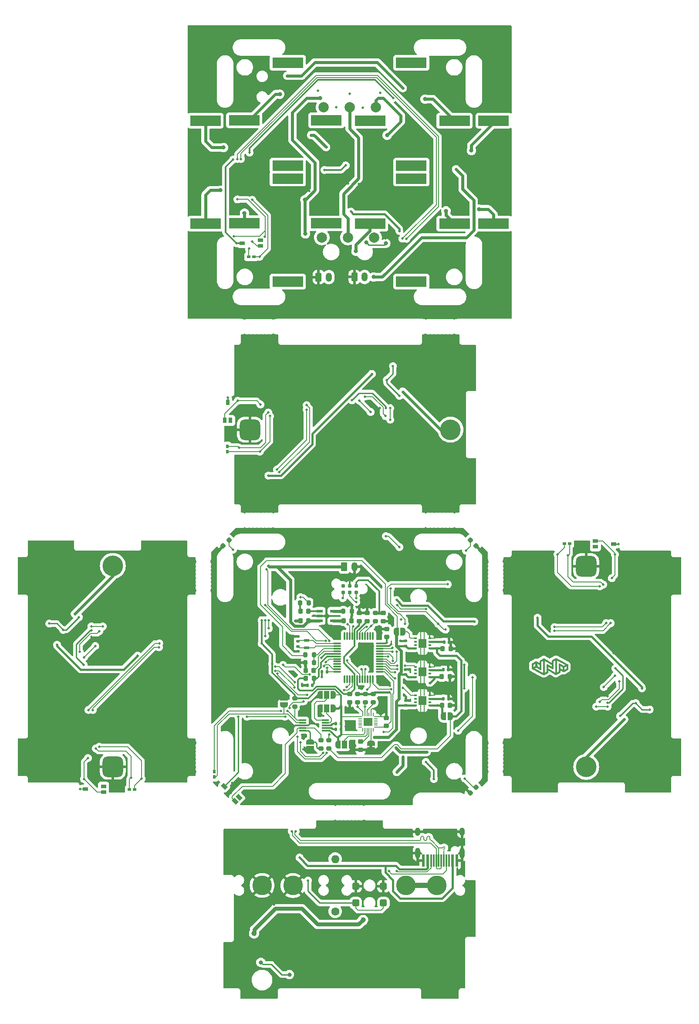
<source format=gtl>
G04 #@! TF.GenerationSoftware,KiCad,Pcbnew,(6.0.9)*
G04 #@! TF.CreationDate,2023-04-21T13:17:04-03:00*
G04 #@! TF.ProjectId,PANEL-COMPLETE,50414e45-4c2d-4434-9f4d-504c4554452e,Rev 3*
G04 #@! TF.SameCoordinates,Original*
G04 #@! TF.FileFunction,Copper,L1,Top*
G04 #@! TF.FilePolarity,Positive*
%FSLAX46Y46*%
G04 Gerber Fmt 4.6, Leading zero omitted, Abs format (unit mm)*
G04 Created by KiCad (PCBNEW (6.0.9)) date 2023-04-21 13:17:04*
%MOMM*%
%LPD*%
G01*
G04 APERTURE LIST*
G04 Aperture macros list*
%AMRoundRect*
0 Rectangle with rounded corners*
0 $1 Rounding radius*
0 $2 $3 $4 $5 $6 $7 $8 $9 X,Y pos of 4 corners*
0 Add a 4 corners polygon primitive as box body*
4,1,4,$2,$3,$4,$5,$6,$7,$8,$9,$2,$3,0*
0 Add four circle primitives for the rounded corners*
1,1,$1+$1,$2,$3*
1,1,$1+$1,$4,$5*
1,1,$1+$1,$6,$7*
1,1,$1+$1,$8,$9*
0 Add four rect primitives between the rounded corners*
20,1,$1+$1,$2,$3,$4,$5,0*
20,1,$1+$1,$4,$5,$6,$7,0*
20,1,$1+$1,$6,$7,$8,$9,0*
20,1,$1+$1,$8,$9,$2,$3,0*%
%AMRotRect*
0 Rectangle, with rotation*
0 The origin of the aperture is its center*
0 $1 length*
0 $2 width*
0 $3 Rotation angle, in degrees counterclockwise*
0 Add horizontal line*
21,1,$1,$2,0,0,$3*%
%AMFreePoly0*
4,1,22,0.500000,-0.750000,0.000000,-0.750000,0.000000,-0.745033,-0.079941,-0.743568,-0.215256,-0.701293,-0.333266,-0.622738,-0.424486,-0.514219,-0.481581,-0.384460,-0.499164,-0.250000,-0.500000,-0.250000,-0.500000,0.250000,-0.499164,0.250000,-0.499963,0.256109,-0.478152,0.396186,-0.417904,0.524511,-0.324060,0.630769,-0.204165,0.706417,-0.067858,0.745374,0.000000,0.744959,0.000000,0.750000,
0.500000,0.750000,0.500000,-0.750000,0.500000,-0.750000,$1*%
%AMFreePoly1*
4,1,20,0.000000,0.744959,0.073905,0.744508,0.209726,0.703889,0.328688,0.626782,0.421226,0.519385,0.479903,0.390333,0.500000,0.250000,0.500000,-0.250000,0.499851,-0.262216,0.476331,-0.402017,0.414519,-0.529596,0.319384,-0.634700,0.198574,-0.708877,0.061801,-0.746166,0.000000,-0.745033,0.000000,-0.750000,-0.500000,-0.750000,-0.500000,0.750000,0.000000,0.750000,0.000000,0.744959,
0.000000,0.744959,$1*%
%AMFreePoly2*
4,1,22,0.550000,-0.750000,0.000000,-0.750000,0.000000,-0.745033,-0.079941,-0.743568,-0.215256,-0.701293,-0.333266,-0.622738,-0.424486,-0.514219,-0.481581,-0.384460,-0.499164,-0.250000,-0.500000,-0.250000,-0.500000,0.250000,-0.499164,0.250000,-0.499963,0.256109,-0.478152,0.396186,-0.417904,0.524511,-0.324060,0.630769,-0.204165,0.706417,-0.067858,0.745374,0.000000,0.744959,0.000000,0.750000,
0.550000,0.750000,0.550000,-0.750000,0.550000,-0.750000,$1*%
%AMFreePoly3*
4,1,20,0.000000,0.744959,0.073905,0.744508,0.209726,0.703889,0.328688,0.626782,0.421226,0.519385,0.479903,0.390333,0.500000,0.250000,0.500000,-0.250000,0.499851,-0.262216,0.476331,-0.402017,0.414519,-0.529596,0.319384,-0.634700,0.198574,-0.708877,0.061801,-0.746166,0.000000,-0.745033,0.000000,-0.750000,-0.550000,-0.750000,-0.550000,0.750000,0.000000,0.750000,0.000000,0.744959,
0.000000,0.744959,$1*%
%AMFreePoly4*
4,1,14,0.266715,0.088284,0.363284,-0.008285,0.375000,-0.036569,0.375000,-0.060000,0.363284,-0.088284,0.335000,-0.100000,-0.335000,-0.100000,-0.363284,-0.088284,-0.375000,-0.060000,-0.375000,0.060000,-0.363284,0.088284,-0.335000,0.100000,0.238431,0.100000,0.266715,0.088284,0.266715,0.088284,$1*%
%AMFreePoly5*
4,1,14,0.363284,0.088284,0.375000,0.060000,0.375000,0.036569,0.363284,0.008285,0.266715,-0.088284,0.238431,-0.100000,-0.335000,-0.100000,-0.363284,-0.088284,-0.375000,-0.060000,-0.375000,0.060000,-0.363284,0.088284,-0.335000,0.100000,0.335000,0.100000,0.363284,0.088284,0.363284,0.088284,$1*%
%AMFreePoly6*
4,1,14,0.088284,0.363284,0.100000,0.335000,0.100000,-0.335000,0.088284,-0.363284,0.060000,-0.375000,-0.060000,-0.375000,-0.088284,-0.363284,-0.100000,-0.335000,-0.100000,0.238431,-0.088284,0.266715,0.008285,0.363284,0.036569,0.375000,0.060000,0.375000,0.088284,0.363284,0.088284,0.363284,$1*%
%AMFreePoly7*
4,1,14,-0.008285,0.363284,0.088284,0.266715,0.100000,0.238431,0.100000,-0.335000,0.088284,-0.363284,0.060000,-0.375000,-0.060000,-0.375000,-0.088284,-0.363284,-0.100000,-0.335000,-0.100000,0.335000,-0.088284,0.363284,-0.060000,0.375000,-0.036569,0.375000,-0.008285,0.363284,-0.008285,0.363284,$1*%
%AMFreePoly8*
4,1,14,0.363284,0.088284,0.375000,0.060000,0.375000,-0.060000,0.363284,-0.088284,0.335000,-0.100000,-0.238431,-0.100000,-0.266715,-0.088284,-0.363284,0.008285,-0.375000,0.036569,-0.375000,0.060000,-0.363284,0.088284,-0.335000,0.100000,0.335000,0.100000,0.363284,0.088284,0.363284,0.088284,$1*%
%AMFreePoly9*
4,1,14,0.363284,0.088284,0.375000,0.060000,0.375000,-0.060000,0.363284,-0.088284,0.335000,-0.100000,-0.335000,-0.100000,-0.363284,-0.088284,-0.375000,-0.060000,-0.375000,-0.036569,-0.363284,-0.008285,-0.266715,0.088284,-0.238431,0.100000,0.335000,0.100000,0.363284,0.088284,0.363284,0.088284,$1*%
%AMFreePoly10*
4,1,14,0.088284,0.363284,0.100000,0.335000,0.100000,-0.238431,0.088284,-0.266715,-0.008285,-0.363284,-0.036569,-0.375000,-0.060000,-0.375000,-0.088284,-0.363284,-0.100000,-0.335000,-0.100000,0.335000,-0.088284,0.363284,-0.060000,0.375000,0.060000,0.375000,0.088284,0.363284,0.088284,0.363284,$1*%
%AMFreePoly11*
4,1,14,0.088284,0.363284,0.100000,0.335000,0.100000,-0.335000,0.088284,-0.363284,0.060000,-0.375000,0.036569,-0.375000,0.008285,-0.363284,-0.088284,-0.266715,-0.100000,-0.238431,-0.100000,0.335000,-0.088284,0.363284,-0.060000,0.375000,0.060000,0.375000,0.088284,0.363284,0.088284,0.363284,$1*%
G04 Aperture macros list end*
G04 #@! TA.AperFunction,EtchedComponent*
%ADD10C,0.010000*%
G04 #@! TD*
G04 #@! TA.AperFunction,SMDPad,CuDef*
%ADD11R,0.600000X0.310000*%
G04 #@! TD*
G04 #@! TA.AperFunction,SMDPad,CuDef*
%ADD12R,1.500000X1.750000*%
G04 #@! TD*
G04 #@! TA.AperFunction,SMDPad,CuDef*
%ADD13R,0.230000X0.825000*%
G04 #@! TD*
G04 #@! TA.AperFunction,SMDPad,CuDef*
%ADD14RoundRect,0.225000X0.225000X0.250000X-0.225000X0.250000X-0.225000X-0.250000X0.225000X-0.250000X0*%
G04 #@! TD*
G04 #@! TA.AperFunction,SMDPad,CuDef*
%ADD15RoundRect,0.200000X0.275000X-0.200000X0.275000X0.200000X-0.275000X0.200000X-0.275000X-0.200000X0*%
G04 #@! TD*
G04 #@! TA.AperFunction,SMDPad,CuDef*
%ADD16RoundRect,0.225000X-0.250000X0.225000X-0.250000X-0.225000X0.250000X-0.225000X0.250000X0.225000X0*%
G04 #@! TD*
G04 #@! TA.AperFunction,SMDPad,CuDef*
%ADD17R,0.600000X2.450000*%
G04 #@! TD*
G04 #@! TA.AperFunction,SMDPad,CuDef*
%ADD18R,0.300000X2.450000*%
G04 #@! TD*
G04 #@! TA.AperFunction,ComponentPad*
%ADD19O,1.000000X1.600000*%
G04 #@! TD*
G04 #@! TA.AperFunction,ComponentPad*
%ADD20O,1.000000X2.100000*%
G04 #@! TD*
G04 #@! TA.AperFunction,SMDPad,CuDef*
%ADD21FreePoly0,180.000000*%
G04 #@! TD*
G04 #@! TA.AperFunction,SMDPad,CuDef*
%ADD22FreePoly1,180.000000*%
G04 #@! TD*
G04 #@! TA.AperFunction,SMDPad,CuDef*
%ADD23R,1.100000X0.600000*%
G04 #@! TD*
G04 #@! TA.AperFunction,SMDPad,CuDef*
%ADD24RotRect,1.100000X0.800000X135.000000*%
G04 #@! TD*
G04 #@! TA.AperFunction,SMDPad,CuDef*
%ADD25R,1.198880X0.548640*%
G04 #@! TD*
G04 #@! TA.AperFunction,ComponentPad*
%ADD26C,4.000000*%
G04 #@! TD*
G04 #@! TA.AperFunction,ComponentPad*
%ADD27RoundRect,1.000000X1.000000X1.000000X-1.000000X1.000000X-1.000000X-1.000000X1.000000X-1.000000X0*%
G04 #@! TD*
G04 #@! TA.AperFunction,SMDPad,CuDef*
%ADD28RoundRect,0.218750X0.026517X-0.335876X0.335876X-0.026517X-0.026517X0.335876X-0.335876X0.026517X0*%
G04 #@! TD*
G04 #@! TA.AperFunction,SMDPad,CuDef*
%ADD29RoundRect,0.200000X-0.200000X-0.275000X0.200000X-0.275000X0.200000X0.275000X-0.200000X0.275000X0*%
G04 #@! TD*
G04 #@! TA.AperFunction,SMDPad,CuDef*
%ADD30FreePoly2,180.000000*%
G04 #@! TD*
G04 #@! TA.AperFunction,SMDPad,CuDef*
%ADD31R,1.000000X1.500000*%
G04 #@! TD*
G04 #@! TA.AperFunction,SMDPad,CuDef*
%ADD32FreePoly3,180.000000*%
G04 #@! TD*
G04 #@! TA.AperFunction,SMDPad,CuDef*
%ADD33FreePoly0,270.000000*%
G04 #@! TD*
G04 #@! TA.AperFunction,SMDPad,CuDef*
%ADD34FreePoly1,270.000000*%
G04 #@! TD*
G04 #@! TA.AperFunction,ComponentPad*
%ADD35RoundRect,1.000000X-1.000000X1.000000X-1.000000X-1.000000X1.000000X-1.000000X1.000000X1.000000X0*%
G04 #@! TD*
G04 #@! TA.AperFunction,SMDPad,CuDef*
%ADD36RoundRect,0.200000X-0.275000X0.200000X-0.275000X-0.200000X0.275000X-0.200000X0.275000X0.200000X0*%
G04 #@! TD*
G04 #@! TA.AperFunction,SMDPad,CuDef*
%ADD37RoundRect,0.140000X-0.140000X-0.170000X0.140000X-0.170000X0.140000X0.170000X-0.140000X0.170000X0*%
G04 #@! TD*
G04 #@! TA.AperFunction,ComponentPad*
%ADD38R,6.000000X2.000000*%
G04 #@! TD*
G04 #@! TA.AperFunction,ComponentPad*
%ADD39C,2.000000*%
G04 #@! TD*
G04 #@! TA.AperFunction,ComponentPad*
%ADD40C,1.600000*%
G04 #@! TD*
G04 #@! TA.AperFunction,ComponentPad*
%ADD41O,1.600000X1.600000*%
G04 #@! TD*
G04 #@! TA.AperFunction,SMDPad,CuDef*
%ADD42RoundRect,0.140000X0.170000X-0.140000X0.170000X0.140000X-0.170000X0.140000X-0.170000X-0.140000X0*%
G04 #@! TD*
G04 #@! TA.AperFunction,ComponentPad*
%ADD43C,2.600000*%
G04 #@! TD*
G04 #@! TA.AperFunction,ConnectorPad*
%ADD44C,3.800000*%
G04 #@! TD*
G04 #@! TA.AperFunction,SMDPad,CuDef*
%ADD45R,0.800000X0.600000*%
G04 #@! TD*
G04 #@! TA.AperFunction,SMDPad,CuDef*
%ADD46RoundRect,0.140000X-0.170000X0.140000X-0.170000X-0.140000X0.170000X-0.140000X0.170000X0.140000X0*%
G04 #@! TD*
G04 #@! TA.AperFunction,ComponentPad*
%ADD47RoundRect,1.000000X1.000000X-1.000000X1.000000X1.000000X-1.000000X1.000000X-1.000000X-1.000000X0*%
G04 #@! TD*
G04 #@! TA.AperFunction,SMDPad,CuDef*
%ADD48RoundRect,0.075000X-0.662500X-0.075000X0.662500X-0.075000X0.662500X0.075000X-0.662500X0.075000X0*%
G04 #@! TD*
G04 #@! TA.AperFunction,SMDPad,CuDef*
%ADD49RoundRect,0.075000X-0.075000X-0.662500X0.075000X-0.662500X0.075000X0.662500X-0.075000X0.662500X0*%
G04 #@! TD*
G04 #@! TA.AperFunction,SMDPad,CuDef*
%ADD50RoundRect,0.218750X-0.218750X-0.256250X0.218750X-0.256250X0.218750X0.256250X-0.218750X0.256250X0*%
G04 #@! TD*
G04 #@! TA.AperFunction,SMDPad,CuDef*
%ADD51RoundRect,0.350000X0.350000X-0.350000X0.350000X0.350000X-0.350000X0.350000X-0.350000X-0.350000X0*%
G04 #@! TD*
G04 #@! TA.AperFunction,SMDPad,CuDef*
%ADD52R,1.100000X0.800000*%
G04 #@! TD*
G04 #@! TA.AperFunction,SMDPad,CuDef*
%ADD53R,0.600000X0.800000*%
G04 #@! TD*
G04 #@! TA.AperFunction,SMDPad,CuDef*
%ADD54RoundRect,0.140000X0.140000X0.170000X-0.140000X0.170000X-0.140000X-0.170000X0.140000X-0.170000X0*%
G04 #@! TD*
G04 #@! TA.AperFunction,SMDPad,CuDef*
%ADD55FreePoly2,0.000000*%
G04 #@! TD*
G04 #@! TA.AperFunction,SMDPad,CuDef*
%ADD56FreePoly3,0.000000*%
G04 #@! TD*
G04 #@! TA.AperFunction,SMDPad,CuDef*
%ADD57RoundRect,0.225000X0.250000X-0.225000X0.250000X0.225000X-0.250000X0.225000X-0.250000X-0.225000X0*%
G04 #@! TD*
G04 #@! TA.AperFunction,SMDPad,CuDef*
%ADD58RoundRect,0.218750X0.218750X0.256250X-0.218750X0.256250X-0.218750X-0.256250X0.218750X-0.256250X0*%
G04 #@! TD*
G04 #@! TA.AperFunction,SMDPad,CuDef*
%ADD59R,1.400000X0.300000*%
G04 #@! TD*
G04 #@! TA.AperFunction,SMDPad,CuDef*
%ADD60RoundRect,0.218750X0.335876X0.026517X0.026517X0.335876X-0.335876X-0.026517X-0.026517X-0.335876X0*%
G04 #@! TD*
G04 #@! TA.AperFunction,SMDPad,CuDef*
%ADD61FreePoly4,0.000000*%
G04 #@! TD*
G04 #@! TA.AperFunction,SMDPad,CuDef*
%ADD62RoundRect,0.050000X-0.325000X-0.050000X0.325000X-0.050000X0.325000X0.050000X-0.325000X0.050000X0*%
G04 #@! TD*
G04 #@! TA.AperFunction,SMDPad,CuDef*
%ADD63FreePoly5,0.000000*%
G04 #@! TD*
G04 #@! TA.AperFunction,SMDPad,CuDef*
%ADD64FreePoly6,0.000000*%
G04 #@! TD*
G04 #@! TA.AperFunction,SMDPad,CuDef*
%ADD65RoundRect,0.050000X-0.050000X-0.325000X0.050000X-0.325000X0.050000X0.325000X-0.050000X0.325000X0*%
G04 #@! TD*
G04 #@! TA.AperFunction,SMDPad,CuDef*
%ADD66FreePoly7,0.000000*%
G04 #@! TD*
G04 #@! TA.AperFunction,SMDPad,CuDef*
%ADD67FreePoly8,0.000000*%
G04 #@! TD*
G04 #@! TA.AperFunction,SMDPad,CuDef*
%ADD68FreePoly9,0.000000*%
G04 #@! TD*
G04 #@! TA.AperFunction,SMDPad,CuDef*
%ADD69FreePoly10,0.000000*%
G04 #@! TD*
G04 #@! TA.AperFunction,SMDPad,CuDef*
%ADD70FreePoly11,0.000000*%
G04 #@! TD*
G04 #@! TA.AperFunction,SMDPad,CuDef*
%ADD71R,1.750000X1.600000*%
G04 #@! TD*
G04 #@! TA.AperFunction,SMDPad,CuDef*
%ADD72R,0.800000X1.100000*%
G04 #@! TD*
G04 #@! TA.AperFunction,SMDPad,CuDef*
%ADD73RoundRect,0.135000X0.135000X0.185000X-0.135000X0.185000X-0.135000X-0.185000X0.135000X-0.185000X0*%
G04 #@! TD*
G04 #@! TA.AperFunction,SMDPad,CuDef*
%ADD74FreePoly0,90.000000*%
G04 #@! TD*
G04 #@! TA.AperFunction,SMDPad,CuDef*
%ADD75FreePoly1,90.000000*%
G04 #@! TD*
G04 #@! TA.AperFunction,ConnectorPad*
%ADD76C,0.787400*%
G04 #@! TD*
G04 #@! TA.AperFunction,SMDPad,CuDef*
%ADD77RoundRect,0.200000X0.200000X0.275000X-0.200000X0.275000X-0.200000X-0.275000X0.200000X-0.275000X0*%
G04 #@! TD*
G04 #@! TA.AperFunction,SMDPad,CuDef*
%ADD78RoundRect,0.135000X-0.135000X-0.185000X0.135000X-0.185000X0.135000X0.185000X-0.135000X0.185000X0*%
G04 #@! TD*
G04 #@! TA.AperFunction,SMDPad,CuDef*
%ADD79RoundRect,0.225000X-0.225000X-0.250000X0.225000X-0.250000X0.225000X0.250000X-0.225000X0.250000X0*%
G04 #@! TD*
G04 #@! TA.AperFunction,ComponentPad*
%ADD80RoundRect,0.250000X-0.350000X-0.625000X0.350000X-0.625000X0.350000X0.625000X-0.350000X0.625000X0*%
G04 #@! TD*
G04 #@! TA.AperFunction,ComponentPad*
%ADD81O,1.200000X1.750000*%
G04 #@! TD*
G04 #@! TA.AperFunction,ViaPad*
%ADD82C,0.800000*%
G04 #@! TD*
G04 #@! TA.AperFunction,ViaPad*
%ADD83C,0.500000*%
G04 #@! TD*
G04 #@! TA.AperFunction,ViaPad*
%ADD84C,0.400000*%
G04 #@! TD*
G04 #@! TA.AperFunction,ViaPad*
%ADD85C,1.000000*%
G04 #@! TD*
G04 #@! TA.AperFunction,Conductor*
%ADD86C,0.600000*%
G04 #@! TD*
G04 #@! TA.AperFunction,Conductor*
%ADD87C,0.400000*%
G04 #@! TD*
G04 #@! TA.AperFunction,Conductor*
%ADD88C,0.250000*%
G04 #@! TD*
G04 #@! TA.AperFunction,Conductor*
%ADD89C,0.300000*%
G04 #@! TD*
G04 #@! TA.AperFunction,Conductor*
%ADD90C,0.200000*%
G04 #@! TD*
G04 #@! TA.AperFunction,Conductor*
%ADD91C,1.000000*%
G04 #@! TD*
G04 #@! TA.AperFunction,Conductor*
%ADD92C,0.800000*%
G04 #@! TD*
G04 APERTURE END LIST*
G36*
X208478400Y-193268306D02*
G01*
X207878400Y-193268306D01*
X207878400Y-192768306D01*
X208478400Y-192768306D01*
X208478400Y-193268306D01*
G37*
G36*
X244920911Y-178124368D02*
G01*
X244918089Y-178331180D01*
X244917278Y-178388165D01*
X244916423Y-178435053D01*
X244915340Y-178473033D01*
X244913839Y-178503296D01*
X244911736Y-178527031D01*
X244908844Y-178545430D01*
X244904974Y-178559681D01*
X244899942Y-178570976D01*
X244893560Y-178580503D01*
X244885642Y-178589455D01*
X244876091Y-178598931D01*
X244868832Y-178604275D01*
X244852866Y-178614884D01*
X244829142Y-178630175D01*
X244798609Y-178649563D01*
X244762215Y-178672464D01*
X244720909Y-178698296D01*
X244675640Y-178726474D01*
X244627357Y-178756415D01*
X244577009Y-178787535D01*
X244525543Y-178819250D01*
X244473910Y-178850976D01*
X244423057Y-178882130D01*
X244373934Y-178912128D01*
X244327489Y-178940386D01*
X244284671Y-178966321D01*
X244254177Y-178984683D01*
X244246429Y-178989349D01*
X244213712Y-179008885D01*
X244187467Y-179024347D01*
X244168645Y-179035150D01*
X244158194Y-179040711D01*
X244157681Y-179040941D01*
X244134265Y-179047030D01*
X244105717Y-179048744D01*
X244077006Y-179046213D01*
X244053097Y-179039567D01*
X244050031Y-179038121D01*
X244042821Y-179034089D01*
X244026413Y-179024686D01*
X244001359Y-179010233D01*
X243968209Y-178991049D01*
X243961344Y-178987069D01*
X243927515Y-178967456D01*
X243879828Y-178939773D01*
X243825699Y-178908321D01*
X243765679Y-178873420D01*
X243700320Y-178835392D01*
X243630172Y-178794555D01*
X243555788Y-178751232D01*
X243477717Y-178705741D01*
X243396512Y-178658404D01*
X243312723Y-178609541D01*
X243292489Y-178597739D01*
X242555889Y-178168049D01*
X242553067Y-178386887D01*
X242552328Y-178442482D01*
X242551637Y-178487948D01*
X242550923Y-178524444D01*
X242550114Y-178553129D01*
X242549137Y-178575162D01*
X242547921Y-178591703D01*
X242546393Y-178603910D01*
X242544481Y-178612943D01*
X242542114Y-178619961D01*
X242539219Y-178626123D01*
X242538061Y-178628302D01*
X242526429Y-178646324D01*
X242512890Y-178662652D01*
X242509839Y-178665642D01*
X242502419Y-178670916D01*
X242486098Y-178681442D01*
X242461688Y-178696725D01*
X242430003Y-178716269D01*
X242391859Y-178739577D01*
X242348067Y-178766155D01*
X242299443Y-178795505D01*
X242246800Y-178827133D01*
X242190952Y-178860543D01*
X242143880Y-178888597D01*
X241892667Y-179038062D01*
X241793959Y-179096791D01*
X241751591Y-179096791D01*
X241727112Y-179096087D01*
X241708737Y-179093166D01*
X241691326Y-179086819D01*
X241675356Y-179078843D01*
X241605212Y-179041637D01*
X241596174Y-179036843D01*
X241512664Y-178992479D01*
X241425326Y-178946020D01*
X241334664Y-178897738D01*
X241241180Y-178847902D01*
X241145377Y-178796781D01*
X241047756Y-178744646D01*
X240948821Y-178691767D01*
X240849074Y-178638413D01*
X240749017Y-178584855D01*
X240649153Y-178531363D01*
X240549984Y-178478206D01*
X240452012Y-178425654D01*
X240355741Y-178373978D01*
X240261673Y-178323447D01*
X240170309Y-178274332D01*
X240082153Y-178226902D01*
X239997707Y-178181427D01*
X239917474Y-178138177D01*
X239841956Y-178097422D01*
X239771654Y-178059432D01*
X239707073Y-178024478D01*
X239696978Y-178019004D01*
X239648714Y-177992828D01*
X239597080Y-177964753D01*
X239552673Y-177940523D01*
X239515996Y-177920408D01*
X239487551Y-177904678D01*
X239467840Y-177893602D01*
X239457367Y-177887452D01*
X239455815Y-177886376D01*
X239448982Y-177880119D01*
X239443012Y-177874667D01*
X239437846Y-177869258D01*
X239433428Y-177863129D01*
X239429699Y-177855516D01*
X239426601Y-177845658D01*
X239424076Y-177832791D01*
X239422066Y-177816153D01*
X239420513Y-177794981D01*
X239420426Y-177792992D01*
X239866240Y-177792992D01*
X240733110Y-178255803D01*
X240825304Y-178305019D01*
X240914834Y-178352803D01*
X241001189Y-178398882D01*
X241083861Y-178442986D01*
X241162341Y-178484844D01*
X241236119Y-178524183D01*
X241304686Y-178560733D01*
X241367533Y-178594223D01*
X241424150Y-178624380D01*
X241474029Y-178650934D01*
X241516660Y-178673613D01*
X241551534Y-178692147D01*
X241578141Y-178706263D01*
X241595973Y-178715690D01*
X241604521Y-178720157D01*
X241605212Y-178720495D01*
X241605802Y-178715118D01*
X241605999Y-178709369D01*
X241892667Y-178709369D01*
X242080344Y-178597512D01*
X242268022Y-178485655D01*
X242270706Y-177839509D01*
X242553067Y-177839509D01*
X243255788Y-178249428D01*
X243337783Y-178297247D01*
X243417103Y-178343483D01*
X243493201Y-178387820D01*
X243565530Y-178429940D01*
X243633545Y-178469525D01*
X243696698Y-178506257D01*
X243754444Y-178539820D01*
X243806236Y-178569895D01*
X243851527Y-178596166D01*
X243889771Y-178618315D01*
X243920421Y-178636024D01*
X243942932Y-178648976D01*
X243956756Y-178656853D01*
X243961344Y-178659347D01*
X243961614Y-178653788D01*
X243961878Y-178637454D01*
X243962133Y-178610858D01*
X243962379Y-178574515D01*
X243962614Y-178528937D01*
X243962837Y-178474639D01*
X243963048Y-178412134D01*
X243963244Y-178341935D01*
X243963425Y-178264557D01*
X243963590Y-178180513D01*
X243963736Y-178090317D01*
X243963864Y-177994482D01*
X243963972Y-177893523D01*
X243964058Y-177787952D01*
X243964122Y-177678284D01*
X243964162Y-177565031D01*
X243964178Y-177448709D01*
X243964178Y-177429462D01*
X244246400Y-177429462D01*
X244246408Y-177570286D01*
X244246435Y-177700234D01*
X244246482Y-177819719D01*
X244246554Y-177929154D01*
X244246651Y-178028952D01*
X244246777Y-178119525D01*
X244246935Y-178201286D01*
X244247126Y-178274648D01*
X244247355Y-178340025D01*
X244247623Y-178397828D01*
X244247932Y-178448471D01*
X244248287Y-178492367D01*
X244248688Y-178529929D01*
X244249140Y-178561569D01*
X244249644Y-178587700D01*
X244250203Y-178608735D01*
X244250819Y-178625088D01*
X244251496Y-178637170D01*
X244252236Y-178645395D01*
X244253042Y-178650175D01*
X244253916Y-178651925D01*
X244254177Y-178651926D01*
X244260590Y-178648405D01*
X244275539Y-178639648D01*
X244297931Y-178626311D01*
X244326675Y-178609050D01*
X244360678Y-178588521D01*
X244398847Y-178565382D01*
X244440090Y-178540288D01*
X244448910Y-178534910D01*
X244635867Y-178420879D01*
X244635991Y-177700502D01*
X244636011Y-177595572D01*
X244636041Y-177501333D01*
X244636090Y-177417189D01*
X244636166Y-177342541D01*
X244636280Y-177276791D01*
X244636329Y-177259264D01*
X244918089Y-177259264D01*
X244918277Y-177528917D01*
X244918465Y-177798569D01*
X245175137Y-177945325D01*
X245224564Y-177973530D01*
X245271179Y-178000022D01*
X245314037Y-178024273D01*
X245352192Y-178045752D01*
X245384700Y-178063930D01*
X245410616Y-178078277D01*
X245428995Y-178088263D01*
X245438892Y-178093360D01*
X245440238Y-178093905D01*
X245442233Y-178093249D01*
X245443892Y-178089728D01*
X245445245Y-178082426D01*
X245446322Y-178070426D01*
X245447153Y-178052810D01*
X245447768Y-178028662D01*
X245448197Y-177997064D01*
X245448469Y-177957101D01*
X245448615Y-177907854D01*
X245448666Y-177848408D01*
X245448667Y-177839319D01*
X245730889Y-177839319D01*
X245730965Y-177892410D01*
X245731184Y-177941881D01*
X245731529Y-177986622D01*
X245731986Y-178025522D01*
X245732538Y-178057470D01*
X245733171Y-178081355D01*
X245733868Y-178096067D01*
X245734541Y-178100547D01*
X245740093Y-178097892D01*
X245754472Y-178090303D01*
X245776646Y-178078344D01*
X245805581Y-178062579D01*
X245840246Y-178043571D01*
X245879606Y-178021885D01*
X245922630Y-177998085D01*
X245949030Y-177983437D01*
X246159867Y-177866327D01*
X246159867Y-177367685D01*
X245945378Y-177472889D01*
X245730889Y-177578092D01*
X245730889Y-177839319D01*
X245448667Y-177839319D01*
X245448667Y-177836056D01*
X245448667Y-177576382D01*
X245433144Y-177565536D01*
X245425266Y-177560554D01*
X245408672Y-177550457D01*
X245384379Y-177535853D01*
X245353404Y-177517346D01*
X245316763Y-177495544D01*
X245275472Y-177471051D01*
X245230549Y-177444473D01*
X245183009Y-177416418D01*
X245180556Y-177414972D01*
X245133041Y-177386959D01*
X245088188Y-177360494D01*
X245046996Y-177336171D01*
X245010466Y-177314580D01*
X244979598Y-177296313D01*
X244955393Y-177281962D01*
X244938851Y-177272119D01*
X244930973Y-177267374D01*
X244930789Y-177267259D01*
X244918089Y-177259264D01*
X244636329Y-177259264D01*
X244636441Y-177219343D01*
X244636658Y-177169599D01*
X244636939Y-177126961D01*
X244637296Y-177090832D01*
X244637736Y-177060614D01*
X244638269Y-177035710D01*
X244638905Y-177015522D01*
X244639653Y-176999453D01*
X244640521Y-176986905D01*
X244641521Y-176977281D01*
X244642659Y-176969983D01*
X244643947Y-176964414D01*
X244645394Y-176959976D01*
X244647008Y-176956072D01*
X244647612Y-176954725D01*
X244667031Y-176922184D01*
X244692992Y-176897738D01*
X244717711Y-176883510D01*
X244751417Y-176872819D01*
X244787051Y-176870523D01*
X244820660Y-176876724D01*
X244830600Y-176880637D01*
X244839023Y-176885133D01*
X244856348Y-176894919D01*
X244881765Y-176909521D01*
X244914468Y-176928470D01*
X244953649Y-176951293D01*
X244998500Y-176977520D01*
X245048214Y-177006677D01*
X245101982Y-177038295D01*
X245158998Y-177071901D01*
X245218453Y-177107025D01*
X245221984Y-177109113D01*
X245281023Y-177143995D01*
X245337273Y-177177154D01*
X245389976Y-177208146D01*
X245438371Y-177236529D01*
X245481699Y-177261860D01*
X245519200Y-177283696D01*
X245550116Y-177301593D01*
X245573686Y-177315108D01*
X245589152Y-177323799D01*
X245595753Y-177327222D01*
X245595907Y-177327258D01*
X245601730Y-177324859D01*
X245616179Y-177318101D01*
X245637935Y-177307640D01*
X245665678Y-177294131D01*
X245698090Y-177278231D01*
X245733849Y-177260596D01*
X245771639Y-177241882D01*
X245810137Y-177222744D01*
X245848027Y-177203841D01*
X245883987Y-177185826D01*
X245916699Y-177169357D01*
X245944843Y-177155090D01*
X245967100Y-177143680D01*
X245982150Y-177135784D01*
X245988674Y-177132058D01*
X245988834Y-177131863D01*
X245983818Y-177129140D01*
X245969347Y-177121374D01*
X245945929Y-177108832D01*
X245914069Y-177091787D01*
X245874272Y-177070508D01*
X245827044Y-177045266D01*
X245772891Y-177016330D01*
X245712319Y-176983971D01*
X245645833Y-176948459D01*
X245573940Y-176910064D01*
X245497145Y-176869056D01*
X245415954Y-176825706D01*
X245330873Y-176780284D01*
X245242407Y-176733059D01*
X245151063Y-176684303D01*
X245119440Y-176667425D01*
X245027219Y-176618212D01*
X244937690Y-176570450D01*
X244851362Y-176524410D01*
X244768741Y-176480360D01*
X244690332Y-176438570D01*
X244616644Y-176399310D01*
X244548183Y-176362850D01*
X244485454Y-176329460D01*
X244428966Y-176299408D01*
X244379223Y-176272965D01*
X244336734Y-176250400D01*
X244302005Y-176231983D01*
X244275541Y-176217984D01*
X244257851Y-176208672D01*
X244249440Y-176204317D01*
X244248785Y-176204013D01*
X244248557Y-176209572D01*
X244248336Y-176225907D01*
X244248122Y-176252506D01*
X244247915Y-176288854D01*
X244247717Y-176334440D01*
X244247529Y-176388750D01*
X244247352Y-176451272D01*
X244247187Y-176521493D01*
X244247035Y-176598900D01*
X244246897Y-176682980D01*
X244246773Y-176773221D01*
X244246666Y-176869108D01*
X244246575Y-176970131D01*
X244246502Y-177075774D01*
X244246448Y-177185527D01*
X244246413Y-177298875D01*
X244246400Y-177415307D01*
X244246400Y-177429462D01*
X243964178Y-177429462D01*
X243964178Y-176216080D01*
X243588822Y-176439794D01*
X243586000Y-177119182D01*
X243583178Y-177798569D01*
X243570886Y-177821532D01*
X243547625Y-177854203D01*
X243518217Y-177878548D01*
X243484390Y-177893998D01*
X243447868Y-177899981D01*
X243410377Y-177895928D01*
X243379978Y-177884644D01*
X243371638Y-177880104D01*
X243354296Y-177870381D01*
X243328734Y-177855920D01*
X243295734Y-177837167D01*
X243256078Y-177814570D01*
X243210548Y-177788574D01*
X243159927Y-177759627D01*
X243104997Y-177728173D01*
X243046540Y-177694660D01*
X242985338Y-177659534D01*
X242959467Y-177644674D01*
X242897883Y-177609293D01*
X242839112Y-177575530D01*
X242783891Y-177543806D01*
X242732957Y-177514546D01*
X242687048Y-177488174D01*
X242646899Y-177465111D01*
X242613248Y-177445782D01*
X242586832Y-177430610D01*
X242568388Y-177420019D01*
X242558654Y-177414432D01*
X242557300Y-177413656D01*
X242556354Y-177418547D01*
X242555481Y-177433518D01*
X242554707Y-177457360D01*
X242554054Y-177488866D01*
X242553548Y-177526825D01*
X242553211Y-177570030D01*
X242553070Y-177617272D01*
X242553067Y-177625383D01*
X242553067Y-177839509D01*
X242270706Y-177839509D01*
X242270844Y-177806268D01*
X242273667Y-177126880D01*
X242285958Y-177103917D01*
X242307306Y-177074150D01*
X242335234Y-177050174D01*
X242367309Y-177033307D01*
X242401100Y-177024869D01*
X242430508Y-177025496D01*
X242435952Y-177026392D01*
X242441079Y-177027380D01*
X242446530Y-177028808D01*
X242452946Y-177031027D01*
X242460968Y-177034389D01*
X242471236Y-177039242D01*
X242484391Y-177045938D01*
X242501075Y-177054828D01*
X242521927Y-177066260D01*
X242547590Y-177080587D01*
X242578703Y-177098158D01*
X242615909Y-177119325D01*
X242659846Y-177144436D01*
X242711157Y-177173843D01*
X242770482Y-177207897D01*
X242838463Y-177246947D01*
X242897378Y-177280795D01*
X242958961Y-177316176D01*
X243017732Y-177349939D01*
X243072953Y-177381662D01*
X243123887Y-177410921D01*
X243169796Y-177437293D01*
X243209945Y-177460354D01*
X243243596Y-177479682D01*
X243270012Y-177494852D01*
X243288456Y-177505442D01*
X243298191Y-177511029D01*
X243299544Y-177511803D01*
X243300490Y-177506910D01*
X243301363Y-177491937D01*
X243302138Y-177468092D01*
X243302790Y-177436585D01*
X243303297Y-177398624D01*
X243303633Y-177355418D01*
X243303775Y-177308176D01*
X243303778Y-177300066D01*
X243303778Y-177085941D01*
X242601056Y-176676022D01*
X242519061Y-176628202D01*
X242439741Y-176581966D01*
X242363643Y-176537629D01*
X242291314Y-176495509D01*
X242223299Y-176455925D01*
X242160146Y-176419192D01*
X242102400Y-176385629D01*
X242050609Y-176355554D01*
X242005318Y-176329283D01*
X241967074Y-176307134D01*
X241936423Y-176289425D01*
X241913913Y-176276474D01*
X241900088Y-176268596D01*
X241895501Y-176266102D01*
X241895230Y-176271661D01*
X241894967Y-176287995D01*
X241894711Y-176314591D01*
X241894466Y-176350934D01*
X241894230Y-176396512D01*
X241894007Y-176450810D01*
X241893796Y-176513316D01*
X241893600Y-176583514D01*
X241893419Y-176660892D01*
X241893255Y-176744936D01*
X241893108Y-176835132D01*
X241892980Y-176930967D01*
X241892872Y-177031926D01*
X241892786Y-177137497D01*
X241892722Y-177247166D01*
X241892682Y-177360418D01*
X241892667Y-177476741D01*
X241892667Y-178709369D01*
X241605999Y-178709369D01*
X241606363Y-178698750D01*
X241606894Y-178671691D01*
X241607393Y-178634238D01*
X241607859Y-178586691D01*
X241608291Y-178529349D01*
X241608687Y-178462509D01*
X241609047Y-178386470D01*
X241609368Y-178301531D01*
X241609650Y-178207990D01*
X241609891Y-178106147D01*
X241610091Y-177996299D01*
X241610247Y-177878745D01*
X241610359Y-177753784D01*
X241610425Y-177621714D01*
X241610444Y-177497062D01*
X241610428Y-177380301D01*
X241610379Y-177266562D01*
X241610299Y-177156357D01*
X241610191Y-177050200D01*
X241610054Y-176948603D01*
X241609892Y-176852079D01*
X241609705Y-176761141D01*
X241609495Y-176676302D01*
X241609263Y-176598074D01*
X241609012Y-176526972D01*
X241608742Y-176463506D01*
X241608455Y-176408192D01*
X241608153Y-176361541D01*
X241607837Y-176324065D01*
X241607509Y-176296280D01*
X241607170Y-176278696D01*
X241606822Y-176271827D01*
X241606780Y-176271747D01*
X241601312Y-176274588D01*
X241587264Y-176282693D01*
X241565686Y-176295434D01*
X241537626Y-176312184D01*
X241504135Y-176332316D01*
X241466263Y-176355202D01*
X241425058Y-176380215D01*
X241412047Y-176388136D01*
X241220978Y-176504525D01*
X241220854Y-177224925D01*
X241220833Y-177329857D01*
X241220803Y-177424097D01*
X241220755Y-177508243D01*
X241220678Y-177582893D01*
X241220564Y-177648644D01*
X241220403Y-177706094D01*
X241220187Y-177755839D01*
X241219905Y-177798479D01*
X241219549Y-177834609D01*
X241219109Y-177864828D01*
X241218575Y-177889734D01*
X241217939Y-177909922D01*
X241217192Y-177925992D01*
X241216323Y-177938541D01*
X241215324Y-177948166D01*
X241214185Y-177955464D01*
X241212897Y-177961034D01*
X241211451Y-177965472D01*
X241209837Y-177969376D01*
X241209232Y-177970725D01*
X241189813Y-178003265D01*
X241163852Y-178027712D01*
X241139133Y-178041939D01*
X241105428Y-178052630D01*
X241069792Y-178054926D01*
X241036180Y-178048726D01*
X241026244Y-178044816D01*
X241017821Y-178040320D01*
X241000497Y-178030534D01*
X240975081Y-178015929D01*
X240942381Y-177996978D01*
X240938865Y-177994930D01*
X240903203Y-177974151D01*
X240858355Y-177947921D01*
X240808646Y-177918759D01*
X240754883Y-177887137D01*
X240697874Y-177853526D01*
X240638426Y-177818398D01*
X240634947Y-177816340D01*
X240575881Y-177781449D01*
X240519567Y-177748289D01*
X240466770Y-177717305D01*
X240418253Y-177688938D01*
X240374779Y-177663633D01*
X240337111Y-177641832D01*
X240306012Y-177623977D01*
X240282246Y-177610513D01*
X240266576Y-177601881D01*
X240259765Y-177598526D01*
X240259592Y-177598498D01*
X240253218Y-177601023D01*
X240237908Y-177608087D01*
X240214802Y-177619136D01*
X240185038Y-177633616D01*
X240149755Y-177650971D01*
X240110092Y-177670647D01*
X240067187Y-177692089D01*
X240059598Y-177695898D01*
X239866240Y-177792992D01*
X239420426Y-177792992D01*
X239419358Y-177768513D01*
X239418545Y-177735986D01*
X239418015Y-177696637D01*
X239417710Y-177649704D01*
X239417571Y-177594423D01*
X239417554Y-177557764D01*
X239696978Y-177557764D01*
X239911467Y-177452561D01*
X240122470Y-177349067D01*
X240408178Y-177349067D01*
X240423700Y-177359913D01*
X240431578Y-177364896D01*
X240448172Y-177374992D01*
X240472465Y-177389596D01*
X240503440Y-177408103D01*
X240540082Y-177429906D01*
X240581372Y-177454399D01*
X240626296Y-177480976D01*
X240673835Y-177509031D01*
X240676289Y-177510478D01*
X240723805Y-177538492D01*
X240768663Y-177564959D01*
X240809860Y-177589286D01*
X240846398Y-177610882D01*
X240877274Y-177629154D01*
X240901488Y-177643511D01*
X240918039Y-177653360D01*
X240925926Y-177658111D01*
X240926110Y-177658226D01*
X240938865Y-177666257D01*
X240935933Y-177127223D01*
X240679111Y-176981868D01*
X240629671Y-176953958D01*
X240583094Y-176927801D01*
X240540322Y-176903918D01*
X240502295Y-176882828D01*
X240469955Y-176865048D01*
X240444244Y-176851099D01*
X240426101Y-176841498D01*
X240416469Y-176836766D01*
X240415233Y-176836353D01*
X240413501Y-176838563D01*
X240412056Y-176845813D01*
X240410879Y-176858901D01*
X240409946Y-176878626D01*
X240409235Y-176905786D01*
X240408725Y-176941179D01*
X240408394Y-176985604D01*
X240408219Y-177039860D01*
X240408178Y-177092629D01*
X240408178Y-177349067D01*
X240122470Y-177349067D01*
X240125956Y-177347357D01*
X240125956Y-176825957D01*
X239911587Y-176942552D01*
X239697219Y-177059147D01*
X239697098Y-177308455D01*
X239696978Y-177557764D01*
X239417554Y-177557764D01*
X239417542Y-177530033D01*
X239417563Y-177455770D01*
X239417578Y-177383702D01*
X239417578Y-176934969D01*
X239429761Y-176912391D01*
X239441414Y-176894267D01*
X239454970Y-176877743D01*
X239457983Y-176874738D01*
X239465441Y-176869649D01*
X239482014Y-176859631D01*
X239506893Y-176845138D01*
X239539273Y-176826625D01*
X239578344Y-176804545D01*
X239623298Y-176779354D01*
X239673329Y-176751506D01*
X239727628Y-176721454D01*
X239785388Y-176689654D01*
X239845801Y-176656559D01*
X239849378Y-176654604D01*
X240224733Y-176449547D01*
X240267067Y-176449547D01*
X240299446Y-176451331D01*
X240322133Y-176456597D01*
X240326333Y-176458518D01*
X240334211Y-176462868D01*
X240350996Y-176472269D01*
X240375776Y-176486205D01*
X240407638Y-176504162D01*
X240445668Y-176525623D01*
X240488953Y-176550074D01*
X240536580Y-176577000D01*
X240587636Y-176605884D01*
X240638904Y-176634907D01*
X240691844Y-176664869D01*
X240741808Y-176693113D01*
X240787941Y-176719158D01*
X240829389Y-176742523D01*
X240865297Y-176762727D01*
X240894811Y-176779290D01*
X240917077Y-176791731D01*
X240931240Y-176799570D01*
X240936446Y-176802324D01*
X240936450Y-176802325D01*
X240936926Y-176796888D01*
X240937445Y-176781409D01*
X240937986Y-176757135D01*
X240938529Y-176725311D01*
X240939051Y-176687185D01*
X240939532Y-176644003D01*
X240939951Y-176597011D01*
X240939968Y-176594891D01*
X240940442Y-176537851D01*
X240941015Y-176490911D01*
X240941868Y-176452883D01*
X240943180Y-176422577D01*
X240945133Y-176398806D01*
X240947908Y-176380380D01*
X240951685Y-176366111D01*
X240956644Y-176354811D01*
X240962967Y-176345291D01*
X240970833Y-176336363D01*
X240980424Y-176326837D01*
X240980753Y-176326518D01*
X240988012Y-176321174D01*
X241003978Y-176310565D01*
X241027702Y-176295275D01*
X241058236Y-176275887D01*
X241094629Y-176252985D01*
X241135935Y-176227153D01*
X241181204Y-176198975D01*
X241229487Y-176169034D01*
X241279836Y-176137914D01*
X241331301Y-176106199D01*
X241382934Y-176074473D01*
X241433787Y-176043319D01*
X241482910Y-176013321D01*
X241529355Y-175985063D01*
X241572173Y-175959128D01*
X241610415Y-175936101D01*
X241643133Y-175916564D01*
X241669377Y-175901102D01*
X241688199Y-175890299D01*
X241698650Y-175884738D01*
X241699163Y-175884508D01*
X241722580Y-175878419D01*
X241751127Y-175876706D01*
X241779839Y-175879237D01*
X241803747Y-175885882D01*
X241806814Y-175887329D01*
X241814023Y-175891360D01*
X241830431Y-175900763D01*
X241855485Y-175915216D01*
X241888635Y-175934400D01*
X241929329Y-175957993D01*
X241977016Y-175985676D01*
X242031145Y-176017128D01*
X242091165Y-176052029D01*
X242156524Y-176090058D01*
X242226672Y-176130894D01*
X242301057Y-176174218D01*
X242379127Y-176219708D01*
X242460333Y-176267045D01*
X242544121Y-176315908D01*
X242564356Y-176327711D01*
X243300956Y-176757400D01*
X243303778Y-176538562D01*
X243304517Y-176482967D01*
X243305207Y-176437501D01*
X243305921Y-176401005D01*
X243306730Y-176372320D01*
X243307707Y-176350287D01*
X243308923Y-176333746D01*
X243310451Y-176321539D01*
X243312363Y-176312506D01*
X243314731Y-176305488D01*
X243317626Y-176299327D01*
X243318783Y-176297147D01*
X243330415Y-176279125D01*
X243343954Y-176262798D01*
X243347005Y-176259808D01*
X243354425Y-176254533D01*
X243370747Y-176244007D01*
X243395157Y-176228724D01*
X243426841Y-176209181D01*
X243464986Y-176185872D01*
X243508777Y-176159295D01*
X243557401Y-176129944D01*
X243610044Y-176098316D01*
X243665892Y-176064906D01*
X243712965Y-176036852D01*
X244062885Y-175828658D01*
X244105254Y-175828658D01*
X244129732Y-175829362D01*
X244148105Y-175832283D01*
X244165513Y-175838628D01*
X244181489Y-175846608D01*
X244261258Y-175888924D01*
X244345307Y-175933578D01*
X244433135Y-175980299D01*
X244524241Y-176028820D01*
X244618121Y-176078869D01*
X244714275Y-176130179D01*
X244812202Y-176182479D01*
X244911399Y-176235499D01*
X245011366Y-176288971D01*
X245111600Y-176342625D01*
X245211599Y-176396191D01*
X245310863Y-176449400D01*
X245408890Y-176501982D01*
X245505178Y-176553668D01*
X245599225Y-176604188D01*
X245690530Y-176653274D01*
X245778592Y-176700654D01*
X245862908Y-176746061D01*
X245942977Y-176789224D01*
X246018298Y-176829874D01*
X246088369Y-176867742D01*
X246152688Y-176902558D01*
X246210754Y-176934052D01*
X246262065Y-176961955D01*
X246306120Y-176985997D01*
X246342416Y-177005910D01*
X246370453Y-177021423D01*
X246389729Y-177032267D01*
X246399742Y-177038173D01*
X246401029Y-177039080D01*
X246407913Y-177045390D01*
X246413919Y-177050903D01*
X246419109Y-177056388D01*
X246423543Y-177062617D01*
X246427284Y-177070361D01*
X246430393Y-177080390D01*
X246432930Y-177093476D01*
X246434956Y-177110388D01*
X246436534Y-177131898D01*
X246437723Y-177158777D01*
X246438586Y-177191795D01*
X246439183Y-177231723D01*
X246439576Y-177279332D01*
X246439826Y-177335393D01*
X246439994Y-177400677D01*
X246440141Y-177475953D01*
X246440261Y-177533280D01*
X246440363Y-177603097D01*
X246440353Y-177669859D01*
X246440238Y-177732675D01*
X246440024Y-177790652D01*
X246439719Y-177842897D01*
X246439327Y-177888517D01*
X246438857Y-177926619D01*
X246438315Y-177956312D01*
X246437707Y-177976702D01*
X246437041Y-177986897D01*
X246436883Y-177987694D01*
X246421676Y-178021814D01*
X246399880Y-178049733D01*
X246398848Y-178050716D01*
X246391423Y-178055823D01*
X246374909Y-178065920D01*
X246350107Y-178080550D01*
X246317818Y-178099257D01*
X246278840Y-178121585D01*
X246233976Y-178147078D01*
X246184024Y-178175279D01*
X246129785Y-178205733D01*
X246072059Y-178237982D01*
X246011647Y-178271572D01*
X246004644Y-178275455D01*
X245734541Y-178425197D01*
X245626467Y-178485113D01*
X245584133Y-178483184D01*
X245541800Y-178481255D01*
X245440238Y-178422877D01*
X245231356Y-178302811D01*
X244920911Y-178124368D01*
G37*
D10*
X244920911Y-178124368D02*
X244918089Y-178331180D01*
X244917278Y-178388165D01*
X244916423Y-178435053D01*
X244915340Y-178473033D01*
X244913839Y-178503296D01*
X244911736Y-178527031D01*
X244908844Y-178545430D01*
X244904974Y-178559681D01*
X244899942Y-178570976D01*
X244893560Y-178580503D01*
X244885642Y-178589455D01*
X244876091Y-178598931D01*
X244868832Y-178604275D01*
X244852866Y-178614884D01*
X244829142Y-178630175D01*
X244798609Y-178649563D01*
X244762215Y-178672464D01*
X244720909Y-178698296D01*
X244675640Y-178726474D01*
X244627357Y-178756415D01*
X244577009Y-178787535D01*
X244525543Y-178819250D01*
X244473910Y-178850976D01*
X244423057Y-178882130D01*
X244373934Y-178912128D01*
X244327489Y-178940386D01*
X244284671Y-178966321D01*
X244254177Y-178984683D01*
X244246429Y-178989349D01*
X244213712Y-179008885D01*
X244187467Y-179024347D01*
X244168645Y-179035150D01*
X244158194Y-179040711D01*
X244157681Y-179040941D01*
X244134265Y-179047030D01*
X244105717Y-179048744D01*
X244077006Y-179046213D01*
X244053097Y-179039567D01*
X244050031Y-179038121D01*
X244042821Y-179034089D01*
X244026413Y-179024686D01*
X244001359Y-179010233D01*
X243968209Y-178991049D01*
X243961344Y-178987069D01*
X243927515Y-178967456D01*
X243879828Y-178939773D01*
X243825699Y-178908321D01*
X243765679Y-178873420D01*
X243700320Y-178835392D01*
X243630172Y-178794555D01*
X243555788Y-178751232D01*
X243477717Y-178705741D01*
X243396512Y-178658404D01*
X243312723Y-178609541D01*
X243292489Y-178597739D01*
X242555889Y-178168049D01*
X242553067Y-178386887D01*
X242552328Y-178442482D01*
X242551637Y-178487948D01*
X242550923Y-178524444D01*
X242550114Y-178553129D01*
X242549137Y-178575162D01*
X242547921Y-178591703D01*
X242546393Y-178603910D01*
X242544481Y-178612943D01*
X242542114Y-178619961D01*
X242539219Y-178626123D01*
X242538061Y-178628302D01*
X242526429Y-178646324D01*
X242512890Y-178662652D01*
X242509839Y-178665642D01*
X242502419Y-178670916D01*
X242486098Y-178681442D01*
X242461688Y-178696725D01*
X242430003Y-178716269D01*
X242391859Y-178739577D01*
X242348067Y-178766155D01*
X242299443Y-178795505D01*
X242246800Y-178827133D01*
X242190952Y-178860543D01*
X242143880Y-178888597D01*
X241892667Y-179038062D01*
X241793959Y-179096791D01*
X241751591Y-179096791D01*
X241727112Y-179096087D01*
X241708737Y-179093166D01*
X241691326Y-179086819D01*
X241675356Y-179078843D01*
X241605212Y-179041637D01*
X241596174Y-179036843D01*
X241512664Y-178992479D01*
X241425326Y-178946020D01*
X241334664Y-178897738D01*
X241241180Y-178847902D01*
X241145377Y-178796781D01*
X241047756Y-178744646D01*
X240948821Y-178691767D01*
X240849074Y-178638413D01*
X240749017Y-178584855D01*
X240649153Y-178531363D01*
X240549984Y-178478206D01*
X240452012Y-178425654D01*
X240355741Y-178373978D01*
X240261673Y-178323447D01*
X240170309Y-178274332D01*
X240082153Y-178226902D01*
X239997707Y-178181427D01*
X239917474Y-178138177D01*
X239841956Y-178097422D01*
X239771654Y-178059432D01*
X239707073Y-178024478D01*
X239696978Y-178019004D01*
X239648714Y-177992828D01*
X239597080Y-177964753D01*
X239552673Y-177940523D01*
X239515996Y-177920408D01*
X239487551Y-177904678D01*
X239467840Y-177893602D01*
X239457367Y-177887452D01*
X239455815Y-177886376D01*
X239448982Y-177880119D01*
X239443012Y-177874667D01*
X239437846Y-177869258D01*
X239433428Y-177863129D01*
X239429699Y-177855516D01*
X239426601Y-177845658D01*
X239424076Y-177832791D01*
X239422066Y-177816153D01*
X239420513Y-177794981D01*
X239420426Y-177792992D01*
X239866240Y-177792992D01*
X240733110Y-178255803D01*
X240825304Y-178305019D01*
X240914834Y-178352803D01*
X241001189Y-178398882D01*
X241083861Y-178442986D01*
X241162341Y-178484844D01*
X241236119Y-178524183D01*
X241304686Y-178560733D01*
X241367533Y-178594223D01*
X241424150Y-178624380D01*
X241474029Y-178650934D01*
X241516660Y-178673613D01*
X241551534Y-178692147D01*
X241578141Y-178706263D01*
X241595973Y-178715690D01*
X241604521Y-178720157D01*
X241605212Y-178720495D01*
X241605802Y-178715118D01*
X241605999Y-178709369D01*
X241892667Y-178709369D01*
X242080344Y-178597512D01*
X242268022Y-178485655D01*
X242270706Y-177839509D01*
X242553067Y-177839509D01*
X243255788Y-178249428D01*
X243337783Y-178297247D01*
X243417103Y-178343483D01*
X243493201Y-178387820D01*
X243565530Y-178429940D01*
X243633545Y-178469525D01*
X243696698Y-178506257D01*
X243754444Y-178539820D01*
X243806236Y-178569895D01*
X243851527Y-178596166D01*
X243889771Y-178618315D01*
X243920421Y-178636024D01*
X243942932Y-178648976D01*
X243956756Y-178656853D01*
X243961344Y-178659347D01*
X243961614Y-178653788D01*
X243961878Y-178637454D01*
X243962133Y-178610858D01*
X243962379Y-178574515D01*
X243962614Y-178528937D01*
X243962837Y-178474639D01*
X243963048Y-178412134D01*
X243963244Y-178341935D01*
X243963425Y-178264557D01*
X243963590Y-178180513D01*
X243963736Y-178090317D01*
X243963864Y-177994482D01*
X243963972Y-177893523D01*
X243964058Y-177787952D01*
X243964122Y-177678284D01*
X243964162Y-177565031D01*
X243964178Y-177448709D01*
X243964178Y-177429462D01*
X244246400Y-177429462D01*
X244246408Y-177570286D01*
X244246435Y-177700234D01*
X244246482Y-177819719D01*
X244246554Y-177929154D01*
X244246651Y-178028952D01*
X244246777Y-178119525D01*
X244246935Y-178201286D01*
X244247126Y-178274648D01*
X244247355Y-178340025D01*
X244247623Y-178397828D01*
X244247932Y-178448471D01*
X244248287Y-178492367D01*
X244248688Y-178529929D01*
X244249140Y-178561569D01*
X244249644Y-178587700D01*
X244250203Y-178608735D01*
X244250819Y-178625088D01*
X244251496Y-178637170D01*
X244252236Y-178645395D01*
X244253042Y-178650175D01*
X244253916Y-178651925D01*
X244254177Y-178651926D01*
X244260590Y-178648405D01*
X244275539Y-178639648D01*
X244297931Y-178626311D01*
X244326675Y-178609050D01*
X244360678Y-178588521D01*
X244398847Y-178565382D01*
X244440090Y-178540288D01*
X244448910Y-178534910D01*
X244635867Y-178420879D01*
X244635991Y-177700502D01*
X244636011Y-177595572D01*
X244636041Y-177501333D01*
X244636090Y-177417189D01*
X244636166Y-177342541D01*
X244636280Y-177276791D01*
X244636329Y-177259264D01*
X244918089Y-177259264D01*
X244918277Y-177528917D01*
X244918465Y-177798569D01*
X245175137Y-177945325D01*
X245224564Y-177973530D01*
X245271179Y-178000022D01*
X245314037Y-178024273D01*
X245352192Y-178045752D01*
X245384700Y-178063930D01*
X245410616Y-178078277D01*
X245428995Y-178088263D01*
X245438892Y-178093360D01*
X245440238Y-178093905D01*
X245442233Y-178093249D01*
X245443892Y-178089728D01*
X245445245Y-178082426D01*
X245446322Y-178070426D01*
X245447153Y-178052810D01*
X245447768Y-178028662D01*
X245448197Y-177997064D01*
X245448469Y-177957101D01*
X245448615Y-177907854D01*
X245448666Y-177848408D01*
X245448667Y-177839319D01*
X245730889Y-177839319D01*
X245730965Y-177892410D01*
X245731184Y-177941881D01*
X245731529Y-177986622D01*
X245731986Y-178025522D01*
X245732538Y-178057470D01*
X245733171Y-178081355D01*
X245733868Y-178096067D01*
X245734541Y-178100547D01*
X245740093Y-178097892D01*
X245754472Y-178090303D01*
X245776646Y-178078344D01*
X245805581Y-178062579D01*
X245840246Y-178043571D01*
X245879606Y-178021885D01*
X245922630Y-177998085D01*
X245949030Y-177983437D01*
X246159867Y-177866327D01*
X246159867Y-177367685D01*
X245945378Y-177472889D01*
X245730889Y-177578092D01*
X245730889Y-177839319D01*
X245448667Y-177839319D01*
X245448667Y-177836056D01*
X245448667Y-177576382D01*
X245433144Y-177565536D01*
X245425266Y-177560554D01*
X245408672Y-177550457D01*
X245384379Y-177535853D01*
X245353404Y-177517346D01*
X245316763Y-177495544D01*
X245275472Y-177471051D01*
X245230549Y-177444473D01*
X245183009Y-177416418D01*
X245180556Y-177414972D01*
X245133041Y-177386959D01*
X245088188Y-177360494D01*
X245046996Y-177336171D01*
X245010466Y-177314580D01*
X244979598Y-177296313D01*
X244955393Y-177281962D01*
X244938851Y-177272119D01*
X244930973Y-177267374D01*
X244930789Y-177267259D01*
X244918089Y-177259264D01*
X244636329Y-177259264D01*
X244636441Y-177219343D01*
X244636658Y-177169599D01*
X244636939Y-177126961D01*
X244637296Y-177090832D01*
X244637736Y-177060614D01*
X244638269Y-177035710D01*
X244638905Y-177015522D01*
X244639653Y-176999453D01*
X244640521Y-176986905D01*
X244641521Y-176977281D01*
X244642659Y-176969983D01*
X244643947Y-176964414D01*
X244645394Y-176959976D01*
X244647008Y-176956072D01*
X244647612Y-176954725D01*
X244667031Y-176922184D01*
X244692992Y-176897738D01*
X244717711Y-176883510D01*
X244751417Y-176872819D01*
X244787051Y-176870523D01*
X244820660Y-176876724D01*
X244830600Y-176880637D01*
X244839023Y-176885133D01*
X244856348Y-176894919D01*
X244881765Y-176909521D01*
X244914468Y-176928470D01*
X244953649Y-176951293D01*
X244998500Y-176977520D01*
X245048214Y-177006677D01*
X245101982Y-177038295D01*
X245158998Y-177071901D01*
X245218453Y-177107025D01*
X245221984Y-177109113D01*
X245281023Y-177143995D01*
X245337273Y-177177154D01*
X245389976Y-177208146D01*
X245438371Y-177236529D01*
X245481699Y-177261860D01*
X245519200Y-177283696D01*
X245550116Y-177301593D01*
X245573686Y-177315108D01*
X245589152Y-177323799D01*
X245595753Y-177327222D01*
X245595907Y-177327258D01*
X245601730Y-177324859D01*
X245616179Y-177318101D01*
X245637935Y-177307640D01*
X245665678Y-177294131D01*
X245698090Y-177278231D01*
X245733849Y-177260596D01*
X245771639Y-177241882D01*
X245810137Y-177222744D01*
X245848027Y-177203841D01*
X245883987Y-177185826D01*
X245916699Y-177169357D01*
X245944843Y-177155090D01*
X245967100Y-177143680D01*
X245982150Y-177135784D01*
X245988674Y-177132058D01*
X245988834Y-177131863D01*
X245983818Y-177129140D01*
X245969347Y-177121374D01*
X245945929Y-177108832D01*
X245914069Y-177091787D01*
X245874272Y-177070508D01*
X245827044Y-177045266D01*
X245772891Y-177016330D01*
X245712319Y-176983971D01*
X245645833Y-176948459D01*
X245573940Y-176910064D01*
X245497145Y-176869056D01*
X245415954Y-176825706D01*
X245330873Y-176780284D01*
X245242407Y-176733059D01*
X245151063Y-176684303D01*
X245119440Y-176667425D01*
X245027219Y-176618212D01*
X244937690Y-176570450D01*
X244851362Y-176524410D01*
X244768741Y-176480360D01*
X244690332Y-176438570D01*
X244616644Y-176399310D01*
X244548183Y-176362850D01*
X244485454Y-176329460D01*
X244428966Y-176299408D01*
X244379223Y-176272965D01*
X244336734Y-176250400D01*
X244302005Y-176231983D01*
X244275541Y-176217984D01*
X244257851Y-176208672D01*
X244249440Y-176204317D01*
X244248785Y-176204013D01*
X244248557Y-176209572D01*
X244248336Y-176225907D01*
X244248122Y-176252506D01*
X244247915Y-176288854D01*
X244247717Y-176334440D01*
X244247529Y-176388750D01*
X244247352Y-176451272D01*
X244247187Y-176521493D01*
X244247035Y-176598900D01*
X244246897Y-176682980D01*
X244246773Y-176773221D01*
X244246666Y-176869108D01*
X244246575Y-176970131D01*
X244246502Y-177075774D01*
X244246448Y-177185527D01*
X244246413Y-177298875D01*
X244246400Y-177415307D01*
X244246400Y-177429462D01*
X243964178Y-177429462D01*
X243964178Y-176216080D01*
X243588822Y-176439794D01*
X243586000Y-177119182D01*
X243583178Y-177798569D01*
X243570886Y-177821532D01*
X243547625Y-177854203D01*
X243518217Y-177878548D01*
X243484390Y-177893998D01*
X243447868Y-177899981D01*
X243410377Y-177895928D01*
X243379978Y-177884644D01*
X243371638Y-177880104D01*
X243354296Y-177870381D01*
X243328734Y-177855920D01*
X243295734Y-177837167D01*
X243256078Y-177814570D01*
X243210548Y-177788574D01*
X243159927Y-177759627D01*
X243104997Y-177728173D01*
X243046540Y-177694660D01*
X242985338Y-177659534D01*
X242959467Y-177644674D01*
X242897883Y-177609293D01*
X242839112Y-177575530D01*
X242783891Y-177543806D01*
X242732957Y-177514546D01*
X242687048Y-177488174D01*
X242646899Y-177465111D01*
X242613248Y-177445782D01*
X242586832Y-177430610D01*
X242568388Y-177420019D01*
X242558654Y-177414432D01*
X242557300Y-177413656D01*
X242556354Y-177418547D01*
X242555481Y-177433518D01*
X242554707Y-177457360D01*
X242554054Y-177488866D01*
X242553548Y-177526825D01*
X242553211Y-177570030D01*
X242553070Y-177617272D01*
X242553067Y-177625383D01*
X242553067Y-177839509D01*
X242270706Y-177839509D01*
X242270844Y-177806268D01*
X242273667Y-177126880D01*
X242285958Y-177103917D01*
X242307306Y-177074150D01*
X242335234Y-177050174D01*
X242367309Y-177033307D01*
X242401100Y-177024869D01*
X242430508Y-177025496D01*
X242435952Y-177026392D01*
X242441079Y-177027380D01*
X242446530Y-177028808D01*
X242452946Y-177031027D01*
X242460968Y-177034389D01*
X242471236Y-177039242D01*
X242484391Y-177045938D01*
X242501075Y-177054828D01*
X242521927Y-177066260D01*
X242547590Y-177080587D01*
X242578703Y-177098158D01*
X242615909Y-177119325D01*
X242659846Y-177144436D01*
X242711157Y-177173843D01*
X242770482Y-177207897D01*
X242838463Y-177246947D01*
X242897378Y-177280795D01*
X242958961Y-177316176D01*
X243017732Y-177349939D01*
X243072953Y-177381662D01*
X243123887Y-177410921D01*
X243169796Y-177437293D01*
X243209945Y-177460354D01*
X243243596Y-177479682D01*
X243270012Y-177494852D01*
X243288456Y-177505442D01*
X243298191Y-177511029D01*
X243299544Y-177511803D01*
X243300490Y-177506910D01*
X243301363Y-177491937D01*
X243302138Y-177468092D01*
X243302790Y-177436585D01*
X243303297Y-177398624D01*
X243303633Y-177355418D01*
X243303775Y-177308176D01*
X243303778Y-177300066D01*
X243303778Y-177085941D01*
X242601056Y-176676022D01*
X242519061Y-176628202D01*
X242439741Y-176581966D01*
X242363643Y-176537629D01*
X242291314Y-176495509D01*
X242223299Y-176455925D01*
X242160146Y-176419192D01*
X242102400Y-176385629D01*
X242050609Y-176355554D01*
X242005318Y-176329283D01*
X241967074Y-176307134D01*
X241936423Y-176289425D01*
X241913913Y-176276474D01*
X241900088Y-176268596D01*
X241895501Y-176266102D01*
X241895230Y-176271661D01*
X241894967Y-176287995D01*
X241894711Y-176314591D01*
X241894466Y-176350934D01*
X241894230Y-176396512D01*
X241894007Y-176450810D01*
X241893796Y-176513316D01*
X241893600Y-176583514D01*
X241893419Y-176660892D01*
X241893255Y-176744936D01*
X241893108Y-176835132D01*
X241892980Y-176930967D01*
X241892872Y-177031926D01*
X241892786Y-177137497D01*
X241892722Y-177247166D01*
X241892682Y-177360418D01*
X241892667Y-177476741D01*
X241892667Y-178709369D01*
X241605999Y-178709369D01*
X241606363Y-178698750D01*
X241606894Y-178671691D01*
X241607393Y-178634238D01*
X241607859Y-178586691D01*
X241608291Y-178529349D01*
X241608687Y-178462509D01*
X241609047Y-178386470D01*
X241609368Y-178301531D01*
X241609650Y-178207990D01*
X241609891Y-178106147D01*
X241610091Y-177996299D01*
X241610247Y-177878745D01*
X241610359Y-177753784D01*
X241610425Y-177621714D01*
X241610444Y-177497062D01*
X241610428Y-177380301D01*
X241610379Y-177266562D01*
X241610299Y-177156357D01*
X241610191Y-177050200D01*
X241610054Y-176948603D01*
X241609892Y-176852079D01*
X241609705Y-176761141D01*
X241609495Y-176676302D01*
X241609263Y-176598074D01*
X241609012Y-176526972D01*
X241608742Y-176463506D01*
X241608455Y-176408192D01*
X241608153Y-176361541D01*
X241607837Y-176324065D01*
X241607509Y-176296280D01*
X241607170Y-176278696D01*
X241606822Y-176271827D01*
X241606780Y-176271747D01*
X241601312Y-176274588D01*
X241587264Y-176282693D01*
X241565686Y-176295434D01*
X241537626Y-176312184D01*
X241504135Y-176332316D01*
X241466263Y-176355202D01*
X241425058Y-176380215D01*
X241412047Y-176388136D01*
X241220978Y-176504525D01*
X241220854Y-177224925D01*
X241220833Y-177329857D01*
X241220803Y-177424097D01*
X241220755Y-177508243D01*
X241220678Y-177582893D01*
X241220564Y-177648644D01*
X241220403Y-177706094D01*
X241220187Y-177755839D01*
X241219905Y-177798479D01*
X241219549Y-177834609D01*
X241219109Y-177864828D01*
X241218575Y-177889734D01*
X241217939Y-177909922D01*
X241217192Y-177925992D01*
X241216323Y-177938541D01*
X241215324Y-177948166D01*
X241214185Y-177955464D01*
X241212897Y-177961034D01*
X241211451Y-177965472D01*
X241209837Y-177969376D01*
X241209232Y-177970725D01*
X241189813Y-178003265D01*
X241163852Y-178027712D01*
X241139133Y-178041939D01*
X241105428Y-178052630D01*
X241069792Y-178054926D01*
X241036180Y-178048726D01*
X241026244Y-178044816D01*
X241017821Y-178040320D01*
X241000497Y-178030534D01*
X240975081Y-178015929D01*
X240942381Y-177996978D01*
X240938865Y-177994930D01*
X240903203Y-177974151D01*
X240858355Y-177947921D01*
X240808646Y-177918759D01*
X240754883Y-177887137D01*
X240697874Y-177853526D01*
X240638426Y-177818398D01*
X240634947Y-177816340D01*
X240575881Y-177781449D01*
X240519567Y-177748289D01*
X240466770Y-177717305D01*
X240418253Y-177688938D01*
X240374779Y-177663633D01*
X240337111Y-177641832D01*
X240306012Y-177623977D01*
X240282246Y-177610513D01*
X240266576Y-177601881D01*
X240259765Y-177598526D01*
X240259592Y-177598498D01*
X240253218Y-177601023D01*
X240237908Y-177608087D01*
X240214802Y-177619136D01*
X240185038Y-177633616D01*
X240149755Y-177650971D01*
X240110092Y-177670647D01*
X240067187Y-177692089D01*
X240059598Y-177695898D01*
X239866240Y-177792992D01*
X239420426Y-177792992D01*
X239419358Y-177768513D01*
X239418545Y-177735986D01*
X239418015Y-177696637D01*
X239417710Y-177649704D01*
X239417571Y-177594423D01*
X239417554Y-177557764D01*
X239696978Y-177557764D01*
X239911467Y-177452561D01*
X240122470Y-177349067D01*
X240408178Y-177349067D01*
X240423700Y-177359913D01*
X240431578Y-177364896D01*
X240448172Y-177374992D01*
X240472465Y-177389596D01*
X240503440Y-177408103D01*
X240540082Y-177429906D01*
X240581372Y-177454399D01*
X240626296Y-177480976D01*
X240673835Y-177509031D01*
X240676289Y-177510478D01*
X240723805Y-177538492D01*
X240768663Y-177564959D01*
X240809860Y-177589286D01*
X240846398Y-177610882D01*
X240877274Y-177629154D01*
X240901488Y-177643511D01*
X240918039Y-177653360D01*
X240925926Y-177658111D01*
X240926110Y-177658226D01*
X240938865Y-177666257D01*
X240935933Y-177127223D01*
X240679111Y-176981868D01*
X240629671Y-176953958D01*
X240583094Y-176927801D01*
X240540322Y-176903918D01*
X240502295Y-176882828D01*
X240469955Y-176865048D01*
X240444244Y-176851099D01*
X240426101Y-176841498D01*
X240416469Y-176836766D01*
X240415233Y-176836353D01*
X240413501Y-176838563D01*
X240412056Y-176845813D01*
X240410879Y-176858901D01*
X240409946Y-176878626D01*
X240409235Y-176905786D01*
X240408725Y-176941179D01*
X240408394Y-176985604D01*
X240408219Y-177039860D01*
X240408178Y-177092629D01*
X240408178Y-177349067D01*
X240122470Y-177349067D01*
X240125956Y-177347357D01*
X240125956Y-176825957D01*
X239911587Y-176942552D01*
X239697219Y-177059147D01*
X239697098Y-177308455D01*
X239696978Y-177557764D01*
X239417554Y-177557764D01*
X239417542Y-177530033D01*
X239417563Y-177455770D01*
X239417578Y-177383702D01*
X239417578Y-176934969D01*
X239429761Y-176912391D01*
X239441414Y-176894267D01*
X239454970Y-176877743D01*
X239457983Y-176874738D01*
X239465441Y-176869649D01*
X239482014Y-176859631D01*
X239506893Y-176845138D01*
X239539273Y-176826625D01*
X239578344Y-176804545D01*
X239623298Y-176779354D01*
X239673329Y-176751506D01*
X239727628Y-176721454D01*
X239785388Y-176689654D01*
X239845801Y-176656559D01*
X239849378Y-176654604D01*
X240224733Y-176449547D01*
X240267067Y-176449547D01*
X240299446Y-176451331D01*
X240322133Y-176456597D01*
X240326333Y-176458518D01*
X240334211Y-176462868D01*
X240350996Y-176472269D01*
X240375776Y-176486205D01*
X240407638Y-176504162D01*
X240445668Y-176525623D01*
X240488953Y-176550074D01*
X240536580Y-176577000D01*
X240587636Y-176605884D01*
X240638904Y-176634907D01*
X240691844Y-176664869D01*
X240741808Y-176693113D01*
X240787941Y-176719158D01*
X240829389Y-176742523D01*
X240865297Y-176762727D01*
X240894811Y-176779290D01*
X240917077Y-176791731D01*
X240931240Y-176799570D01*
X240936446Y-176802324D01*
X240936450Y-176802325D01*
X240936926Y-176796888D01*
X240937445Y-176781409D01*
X240937986Y-176757135D01*
X240938529Y-176725311D01*
X240939051Y-176687185D01*
X240939532Y-176644003D01*
X240939951Y-176597011D01*
X240939968Y-176594891D01*
X240940442Y-176537851D01*
X240941015Y-176490911D01*
X240941868Y-176452883D01*
X240943180Y-176422577D01*
X240945133Y-176398806D01*
X240947908Y-176380380D01*
X240951685Y-176366111D01*
X240956644Y-176354811D01*
X240962967Y-176345291D01*
X240970833Y-176336363D01*
X240980424Y-176326837D01*
X240980753Y-176326518D01*
X240988012Y-176321174D01*
X241003978Y-176310565D01*
X241027702Y-176295275D01*
X241058236Y-176275887D01*
X241094629Y-176252985D01*
X241135935Y-176227153D01*
X241181204Y-176198975D01*
X241229487Y-176169034D01*
X241279836Y-176137914D01*
X241331301Y-176106199D01*
X241382934Y-176074473D01*
X241433787Y-176043319D01*
X241482910Y-176013321D01*
X241529355Y-175985063D01*
X241572173Y-175959128D01*
X241610415Y-175936101D01*
X241643133Y-175916564D01*
X241669377Y-175901102D01*
X241688199Y-175890299D01*
X241698650Y-175884738D01*
X241699163Y-175884508D01*
X241722580Y-175878419D01*
X241751127Y-175876706D01*
X241779839Y-175879237D01*
X241803747Y-175885882D01*
X241806814Y-175887329D01*
X241814023Y-175891360D01*
X241830431Y-175900763D01*
X241855485Y-175915216D01*
X241888635Y-175934400D01*
X241929329Y-175957993D01*
X241977016Y-175985676D01*
X242031145Y-176017128D01*
X242091165Y-176052029D01*
X242156524Y-176090058D01*
X242226672Y-176130894D01*
X242301057Y-176174218D01*
X242379127Y-176219708D01*
X242460333Y-176267045D01*
X242544121Y-176315908D01*
X242564356Y-176327711D01*
X243300956Y-176757400D01*
X243303778Y-176538562D01*
X243304517Y-176482967D01*
X243305207Y-176437501D01*
X243305921Y-176401005D01*
X243306730Y-176372320D01*
X243307707Y-176350287D01*
X243308923Y-176333746D01*
X243310451Y-176321539D01*
X243312363Y-176312506D01*
X243314731Y-176305488D01*
X243317626Y-176299327D01*
X243318783Y-176297147D01*
X243330415Y-176279125D01*
X243343954Y-176262798D01*
X243347005Y-176259808D01*
X243354425Y-176254533D01*
X243370747Y-176244007D01*
X243395157Y-176228724D01*
X243426841Y-176209181D01*
X243464986Y-176185872D01*
X243508777Y-176159295D01*
X243557401Y-176129944D01*
X243610044Y-176098316D01*
X243665892Y-176064906D01*
X243712965Y-176036852D01*
X244062885Y-175828658D01*
X244105254Y-175828658D01*
X244129732Y-175829362D01*
X244148105Y-175832283D01*
X244165513Y-175838628D01*
X244181489Y-175846608D01*
X244261258Y-175888924D01*
X244345307Y-175933578D01*
X244433135Y-175980299D01*
X244524241Y-176028820D01*
X244618121Y-176078869D01*
X244714275Y-176130179D01*
X244812202Y-176182479D01*
X244911399Y-176235499D01*
X245011366Y-176288971D01*
X245111600Y-176342625D01*
X245211599Y-176396191D01*
X245310863Y-176449400D01*
X245408890Y-176501982D01*
X245505178Y-176553668D01*
X245599225Y-176604188D01*
X245690530Y-176653274D01*
X245778592Y-176700654D01*
X245862908Y-176746061D01*
X245942977Y-176789224D01*
X246018298Y-176829874D01*
X246088369Y-176867742D01*
X246152688Y-176902558D01*
X246210754Y-176934052D01*
X246262065Y-176961955D01*
X246306120Y-176985997D01*
X246342416Y-177005910D01*
X246370453Y-177021423D01*
X246389729Y-177032267D01*
X246399742Y-177038173D01*
X246401029Y-177039080D01*
X246407913Y-177045390D01*
X246413919Y-177050903D01*
X246419109Y-177056388D01*
X246423543Y-177062617D01*
X246427284Y-177070361D01*
X246430393Y-177080390D01*
X246432930Y-177093476D01*
X246434956Y-177110388D01*
X246436534Y-177131898D01*
X246437723Y-177158777D01*
X246438586Y-177191795D01*
X246439183Y-177231723D01*
X246439576Y-177279332D01*
X246439826Y-177335393D01*
X246439994Y-177400677D01*
X246440141Y-177475953D01*
X246440261Y-177533280D01*
X246440363Y-177603097D01*
X246440353Y-177669859D01*
X246440238Y-177732675D01*
X246440024Y-177790652D01*
X246439719Y-177842897D01*
X246439327Y-177888517D01*
X246438857Y-177926619D01*
X246438315Y-177956312D01*
X246437707Y-177976702D01*
X246437041Y-177986897D01*
X246436883Y-177987694D01*
X246421676Y-178021814D01*
X246399880Y-178049733D01*
X246398848Y-178050716D01*
X246391423Y-178055823D01*
X246374909Y-178065920D01*
X246350107Y-178080550D01*
X246317818Y-178099257D01*
X246278840Y-178121585D01*
X246233976Y-178147078D01*
X246184024Y-178175279D01*
X246129785Y-178205733D01*
X246072059Y-178237982D01*
X246011647Y-178271572D01*
X246004644Y-178275455D01*
X245734541Y-178425197D01*
X245626467Y-178485113D01*
X245584133Y-178483184D01*
X245541800Y-178481255D01*
X245440238Y-178422877D01*
X245231356Y-178302811D01*
X244920911Y-178124368D01*
D11*
X219582439Y-179472525D03*
X219582439Y-178822525D03*
X219582439Y-178172525D03*
X219582439Y-177522525D03*
X216782439Y-177522525D03*
X216782439Y-178172525D03*
X216782439Y-178822525D03*
X216782439Y-179472525D03*
D12*
X218182439Y-178497525D03*
D13*
X218507439Y-179785525D03*
X217857439Y-179785525D03*
X218507439Y-177209525D03*
X217857439Y-177209525D03*
D14*
X223639925Y-173950925D03*
X222089925Y-173950925D03*
D15*
X198424800Y-193407800D03*
X198424800Y-191757800D03*
D14*
X197040800Y-178231800D03*
X195490800Y-178231800D03*
D16*
X210515200Y-167068200D03*
X210515200Y-168618200D03*
D17*
X224823325Y-215120725D03*
X224048325Y-215120725D03*
D18*
X223348325Y-215120725D03*
X222848325Y-215120725D03*
X222348325Y-215120725D03*
X221848325Y-215120725D03*
X221348325Y-215120725D03*
X220848325Y-215120725D03*
X220348325Y-215120725D03*
X219848325Y-215120725D03*
D17*
X219148325Y-215120725D03*
X218373325Y-215120725D03*
D19*
X225918325Y-209525725D03*
X217278325Y-209525725D03*
D20*
X217278325Y-213705725D03*
X225918325Y-213705725D03*
D21*
X214370925Y-170725125D03*
D22*
X213070925Y-170725125D03*
D23*
X195690551Y-172387325D03*
X195690551Y-173787325D03*
D21*
X223562725Y-187087925D03*
D22*
X222262725Y-187087925D03*
D24*
X179618285Y-200725685D03*
X181739606Y-203624823D03*
X182517423Y-202847006D03*
D25*
X198218087Y-166686334D03*
X198218087Y-167636294D03*
X198218087Y-168586254D03*
X200813967Y-168586254D03*
X200813967Y-166686334D03*
D26*
X223609800Y-131452525D03*
D27*
X184609800Y-131452525D03*
D28*
X179427553Y-153998247D03*
X180541247Y-152884553D03*
D29*
X194398427Y-165070894D03*
X196048427Y-165070894D03*
D30*
X200844685Y-182927094D03*
D31*
X199544685Y-182927094D03*
D32*
X198244685Y-182927094D03*
D33*
X208178400Y-192368306D03*
D34*
X208178400Y-193668306D03*
D26*
X157975175Y-157919000D03*
D35*
X157975175Y-196919000D03*
D36*
X199948800Y-191757800D03*
X199948800Y-193407800D03*
D37*
X222384925Y-172680925D03*
X223344925Y-172680925D03*
D38*
X207998325Y-71439200D03*
X207998325Y-91439200D03*
D39*
X209078325Y-68844800D03*
X198918325Y-68844800D03*
X203998325Y-68844800D03*
D40*
X201207244Y-225007125D03*
D41*
X201207244Y-214847125D03*
D42*
X214901525Y-173447325D03*
X214901525Y-172487325D03*
D38*
X215998325Y-80189200D03*
X215998325Y-60189200D03*
D43*
X192998325Y-220002725D03*
D44*
X192998325Y-220002725D03*
D45*
X245760525Y-153593125D03*
X246760525Y-153593125D03*
D11*
X219588325Y-185014925D03*
X219588325Y-184364925D03*
X219588325Y-183714925D03*
X219588325Y-183064925D03*
X216788325Y-183064925D03*
X216788325Y-183714925D03*
X216788325Y-184364925D03*
X216788325Y-185014925D03*
D12*
X218188325Y-184039925D03*
D13*
X218513325Y-185327925D03*
X217863325Y-185327925D03*
X218513325Y-182751925D03*
X217863325Y-182751925D03*
D16*
X207441800Y-167080600D03*
X207441800Y-168630600D03*
D46*
X193975947Y-171619325D03*
X193975947Y-172579325D03*
D36*
X208602325Y-182762494D03*
X208602325Y-184412494D03*
D26*
X250008325Y-196962725D03*
D47*
X250008325Y-157962725D03*
D48*
X201588625Y-172985325D03*
X201588625Y-173485325D03*
X201588625Y-173985325D03*
X201588625Y-174485325D03*
X201588625Y-174985325D03*
X201588625Y-175485325D03*
X201588625Y-175985325D03*
X201588625Y-176485325D03*
X201588625Y-176985325D03*
X201588625Y-177485325D03*
X201588625Y-177985325D03*
X201588625Y-178485325D03*
D49*
X203001125Y-179897825D03*
X203501125Y-179897825D03*
X204001125Y-179897825D03*
X204501125Y-179897825D03*
X205001125Y-179897825D03*
X205501125Y-179897825D03*
X206001125Y-179897825D03*
X206501125Y-179897825D03*
X207001125Y-179897825D03*
X207501125Y-179897825D03*
X208001125Y-179897825D03*
X208501125Y-179897825D03*
D48*
X209913625Y-178485325D03*
X209913625Y-177985325D03*
X209913625Y-177485325D03*
X209913625Y-176985325D03*
X209913625Y-176485325D03*
X209913625Y-175985325D03*
X209913625Y-175485325D03*
X209913625Y-174985325D03*
X209913625Y-174485325D03*
X209913625Y-173985325D03*
X209913625Y-173485325D03*
X209913625Y-172985325D03*
D49*
X208501125Y-171572825D03*
X208001125Y-171572825D03*
X207501125Y-171572825D03*
X207001125Y-171572825D03*
X206501125Y-171572825D03*
X206001125Y-171572825D03*
X205501125Y-171572825D03*
X205001125Y-171572825D03*
X204501125Y-171572825D03*
X204001125Y-171572825D03*
X203501125Y-171572825D03*
X203001125Y-171572825D03*
D50*
X195478300Y-179781200D03*
X197053300Y-179781200D03*
D51*
X205188791Y-223378925D03*
X205188791Y-220128925D03*
X210588791Y-223378925D03*
X210588791Y-220128925D03*
D52*
X152631600Y-201276800D03*
X156181600Y-201826800D03*
X156181600Y-200726800D03*
D30*
X200844685Y-185619494D03*
D31*
X199544685Y-185619494D03*
D32*
X198244685Y-185619494D03*
D53*
X180240200Y-135700325D03*
X180240200Y-134700325D03*
D38*
X215998325Y-102689200D03*
X215998325Y-82689200D03*
D11*
X219582439Y-173942325D03*
X219582439Y-173292325D03*
X219582439Y-172642325D03*
X219582439Y-171992325D03*
X216782439Y-171992325D03*
X216782439Y-172642325D03*
X216782439Y-173292325D03*
X216782439Y-173942325D03*
D12*
X218182439Y-172967325D03*
D13*
X218507439Y-174255325D03*
X217857439Y-174255325D03*
X218507439Y-171679325D03*
X217857439Y-171679325D03*
D42*
X193975947Y-174535125D03*
X193975947Y-173575125D03*
D54*
X196745800Y-181076600D03*
X195785800Y-181076600D03*
D33*
X191287400Y-183601600D03*
D34*
X191287400Y-184901600D03*
D14*
X223487525Y-179437325D03*
X221937525Y-179437325D03*
D45*
X162222975Y-201332325D03*
X161222975Y-201332325D03*
D29*
X195440800Y-175183800D03*
X197090800Y-175183800D03*
D15*
X207078325Y-184415725D03*
X207078325Y-182765725D03*
X205554325Y-184415725D03*
X205554325Y-182765725D03*
D55*
X201752425Y-192610480D03*
D31*
X203052425Y-192610480D03*
D56*
X204352425Y-192610480D03*
D38*
X191998325Y-60189200D03*
X191998325Y-80189200D03*
X231998325Y-91439200D03*
X231998325Y-71439200D03*
X175998325Y-71439200D03*
X175998325Y-91439200D03*
D45*
X184427525Y-97891600D03*
X185427525Y-97891600D03*
D37*
X222254925Y-183709725D03*
X223214925Y-183709725D03*
D39*
X208767600Y-94135875D03*
X198607600Y-94135875D03*
X203687600Y-94135875D03*
D52*
X255343325Y-153648650D03*
X251793325Y-153098650D03*
X251793325Y-154198650D03*
D43*
X214998325Y-219962725D03*
D44*
X214998325Y-219962725D03*
D16*
X204038200Y-182816200D03*
X204038200Y-184366200D03*
D57*
X205917800Y-168630600D03*
X205917800Y-167080600D03*
D38*
X191998325Y-82689200D03*
X191998325Y-102689200D03*
D58*
X196010927Y-166696494D03*
X194435927Y-166696494D03*
D59*
X194906285Y-187870694D03*
X194906285Y-188370694D03*
X194906285Y-188870694D03*
X194906285Y-189370694D03*
X194906285Y-189870694D03*
X199306285Y-189870694D03*
X199306285Y-189370694D03*
X199306285Y-188870694D03*
X199306285Y-188370694D03*
X199306285Y-187870694D03*
D15*
X193344800Y-185254400D03*
X193344800Y-183604400D03*
D57*
X206138525Y-193611800D03*
X206138525Y-192061800D03*
D36*
X208991200Y-167030600D03*
X208991200Y-168680600D03*
D16*
X211147393Y-187464400D03*
X211147393Y-189014400D03*
D60*
X228572647Y-153998247D03*
X227458953Y-152884553D03*
D38*
X183540000Y-91360000D03*
X183540000Y-71360000D03*
D61*
X206094200Y-187239400D03*
D62*
X206094200Y-187639400D03*
X206094200Y-188039400D03*
X206094200Y-188439400D03*
X206094200Y-188839400D03*
D63*
X206094200Y-189239400D03*
D64*
X206594200Y-189739400D03*
D65*
X206994200Y-189739400D03*
X207394200Y-189739400D03*
X207794200Y-189739400D03*
X208194200Y-189739400D03*
D66*
X208594200Y-189739400D03*
D67*
X209094200Y-189239400D03*
D62*
X209094200Y-188839400D03*
X209094200Y-188439400D03*
X209094200Y-188039400D03*
X209094200Y-187639400D03*
D68*
X209094200Y-187239400D03*
D69*
X208594200Y-186739400D03*
D65*
X208194200Y-186739400D03*
X207794200Y-186739400D03*
X207394200Y-186739400D03*
X206994200Y-186739400D03*
D70*
X206594200Y-186739400D03*
D71*
X207594200Y-188239400D03*
D38*
X224400000Y-71450000D03*
X224400000Y-91450000D03*
D72*
X180295725Y-126117525D03*
X179745725Y-129667525D03*
X180845725Y-129667525D03*
D44*
X186998325Y-219962725D03*
D43*
X186998325Y-219962725D03*
D73*
X202323902Y-188565894D03*
X201303902Y-188565894D03*
D74*
X196367400Y-193410600D03*
D75*
X196367400Y-192110600D03*
D14*
X204405827Y-168601494D03*
X202855827Y-168601494D03*
D28*
X227457000Y-202055047D03*
X228570694Y-200941353D03*
D57*
X211251800Y-171717000D03*
X211251800Y-170167000D03*
D38*
X199498325Y-91389200D03*
X199498325Y-71389200D03*
D76*
X205268325Y-161772125D03*
X205268325Y-163042125D03*
X203998325Y-161772125D03*
X203998325Y-163042125D03*
X202728325Y-161772125D03*
X202728325Y-163042125D03*
D37*
X222232525Y-178091125D03*
X223192525Y-178091125D03*
D42*
X214901525Y-178977525D03*
X214901525Y-178017525D03*
D29*
X202805827Y-166696494D03*
X204455827Y-166696494D03*
D77*
X197090800Y-176707800D03*
X195440800Y-176707800D03*
D52*
X183152525Y-95250600D03*
X186702525Y-95800600D03*
X186702525Y-94700600D03*
D42*
X214914725Y-185022725D03*
X214914725Y-184062725D03*
D53*
X177723800Y-197874000D03*
X177723800Y-198874000D03*
D44*
X220998325Y-219962725D03*
D43*
X220998325Y-219962725D03*
D14*
X223509925Y-185030525D03*
X221959925Y-185030525D03*
D73*
X202323902Y-189658094D03*
X201303902Y-189658094D03*
D78*
X198641525Y-178482094D03*
X199661525Y-178482094D03*
D79*
X194473827Y-168601494D03*
X196023827Y-168601494D03*
D80*
X202962000Y-158080800D03*
D81*
X204962000Y-158080800D03*
D80*
X204925000Y-101800000D03*
D81*
X206925000Y-101800000D03*
D80*
X197975000Y-101825000D03*
D81*
X199975000Y-101825000D03*
D82*
X208700000Y-101800000D03*
D83*
X214350000Y-65125000D03*
D82*
X211300000Y-74275000D03*
D83*
X213912500Y-70412500D03*
X224700000Y-80875000D03*
X191875000Y-62725000D03*
X224700000Y-80875000D03*
D82*
X211050000Y-95250000D03*
X198300000Y-67100000D03*
X195425000Y-93425000D03*
D83*
X162789260Y-175323835D03*
X188206825Y-157911800D03*
X208336050Y-120616400D03*
X147139050Y-173236475D03*
X188231825Y-140385800D03*
X192481200Y-168757600D03*
D82*
X195323325Y-86776675D03*
D83*
X240563400Y-167995600D03*
X260844450Y-181688975D03*
D82*
X207275000Y-95125000D03*
D83*
X205690349Y-169600647D03*
X220951475Y-173942325D03*
X211251800Y-172770800D03*
X209753000Y-167030600D03*
X213140825Y-164541200D03*
X222277568Y-168693857D03*
X188950600Y-176936400D03*
X206286075Y-182765725D03*
X182372000Y-187214100D03*
X228269800Y-168732200D03*
X211722724Y-182492286D03*
X186900494Y-168452800D03*
X219583000Y-180695600D03*
X202311000Y-185105900D03*
X186903168Y-173009368D03*
X199425525Y-76575600D03*
X196535325Y-74244200D03*
X199100725Y-81015900D03*
X203255666Y-80126341D03*
X150609650Y-167225875D03*
X151406250Y-167877075D03*
X145640450Y-169121675D03*
X148327736Y-170350043D03*
X214346650Y-124087000D03*
X213695450Y-124883600D03*
X211222482Y-121805086D03*
X212450850Y-119117800D03*
X257373850Y-187699575D03*
X262343050Y-185803775D03*
X259655764Y-184575407D03*
X256577250Y-187048375D03*
X219303600Y-191643000D03*
X200812400Y-219964000D03*
X199517000Y-196545200D03*
X215747600Y-187782200D03*
X256577250Y-183568575D03*
X189325000Y-223650000D03*
X224840800Y-159740600D03*
X151130000Y-160451800D03*
X263702800Y-168859200D03*
X202326525Y-82296000D03*
X151406250Y-171356875D03*
X205824169Y-83751356D03*
X194335400Y-196646800D03*
X196469000Y-188087000D03*
X212547200Y-212979000D03*
X203723525Y-82296000D03*
X217110000Y-225110000D03*
X206654400Y-165277800D03*
X226161600Y-200533000D03*
X200827925Y-98983800D03*
X255205650Y-171935375D03*
X189001400Y-173659800D03*
X208270125Y-81229200D03*
X256170850Y-184559175D03*
X246176800Y-168148000D03*
X206959200Y-154787600D03*
X191287400Y-167182800D03*
X209809250Y-123893000D03*
X255143000Y-194284600D03*
X183616600Y-159410400D03*
X252132250Y-175567575D03*
X214731600Y-180492400D03*
X183464200Y-177546000D03*
X198562459Y-175727859D03*
X198414925Y-79476600D03*
X153790626Y-171687075D03*
X223647000Y-210261200D03*
X218440000Y-95427800D03*
X207298144Y-169731543D03*
X196125000Y-85050000D03*
X209575400Y-193497200D03*
D84*
X197485000Y-183413400D03*
D83*
X224256600Y-183692800D03*
X202133200Y-153822400D03*
X255307250Y-174805575D03*
X149552050Y-173769875D03*
X211206250Y-123893000D03*
X221284800Y-155778200D03*
X220675200Y-176504600D03*
X209821783Y-121823067D03*
X259637783Y-183174708D03*
X206238125Y-85902800D03*
X208330800Y-176098200D03*
X202158600Y-170027600D03*
X207802650Y-123029400D03*
X150415650Y-171763275D03*
X203383050Y-121556200D03*
X180924200Y-202006200D03*
X187604400Y-137515600D03*
X263499600Y-199212200D03*
X187477400Y-179908200D03*
X193929000Y-236474000D03*
X229412800Y-187375800D03*
X186613800Y-188899800D03*
X174904400Y-64541400D03*
X211206250Y-125290000D03*
X181914800Y-151307800D03*
X190728600Y-161899600D03*
X206527400Y-208610200D03*
X192963800Y-171602400D03*
X218510000Y-236700000D03*
D84*
X205206600Y-177012600D03*
D83*
X192156250Y-130725600D03*
X208178400Y-213868000D03*
X214540000Y-225750000D03*
X197881525Y-65608200D03*
X224205800Y-194614800D03*
X208635600Y-163626800D03*
D84*
X189077600Y-194360800D03*
D83*
X152777850Y-182990075D03*
X220130000Y-224930000D03*
X224383600Y-166751000D03*
X204470000Y-189687200D03*
X214020400Y-168325800D03*
X185597800Y-197535800D03*
X207965325Y-74879200D03*
X165125400Y-184505600D03*
D84*
X193065400Y-189255400D03*
D83*
X187731400Y-176301400D03*
X192354200Y-202234800D03*
X180949600Y-212140800D03*
X196545200Y-152120600D03*
X205917800Y-181406800D03*
X198582450Y-126255200D03*
X179832000Y-189077600D03*
X196621400Y-161950400D03*
X225755200Y-191287400D03*
X201828400Y-93802200D03*
X208965800Y-185623200D03*
X254192874Y-183238375D03*
X184505600Y-170078400D03*
X216839800Y-170789600D03*
X229235000Y-182219600D03*
X194020725Y-84963000D03*
X211683600Y-159994600D03*
X204028325Y-66217800D03*
X220141800Y-194691000D03*
X227507800Y-174015400D03*
X160274000Y-170510200D03*
X258279050Y-186692775D03*
X154073250Y-190406875D03*
X215392000Y-151384000D03*
X217093800Y-159740600D03*
X193954400Y-140106400D03*
X191033400Y-182372000D03*
X223316800Y-200329800D03*
X213820425Y-172491400D03*
X192963800Y-214655400D03*
X155749650Y-172576075D03*
X195453000Y-177469800D03*
X184556400Y-194081400D03*
X193497200Y-178993800D03*
X252233850Y-182349375D03*
X216408000Y-87477600D03*
X212598000Y-202209400D03*
X201005725Y-79197200D03*
X203504800Y-165252400D03*
X194868800Y-181076600D03*
X209159125Y-86969600D03*
X194945000Y-190830200D03*
D84*
X194970400Y-193548000D03*
D83*
X215722200Y-184048400D03*
X200192925Y-83642200D03*
X150415650Y-170366275D03*
X257567850Y-184559175D03*
X224612200Y-188645800D03*
X259904650Y-176735975D03*
X182844725Y-83515200D03*
X178340000Y-81630000D03*
X147218400Y-184353200D03*
X198374000Y-186944000D03*
X226250000Y-239560000D03*
X220954600Y-164465000D03*
X227685600Y-83464400D03*
X199618600Y-167640000D03*
X206298800Y-173101000D03*
X212369400Y-168071800D03*
X207848200Y-221640400D03*
X225577400Y-119126000D03*
X224205800Y-178079400D03*
X178181000Y-200152000D03*
X177952400Y-180390800D03*
X152676250Y-180119875D03*
X201452650Y-126153600D03*
X218690000Y-234170000D03*
X183210200Y-163271200D03*
X211410000Y-97960000D03*
X226288600Y-164566600D03*
X245668800Y-165150800D03*
X183362600Y-189890400D03*
X202214650Y-129328600D03*
X250735250Y-165509175D03*
X191165650Y-127550600D03*
X206568325Y-68884800D03*
X190677800Y-209575400D03*
X209372200Y-179451000D03*
D84*
X209397600Y-169824400D03*
D83*
X211531200Y-199517000D03*
X208996450Y-129227000D03*
X226771200Y-185597800D03*
X198592725Y-89408000D03*
X183311800Y-225323400D03*
X201437525Y-68859400D03*
X223723200Y-171246800D03*
X210083400Y-186563000D03*
X217130000Y-228180000D03*
X222021400Y-182321200D03*
X188290200Y-241223800D03*
X186135625Y-81039600D03*
X197078600Y-95351600D03*
X188036200Y-117957600D03*
X193471800Y-168605200D03*
X195189125Y-75768200D03*
D84*
X203885800Y-185750200D03*
D83*
X193675000Y-176453800D03*
X225050000Y-225080000D03*
X209885450Y-127267976D03*
X202641200Y-194208400D03*
X212115400Y-173126400D03*
D84*
X203250800Y-160705800D03*
D83*
X177723800Y-164795200D03*
X186080400Y-65481200D03*
X202326525Y-83693000D03*
X225374200Y-155295600D03*
X157248250Y-189416275D03*
X207441800Y-217627200D03*
X210769200Y-183896000D03*
X222478600Y-189179200D03*
X197170325Y-77520800D03*
X203723525Y-83693000D03*
X229997000Y-155143200D03*
X210215650Y-124883600D03*
X215696800Y-178003200D03*
X186588400Y-155651200D03*
X209946525Y-66014600D03*
X221470000Y-99760000D03*
X209931000Y-196519800D03*
X253910250Y-164518575D03*
X211836000Y-181203600D03*
D84*
X206502000Y-158445200D03*
D83*
X192913000Y-133832600D03*
X187172600Y-183972200D03*
X201640725Y-85826600D03*
X148345717Y-171750742D03*
X213339850Y-123181800D03*
X181152800Y-200075800D03*
X151812650Y-170366275D03*
X201803000Y-54762400D03*
X257567850Y-183162175D03*
X258431450Y-181155575D03*
X207762125Y-98806000D03*
X148078850Y-178189475D03*
X210997800Y-94310200D03*
X155851250Y-179357875D03*
X195376800Y-186537600D03*
X206669925Y-88239600D03*
X149704450Y-168232675D03*
X225755200Y-217398600D03*
X194436900Y-164007900D03*
X194270100Y-214553800D03*
X187599997Y-168452800D03*
X211048600Y-152146000D03*
X187606812Y-171528612D03*
X199407511Y-176598311D03*
X213235644Y-165554551D03*
X204256925Y-89103200D03*
X199390000Y-172436305D03*
X218849183Y-166265616D03*
X213690200Y-154254200D03*
X213663967Y-92846694D03*
X187599997Y-165552797D03*
X207427489Y-181913999D03*
X199539961Y-194243361D03*
X193882638Y-191063253D03*
X200073726Y-190644186D03*
X195910200Y-219024200D03*
X213296300Y-177988632D03*
X184063700Y-187214100D03*
X193329500Y-180508043D03*
X189550100Y-177495200D03*
X191468425Y-187214100D03*
X203450897Y-181476200D03*
D82*
X192320000Y-237290000D03*
D83*
X212846855Y-178538132D03*
X198840461Y-194241886D03*
D82*
X186760000Y-234920000D03*
D83*
X194432138Y-192211900D03*
X189550100Y-178290085D03*
X193250756Y-181500844D03*
X202899666Y-182025700D03*
D85*
X206620600Y-226689400D03*
X185450000Y-229290000D03*
D83*
X214807800Y-177288025D03*
X212830765Y-179759965D03*
X188299500Y-168452800D03*
X188310456Y-170047856D03*
X154085103Y-185899222D03*
X212447336Y-176341578D03*
X253898397Y-169026228D03*
X206994200Y-185258000D03*
X189912674Y-139172649D03*
X166951050Y-173696025D03*
X243865400Y-169795025D03*
X200586966Y-188759104D03*
X214278900Y-94361000D03*
X182901899Y-78881469D03*
X195673303Y-127562453D03*
X211978606Y-162330906D03*
X254761150Y-169027075D03*
X200583800Y-189458600D03*
X221220981Y-169196025D03*
X211485544Y-175534825D03*
X190355825Y-139722225D03*
X182202397Y-78880116D03*
X215033506Y-94383506D03*
X153222350Y-185898375D03*
X243865400Y-170494528D03*
X205562200Y-185267600D03*
X195674150Y-126699700D03*
X222656400Y-170295025D03*
X167001850Y-172957075D03*
X190009152Y-178824248D03*
X206349600Y-177952400D03*
X195750943Y-182992540D03*
X196240400Y-178968400D03*
X203498825Y-176245789D03*
X191068900Y-177159856D03*
X207086200Y-177952400D03*
X192316496Y-185520644D03*
X195072000Y-184203900D03*
X212307295Y-174610325D03*
X193543925Y-209448400D03*
X212307295Y-173860325D03*
X192793925Y-209448400D03*
X208182000Y-169624800D03*
X202717400Y-164185600D03*
D82*
X179504763Y-76654762D03*
X178920000Y-84960000D03*
X183575000Y-89400000D03*
X190450000Y-66300000D03*
X205250000Y-96800000D03*
X218675000Y-67250000D03*
X222750000Y-88950000D03*
X229205124Y-88646000D03*
D83*
X210638898Y-190195200D03*
X211632800Y-217195400D03*
X213156800Y-217204700D03*
X152371617Y-175649308D03*
X154560126Y-173460799D03*
X153790626Y-170470085D03*
X152295250Y-177122675D03*
X155343250Y-170594875D03*
X151535151Y-174576009D03*
X205923217Y-125848967D03*
X208111726Y-128037476D03*
X211102440Y-127267976D03*
X204449850Y-125772600D03*
X206996516Y-125012501D03*
X210977650Y-128820600D03*
X253423374Y-181464651D03*
X255611883Y-179276142D03*
X254192874Y-184455365D03*
X255688250Y-177802775D03*
X256448349Y-180349441D03*
X252640250Y-184330575D03*
X154657450Y-193378675D03*
X161490050Y-199068275D03*
X153790626Y-169680475D03*
X156029050Y-169680475D03*
X211892050Y-127267976D03*
X211892050Y-129506400D03*
X251954450Y-185244975D03*
X254192874Y-185244975D03*
X185079925Y-86817200D03*
X186502325Y-97891600D03*
X182504250Y-134967400D03*
X188193850Y-128134800D03*
X246493450Y-155857175D03*
X253326050Y-161546775D03*
X155343250Y-193048475D03*
X163547450Y-199246075D03*
X190687900Y-186065100D03*
X191897000Y-186080400D03*
X184444925Y-96291400D03*
X186563000Y-135712200D03*
X188524050Y-128820600D03*
X244436050Y-155679375D03*
X252640250Y-161876975D03*
X226644200Y-154940000D03*
X181330600Y-154762200D03*
X214339520Y-181573521D03*
X212044644Y-181871261D03*
X203630827Y-169241943D03*
X205282800Y-164211000D03*
X205291717Y-164910446D03*
X204741428Y-169701746D03*
X199669400Y-177698400D03*
X187840724Y-158605653D03*
X200089503Y-172436305D03*
X199016620Y-177342800D03*
X225112311Y-189933311D03*
X213233000Y-177292000D03*
X227898742Y-179613342D03*
X214757000Y-169138600D03*
X223113600Y-161493200D03*
X213177561Y-174613515D03*
X226364800Y-199186800D03*
X218998800Y-194056000D03*
X212979000Y-193243200D03*
X220408000Y-199326000D03*
X218817700Y-195986400D03*
X152374600Y-199313800D03*
X153145208Y-195230904D03*
X182245000Y-125857000D03*
X186684928Y-126552840D03*
X182209725Y-86741000D03*
X187553188Y-93966455D03*
X181487811Y-93873589D03*
X255600200Y-155676600D03*
X254971379Y-160309829D03*
X185064605Y-94894608D03*
D82*
X227685600Y-77241400D03*
D83*
X201923546Y-168586254D03*
X221107000Y-185039000D03*
X226328500Y-177114200D03*
X226328500Y-181711600D03*
X198653400Y-179501800D03*
X184568025Y-77643200D03*
X182017000Y-95250600D03*
X212474025Y-67056000D03*
X181371525Y-78994000D03*
X151638000Y-201244200D03*
X180289200Y-125196600D03*
X256311400Y-153644600D03*
X214401400Y-194995800D03*
X208813400Y-191160400D03*
X213182200Y-197942200D03*
D86*
X203998325Y-72973325D02*
X205750000Y-74725000D01*
X211300000Y-74275000D02*
X213975000Y-71600000D01*
X209550000Y-67025000D02*
X209078325Y-67496675D01*
X213975000Y-70475000D02*
X213912500Y-70412500D01*
X191875000Y-62725000D02*
X194650000Y-62725000D01*
X227725000Y-86475000D02*
X228150000Y-86900000D01*
X197250000Y-60125000D02*
X209350000Y-60125000D01*
X225975000Y-82150000D02*
X225975000Y-84725000D01*
X209350000Y-60125000D02*
X214350000Y-65125000D01*
X210987500Y-101137500D02*
X210750000Y-101375000D01*
X204473525Y-84003661D02*
X202825000Y-85652186D01*
X205750000Y-82675000D02*
X204473525Y-83951475D01*
X205750000Y-74725000D02*
X205750000Y-82675000D01*
X209078325Y-67496675D02*
X209078325Y-68844800D01*
X225975000Y-84725000D02*
X227725000Y-86475000D01*
X202825000Y-85652186D02*
X202825000Y-89550000D01*
X213912500Y-70412500D02*
X210525000Y-67025000D01*
X210525000Y-67025000D02*
X209550000Y-67025000D01*
X217975000Y-94150000D02*
X210987500Y-101137500D01*
X226700000Y-94150000D02*
X217975000Y-94150000D01*
X203687600Y-90412600D02*
X203687600Y-94135875D01*
X203998325Y-68844800D02*
X203998325Y-72973325D01*
X194650000Y-62725000D02*
X197250000Y-60125000D01*
X228150000Y-92700000D02*
X226700000Y-94150000D01*
X228150000Y-86900000D02*
X228150000Y-92700000D01*
X202825000Y-89550000D02*
X203687600Y-90412600D01*
X224700000Y-80875000D02*
X225975000Y-82150000D01*
X213975000Y-71600000D02*
X213975000Y-70475000D01*
X204473525Y-83951475D02*
X204473525Y-84003661D01*
X208700000Y-101800000D02*
X210325000Y-101800000D01*
X210325000Y-101800000D02*
X210987500Y-101137500D01*
X195049307Y-169576014D02*
X196023827Y-168601494D01*
X192481200Y-168757600D02*
X192481200Y-160636775D01*
X197275000Y-79550000D02*
X197275000Y-84960661D01*
D87*
X260844450Y-181460376D02*
X260844450Y-181688975D01*
X151711051Y-178037075D02*
X147139050Y-173465074D01*
D88*
X195425000Y-93425000D02*
X195450000Y-93450000D01*
D86*
X195458986Y-86776675D02*
X195323325Y-86776675D01*
D87*
X162789260Y-175323835D02*
X160076020Y-178037075D01*
D88*
X195323325Y-93323325D02*
X195425000Y-93425000D01*
D87*
X196722333Y-134274265D02*
X196722333Y-132230117D01*
X250986474Y-171602400D02*
X260844450Y-181460376D01*
X188245889Y-140371736D02*
X190624862Y-140371736D01*
X190624862Y-140371736D02*
X196722333Y-134274265D01*
X242621505Y-171602400D02*
X250986474Y-171602400D01*
X196722333Y-132230117D02*
X208336050Y-120616400D01*
D88*
X210725000Y-95575000D02*
X211050000Y-95250000D01*
D86*
X189925225Y-158080800D02*
X202962000Y-158080800D01*
D87*
X240563400Y-167995600D02*
X240563400Y-169544295D01*
D86*
X192875000Y-69850000D02*
X192875000Y-75150000D01*
X189916425Y-158089600D02*
X189925225Y-158080800D01*
D87*
X147139050Y-173465074D02*
X147139050Y-173236475D01*
D88*
X207725000Y-95575000D02*
X210725000Y-95575000D01*
D87*
X160076020Y-178037075D02*
X151711051Y-178037075D01*
D86*
X198300000Y-67100000D02*
X195625000Y-67100000D01*
X198218087Y-168586254D02*
X196039067Y-168586254D01*
D87*
X188231825Y-140385800D02*
X188245889Y-140371736D01*
X240563400Y-169544295D02*
X242621505Y-171602400D01*
D86*
X196039067Y-168586254D02*
X196023827Y-168601494D01*
X192875000Y-75150000D02*
X197275000Y-79550000D01*
X188206825Y-157911800D02*
X188384625Y-158089600D01*
X193299614Y-169576014D02*
X195049307Y-169576014D01*
X192481200Y-160636775D02*
X189925225Y-158080800D01*
D88*
X207275000Y-95125000D02*
X207725000Y-95575000D01*
D86*
X192481200Y-168757600D02*
X193299614Y-169576014D01*
X195323325Y-86776675D02*
X195323325Y-93323325D01*
X195625000Y-67100000D02*
X192875000Y-69850000D01*
X188384625Y-158089600D02*
X189916425Y-158089600D01*
X197275000Y-84960661D02*
X195458986Y-86776675D01*
D89*
X207441800Y-168706800D02*
X207441800Y-168630600D01*
X205501125Y-170647475D02*
X207441800Y-168706800D01*
X205501125Y-171572825D02*
X205501125Y-170647475D01*
X194310000Y-182092600D02*
X193929000Y-181711600D01*
X205690349Y-169600647D02*
X205917800Y-169373196D01*
X205268325Y-161126675D02*
X205714600Y-160680400D01*
D90*
X214040130Y-193456480D02*
X221020720Y-193456480D01*
D87*
X220951475Y-174774275D02*
X221564200Y-175387000D01*
X221103875Y-173942325D02*
X222081325Y-173942325D01*
D90*
X213227330Y-192643680D02*
X214040130Y-193456480D01*
D89*
X205714600Y-160680400D02*
X207594200Y-160680400D01*
D90*
X212730670Y-192643680D02*
X213227330Y-192643680D01*
D89*
X209913625Y-172985325D02*
X211037275Y-172985325D01*
X205917800Y-169373196D02*
X205917800Y-168630600D01*
X205001125Y-181853275D02*
X204038200Y-182816200D01*
D90*
X221020720Y-193456480D02*
X223562725Y-190914475D01*
D89*
X193929000Y-180111400D02*
X194259200Y-179781200D01*
D90*
X199948800Y-193407800D02*
X201740000Y-195199000D01*
D89*
X193929000Y-181711600D02*
X193929000Y-180111400D01*
X211037275Y-172985325D02*
X211251800Y-172770800D01*
D90*
X201740000Y-195199000D02*
X210175350Y-195199000D01*
D86*
X209753000Y-167030600D02*
X210477600Y-167030600D01*
D87*
X222081325Y-173942325D02*
X222089925Y-173950925D01*
D89*
X205690349Y-169600647D02*
X205001125Y-170289871D01*
X207594200Y-160680400D02*
X209753000Y-162839200D01*
D87*
X225679000Y-186080400D02*
X224671475Y-187087925D01*
X224790000Y-175387000D02*
X225679000Y-176276000D01*
D89*
X194259200Y-179781200D02*
X195478300Y-179781200D01*
X204038200Y-182816200D02*
X202826628Y-182816200D01*
D87*
X220951475Y-173942325D02*
X220951475Y-174774275D01*
D89*
X201338490Y-181328063D02*
X197589138Y-181328063D01*
D87*
X225679000Y-176276000D02*
X225679000Y-186080400D01*
D90*
X210175350Y-195199000D02*
X212730670Y-192643680D01*
D89*
X205001125Y-178889925D02*
X202899314Y-176788114D01*
X205001125Y-179897825D02*
X205001125Y-178889925D01*
X202899314Y-176788114D02*
X202899314Y-175586086D01*
X205001125Y-179897825D02*
X205001125Y-181853275D01*
X205001125Y-173484275D02*
X205001125Y-171572825D01*
X202826628Y-182816200D02*
X201338490Y-181328063D01*
X205001125Y-170289871D02*
X205001125Y-171572825D01*
X202899314Y-175586086D02*
X205001125Y-173484275D01*
D87*
X221564200Y-175387000D02*
X224790000Y-175387000D01*
X219582439Y-173942325D02*
X220951475Y-173942325D01*
D89*
X196824600Y-182092600D02*
X194310000Y-182092600D01*
D86*
X208991200Y-167030600D02*
X209753000Y-167030600D01*
D89*
X209753000Y-162839200D02*
X209753000Y-167030600D01*
D86*
X210477600Y-167030600D02*
X210515200Y-167068200D01*
D90*
X223562725Y-190914475D02*
X223562725Y-187087925D01*
D87*
X220951475Y-173942325D02*
X221103875Y-173942325D01*
D89*
X211251800Y-172770800D02*
X211251800Y-171717000D01*
D87*
X224671475Y-187087925D02*
X223562725Y-187087925D01*
D89*
X205268325Y-161772125D02*
X205268325Y-161126675D01*
X197589138Y-181328063D02*
X196824600Y-182092600D01*
X197053300Y-179781200D02*
X197053300Y-180769100D01*
X199672675Y-175485325D02*
X201588625Y-175485325D01*
X198417120Y-177630576D02*
X198417120Y-176740880D01*
X197053300Y-180769100D02*
X196745800Y-181076600D01*
X198022005Y-179421995D02*
X198022005Y-178025691D01*
X197053300Y-179781200D02*
X197662800Y-179781200D01*
X198417120Y-176740880D02*
X199672675Y-175485325D01*
X198022005Y-178025691D02*
X198417120Y-177630576D01*
X197662800Y-179781200D02*
X198022005Y-179421995D01*
D90*
X199027881Y-174485325D02*
X201588625Y-174485325D01*
X197967600Y-175545606D02*
X199027881Y-174485325D01*
X197967600Y-177444378D02*
X197967600Y-175545606D01*
X197180178Y-178231800D02*
X197967600Y-177444378D01*
D89*
X197040800Y-178231800D02*
X197180178Y-178231800D01*
D87*
X222346325Y-172642325D02*
X222384925Y-172680925D01*
X219582439Y-172642325D02*
X222346325Y-172642325D01*
X222151125Y-178172525D02*
X222232525Y-178091125D01*
X219582439Y-178172525D02*
X222151125Y-178172525D01*
X219588325Y-183714925D02*
X222249725Y-183714925D01*
X222249725Y-183714925D02*
X222254925Y-183709725D01*
D89*
X200148056Y-189870694D02*
X201488337Y-191210975D01*
D90*
X200844685Y-182927094D02*
X202231094Y-182927094D01*
D87*
X202311000Y-185105900D02*
X202323902Y-185118802D01*
D90*
X206094200Y-187239400D02*
X202345800Y-187239400D01*
D89*
X186900494Y-173006694D02*
X186900494Y-168452800D01*
X193344800Y-183604400D02*
X193344800Y-183007718D01*
D88*
X179618285Y-200725685D02*
X182372000Y-197971970D01*
D90*
X206718102Y-190639498D02*
X202323902Y-190639498D01*
D89*
X201131583Y-181827583D02*
X202323902Y-183019902D01*
D90*
X186903168Y-173009368D02*
X186900494Y-173006694D01*
D87*
X202323902Y-189658094D02*
X202323902Y-188565894D01*
X206286075Y-182765725D02*
X207078325Y-182765725D01*
D90*
X212046080Y-188115713D02*
X211147393Y-189014400D01*
X202231094Y-182927094D02*
X202323902Y-183019902D01*
D87*
X220475875Y-179802725D02*
X219583000Y-180695600D01*
X205554325Y-182765725D02*
X206286075Y-182765725D01*
X228231457Y-168693857D02*
X222277568Y-168693857D01*
D89*
X197796045Y-181827583D02*
X196019228Y-183604400D01*
X202311000Y-185105900D02*
X202323902Y-185092998D01*
X201131583Y-181827583D02*
X197796045Y-181827583D01*
D87*
X202311000Y-185105900D02*
X201797406Y-185619494D01*
X220475875Y-179472525D02*
X220475875Y-179802725D01*
X211722724Y-182492286D02*
X208872533Y-182492286D01*
X220475875Y-179472525D02*
X221902325Y-179472525D01*
X219197456Y-165613745D02*
X222277568Y-168693857D01*
X208872533Y-182492286D02*
X208602325Y-182762494D01*
D86*
X208599094Y-182765725D02*
X208602325Y-182762494D01*
D90*
X210922393Y-189239400D02*
X211147393Y-189014400D01*
D88*
X182372000Y-197971970D02*
X182372000Y-187214100D01*
D90*
X209094200Y-189239400D02*
X210922393Y-189239400D01*
D89*
X188950600Y-178613518D02*
X188950600Y-176936400D01*
D90*
X212046080Y-182815642D02*
X212046080Y-188115713D01*
D89*
X201488337Y-191210975D02*
X201752425Y-191210975D01*
D87*
X202323902Y-185118802D02*
X202323902Y-187261298D01*
D89*
X196019228Y-183604400D02*
X193344800Y-183604400D01*
D87*
X201797406Y-185619494D02*
X200844685Y-185619494D01*
D90*
X211722724Y-182492286D02*
X212046080Y-182815642D01*
D89*
X188950600Y-175056800D02*
X186903168Y-173009368D01*
D90*
X206994200Y-189739400D02*
X206994200Y-190363400D01*
D87*
X213140825Y-164541200D02*
X214213370Y-165613745D01*
X202323902Y-190639498D02*
X202323902Y-189658094D01*
X214213370Y-165613745D02*
X219197456Y-165613745D01*
X219582439Y-179472525D02*
X220475875Y-179472525D01*
X201752425Y-191210975D02*
X202323902Y-190639498D01*
X201752425Y-192610480D02*
X201752425Y-191210975D01*
X221902325Y-179472525D02*
X221937525Y-179437325D01*
X228269800Y-168732200D02*
X228231457Y-168693857D01*
D89*
X193344800Y-183007718D02*
X188950600Y-178613518D01*
D87*
X207078325Y-182765725D02*
X208599094Y-182765725D01*
D90*
X202345800Y-187239400D02*
X202323902Y-187261298D01*
D89*
X199306285Y-189870694D02*
X200148056Y-189870694D01*
X188950600Y-176936400D02*
X188950600Y-175056800D01*
X202323902Y-185092998D02*
X202323902Y-183019902D01*
D90*
X206994200Y-190363400D02*
X206718102Y-190639498D01*
D87*
X202323902Y-188565894D02*
X202323902Y-187261298D01*
D90*
X207794200Y-190935000D02*
X206667400Y-192061800D01*
X207794200Y-189739400D02*
X207794200Y-190935000D01*
X206667400Y-192061800D02*
X206138525Y-192061800D01*
D86*
X196535325Y-74244200D02*
X197094125Y-74244200D01*
X197094125Y-74244200D02*
X199425525Y-76575600D01*
D89*
X202366107Y-81015900D02*
X203255666Y-80126341D01*
X199100725Y-81015900D02*
X202366107Y-81015900D01*
X194398427Y-165070894D02*
X194398427Y-166658994D01*
X194398427Y-166658994D02*
X194435927Y-166696494D01*
D86*
X157975175Y-159860350D02*
X157975175Y-157962725D01*
X150609650Y-167225875D02*
X157975175Y-159860350D01*
D88*
X147099368Y-169121675D02*
X148327736Y-170350043D01*
X151406250Y-167877075D02*
X148933282Y-170350043D01*
X148933282Y-170350043D02*
X148327736Y-170350043D01*
X145640450Y-169121675D02*
X147099368Y-169121675D01*
D86*
X214346650Y-124087000D02*
X221712175Y-131452525D01*
X221712175Y-131452525D02*
X223609800Y-131452525D01*
D88*
X212450850Y-119117800D02*
X212450850Y-120576718D01*
X213695450Y-124883600D02*
X211222482Y-122410632D01*
X212450850Y-120576718D02*
X211222482Y-121805086D01*
X211222482Y-122410632D02*
X211222482Y-121805086D01*
D86*
X250008325Y-195065100D02*
X250008325Y-196962725D01*
X257373850Y-187699575D02*
X250008325Y-195065100D01*
D88*
X256577250Y-187048375D02*
X259050218Y-184575407D01*
X260884132Y-185803775D02*
X259655764Y-184575407D01*
X262343050Y-185803775D02*
X260884132Y-185803775D01*
X259050218Y-184575407D02*
X259655764Y-184575407D01*
D89*
X198218087Y-166686334D02*
X196021087Y-166686334D01*
X196021087Y-166686334D02*
X196010927Y-166696494D01*
D90*
X207125176Y-191039018D02*
X207394200Y-190769994D01*
X203052425Y-192610480D02*
X203052425Y-191790575D01*
X203803982Y-191039018D02*
X207125176Y-191039018D01*
X207394200Y-190769994D02*
X207394200Y-189739400D01*
X203052425Y-191790575D02*
X203803982Y-191039018D01*
X219582439Y-171992325D02*
X220615475Y-171992325D01*
D89*
X203998325Y-161772125D02*
X203998325Y-160771075D01*
D90*
X210922393Y-187239400D02*
X211147393Y-187464400D01*
X217932000Y-180848000D02*
X217855800Y-180771800D01*
X217857439Y-170686361D02*
X217957400Y-170586400D01*
X193675000Y-176453800D02*
X191795400Y-176453800D01*
X218008200Y-186588400D02*
X217863325Y-186443525D01*
D89*
X193065400Y-189255400D02*
X193450106Y-188870694D01*
D90*
X218008200Y-175361600D02*
X218414600Y-175361600D01*
X219582439Y-177522525D02*
X220419275Y-177522525D01*
X218513325Y-182751925D02*
X218513325Y-181714475D01*
D89*
X199304993Y-174985325D02*
X201588625Y-174985325D01*
D90*
X218414600Y-175361600D02*
X218507439Y-175268761D01*
X206001125Y-170783193D02*
X207052775Y-169731543D01*
X218389200Y-176123600D02*
X218507439Y-176241839D01*
X217857439Y-180770161D02*
X217857439Y-179785525D01*
D89*
X193450106Y-188870694D02*
X194906285Y-188870694D01*
X205917800Y-181406800D02*
X205501125Y-180990125D01*
D90*
X209094200Y-187239400D02*
X210922393Y-187239400D01*
X220802200Y-171805600D02*
X220802200Y-171170600D01*
X218507439Y-175268761D02*
X218507439Y-174255325D01*
D87*
X214901525Y-172487325D02*
X213824500Y-172487325D01*
D90*
X218507439Y-176241839D02*
X218507439Y-177209525D01*
X218389200Y-170586400D02*
X218507439Y-170704639D01*
X207052775Y-169731543D02*
X207298144Y-169731543D01*
X217863325Y-182751925D02*
X217863325Y-181577075D01*
X206001125Y-171572825D02*
X206001125Y-170783193D01*
X218507439Y-171679325D02*
X218507439Y-172642325D01*
X218507439Y-180755161D02*
X218414600Y-180848000D01*
D89*
X214915850Y-178003200D02*
X214901525Y-178017525D01*
D90*
X217957400Y-170586400D02*
X218389200Y-170586400D01*
D89*
X215696800Y-178003200D02*
X214915850Y-178003200D01*
X205501125Y-180990125D02*
X205501125Y-179897825D01*
D90*
X219588325Y-183064925D02*
X220464875Y-183064925D01*
X218513325Y-181714475D02*
X218770200Y-181457600D01*
X220218000Y-170586400D02*
X218389200Y-170586400D01*
X217957400Y-176123600D02*
X218389200Y-176123600D01*
X218465400Y-186588400D02*
X218008200Y-186588400D01*
X193929000Y-176707800D02*
X193675000Y-176453800D01*
X217863325Y-181577075D02*
X217982800Y-181457600D01*
X218507439Y-179785525D02*
X218507439Y-180755161D01*
X220294200Y-181457600D02*
X218770200Y-181457600D01*
D86*
X193475506Y-168601494D02*
X193471800Y-168605200D01*
D90*
X218513325Y-185327925D02*
X218513325Y-186540475D01*
X220802200Y-171170600D02*
X220218000Y-170586400D01*
D89*
X194906285Y-188870694D02*
X195955307Y-188870694D01*
D90*
X220675200Y-181838600D02*
X220294200Y-181457600D01*
X208194200Y-185886800D02*
X208457800Y-185623200D01*
X218507439Y-178172525D02*
X218182439Y-178497525D01*
X217857439Y-176223561D02*
X217957400Y-176123600D01*
X208457800Y-185623200D02*
X208965800Y-185623200D01*
X218507439Y-177209525D02*
X218507439Y-178172525D01*
D87*
X213824500Y-172487325D02*
X213820425Y-172491400D01*
D90*
X208194200Y-186739400D02*
X208194200Y-185886800D01*
D89*
X198562459Y-175727859D02*
X199304993Y-174985325D01*
X204962000Y-159807400D02*
X204962000Y-158080800D01*
D90*
X218513325Y-186540475D02*
X218465400Y-186588400D01*
X218507439Y-172642325D02*
X218182439Y-172967325D01*
X220464875Y-183064925D02*
X220675200Y-182854600D01*
X220675200Y-177266600D02*
X220675200Y-176504600D01*
X217863325Y-186443525D02*
X217863325Y-185327925D01*
X211147393Y-185950593D02*
X211147393Y-187464400D01*
X217857439Y-174255325D02*
X217857439Y-175210839D01*
X220675200Y-182854600D02*
X220675200Y-181838600D01*
X217855800Y-180771800D02*
X217857439Y-180770161D01*
X191795400Y-176453800D02*
X189001400Y-173659800D01*
X220419275Y-177522525D02*
X220675200Y-177266600D01*
D89*
X196469000Y-188357001D02*
X196469000Y-188087000D01*
X211756475Y-173485325D02*
X212115400Y-173126400D01*
X209913625Y-173485325D02*
X211756475Y-173485325D01*
X195955307Y-188870694D02*
X196469000Y-188357001D01*
D90*
X217863325Y-183714925D02*
X218188325Y-184039925D01*
X217982800Y-181457600D02*
X218770200Y-181457600D01*
X217863325Y-182751925D02*
X217863325Y-183714925D01*
D89*
X203998325Y-160771075D02*
X204962000Y-159807400D01*
D86*
X194473827Y-168601494D02*
X193475506Y-168601494D01*
D90*
X210820000Y-185623200D02*
X211147393Y-185950593D01*
X208965800Y-185623200D02*
X210820000Y-185623200D01*
X217857439Y-175210839D02*
X218008200Y-175361600D01*
X220294200Y-176123600D02*
X218389200Y-176123600D01*
D89*
X215722200Y-184048400D02*
X214929050Y-184048400D01*
D90*
X220675200Y-176504600D02*
X220294200Y-176123600D01*
X195440800Y-176707800D02*
X193929000Y-176707800D01*
X218414600Y-180848000D02*
X217932000Y-180848000D01*
X220615475Y-171992325D02*
X220802200Y-171805600D01*
D89*
X214929050Y-184048400D02*
X214914725Y-184062725D01*
D90*
X217857439Y-177209525D02*
X217857439Y-176223561D01*
X218507439Y-170704639D02*
X218507439Y-171679325D01*
X217857439Y-171679325D02*
X217857439Y-170686361D01*
D91*
X214998325Y-219962725D02*
X220998325Y-219962725D01*
D87*
X210896200Y-216128600D02*
X212999248Y-216128600D01*
X195844900Y-216128600D02*
X210896200Y-216128600D01*
X213893400Y-222478600D02*
X212445600Y-221030800D01*
X212441452Y-218922600D02*
X210944926Y-217426074D01*
X224048325Y-215120725D02*
X224048325Y-220451675D01*
X218846844Y-216839800D02*
X219148325Y-216538319D01*
X212445600Y-221030800D02*
X212445600Y-218922600D01*
X213710448Y-216839800D02*
X218846844Y-216839800D01*
X212999248Y-216128600D02*
X213710448Y-216839800D01*
D90*
X194985433Y-164007900D02*
X194436900Y-164007900D01*
X196048427Y-165070894D02*
X194985433Y-164007900D01*
D87*
X212445600Y-218922600D02*
X212441452Y-218922600D01*
X194270100Y-214553800D02*
X195844900Y-216128600D01*
X219148325Y-216538319D02*
X219148325Y-215120725D01*
X224048325Y-220451675D02*
X222021400Y-222478600D01*
X222021400Y-222478600D02*
X213893400Y-222478600D01*
X210944926Y-217426074D02*
X210944926Y-216177326D01*
X210944926Y-216177326D02*
X210896200Y-216128600D01*
D90*
X213946709Y-166265616D02*
X218849183Y-166265616D01*
X195701401Y-170637200D02*
X192684400Y-170637200D01*
D87*
X204739525Y-89585800D02*
X204256925Y-89103200D01*
D90*
X199390000Y-172436305D02*
X197500506Y-172436305D01*
X187606812Y-171528612D02*
X187599997Y-171521797D01*
X211582000Y-152146000D02*
X211048600Y-152146000D01*
X199407511Y-176598311D02*
X200020497Y-175985325D01*
D87*
X213663967Y-92846694D02*
X213663967Y-92429767D01*
D90*
X187599997Y-171521797D02*
X187599997Y-168452800D01*
D87*
X213663967Y-92429767D02*
X210820000Y-89585800D01*
D90*
X192684400Y-170637200D02*
X187599997Y-165552797D01*
X200020497Y-175985325D02*
X201588625Y-175985325D01*
X213235644Y-165554551D02*
X213946709Y-166265616D01*
D87*
X210820000Y-89585800D02*
X204739525Y-89585800D01*
D90*
X197500506Y-172436305D02*
X195701401Y-170637200D01*
X213690200Y-154254200D02*
X211582000Y-152146000D01*
X208001125Y-179897825D02*
X208001125Y-181340363D01*
X208001125Y-181340363D02*
X207427489Y-181913999D01*
X210588791Y-224335409D02*
X210588791Y-223378925D01*
X205188791Y-224340391D02*
X205663800Y-224815400D01*
X209913625Y-176985325D02*
X211028905Y-176985325D01*
X199539961Y-194319513D02*
X198457274Y-195402200D01*
D88*
X205177466Y-223367600D02*
X205188791Y-223378925D01*
D90*
X198457274Y-195402200D02*
X195351400Y-195402200D01*
X199948800Y-190769112D02*
X200073726Y-190644186D01*
D88*
X198170800Y-223367600D02*
X205177466Y-223367600D01*
D90*
X199948800Y-191757800D02*
X199948800Y-190769112D01*
D88*
X195910200Y-221107000D02*
X198170800Y-223367600D01*
D90*
X205663800Y-224815400D02*
X210108800Y-224815400D01*
D88*
X195910200Y-219024200D02*
X195910200Y-221107000D01*
D90*
X211028905Y-176985325D02*
X211319090Y-177275510D01*
X205188791Y-223378925D02*
X205188791Y-224340391D01*
X195351400Y-195402200D02*
X193882638Y-193933438D01*
X193882638Y-193933438D02*
X193882638Y-191063253D01*
X212032212Y-177988632D02*
X213296300Y-177988632D01*
X210108800Y-224815400D02*
X210588791Y-224335409D01*
X211319090Y-177275510D02*
X212032212Y-177988632D01*
X199539961Y-194243361D02*
X199539961Y-194319513D01*
X215646000Y-171119800D02*
X215251325Y-170725125D01*
X215646000Y-171754800D02*
X215646000Y-171119800D01*
X215883525Y-171992325D02*
X215646000Y-171754800D01*
X216782439Y-171992325D02*
X215883525Y-171992325D01*
X215251325Y-170725125D02*
X214370925Y-170725125D01*
X204001125Y-179897825D02*
X204001125Y-180925972D01*
X204001125Y-180925972D02*
X203450897Y-181476200D01*
X190316657Y-177495200D02*
X189550100Y-177495200D01*
X191468425Y-187214100D02*
X184063700Y-187214100D01*
X193329500Y-180508043D02*
X190316657Y-177495200D01*
D88*
X190810000Y-237290000D02*
X192320000Y-237290000D01*
D90*
X212846855Y-178538132D02*
X212016706Y-178538132D01*
X195516886Y-195002680D02*
X194432138Y-193917932D01*
D88*
X188830000Y-235310000D02*
X190810000Y-237290000D01*
D90*
X210963899Y-177485325D02*
X209913625Y-177485325D01*
X212016706Y-178538132D02*
X210963899Y-177485325D01*
D88*
X186760000Y-234920000D02*
X187150000Y-235310000D01*
D90*
X194432138Y-193917932D02*
X194432138Y-192211900D01*
D88*
X187150000Y-235310000D02*
X188830000Y-235310000D01*
D90*
X198840461Y-194241886D02*
X198079667Y-195002680D01*
X198079667Y-195002680D02*
X195516886Y-195002680D01*
X203724100Y-182025700D02*
X202899666Y-182025700D01*
X204501125Y-181248675D02*
X203724100Y-182025700D01*
X189565448Y-178274737D02*
X189550100Y-178290085D01*
X204501125Y-179897825D02*
X204501125Y-181248675D01*
X190236768Y-178274737D02*
X189565448Y-178274737D01*
X193250756Y-181288725D02*
X190236768Y-178274737D01*
X193250756Y-181500844D02*
X193250756Y-181288725D01*
D92*
X197780000Y-227540000D02*
X194730000Y-224490000D01*
X206620600Y-226689400D02*
X205770000Y-227540000D01*
X205770000Y-227540000D02*
X197780000Y-227540000D01*
X189560000Y-224490000D02*
X185530000Y-228520000D01*
X194730000Y-224490000D02*
X189560000Y-224490000D01*
D88*
X185530000Y-229370000D02*
X185450000Y-229290000D01*
D92*
X185530000Y-228520000D02*
X185530000Y-229370000D01*
D90*
X212830765Y-179759965D02*
X212678365Y-179759965D01*
X210898893Y-177985325D02*
X209913625Y-177985325D01*
X211851219Y-178937651D02*
X210898893Y-177985325D01*
X211856052Y-178937652D02*
X211851219Y-178937651D01*
X212678365Y-179759965D02*
X211856052Y-178937652D01*
X216547939Y-177288025D02*
X216782439Y-177522525D01*
X214807800Y-177288025D02*
X216547939Y-177288025D01*
X206994200Y-184499850D02*
X207078325Y-184415725D01*
X166951050Y-173696025D02*
X165989706Y-173696025D01*
X253129600Y-169795025D02*
X253898397Y-169026228D01*
D89*
X200335473Y-188859089D02*
X200323868Y-188870694D01*
D90*
X214278900Y-94361000D02*
X220868525Y-87771375D01*
D89*
X200586966Y-188759104D02*
X200486981Y-188859089D01*
D90*
X154085103Y-185600628D02*
X154085103Y-185899222D01*
D89*
X200780176Y-188565894D02*
X201303902Y-188565894D01*
D90*
X212447336Y-175668136D02*
X211764525Y-174985325D01*
D89*
X200586966Y-188759104D02*
X200780176Y-188565894D01*
D90*
X195673303Y-133412020D02*
X195673303Y-127562453D01*
X188310456Y-168463756D02*
X188299500Y-168452800D01*
X189912674Y-139172649D02*
X195673303Y-133412020D01*
X165989706Y-173696025D02*
X154085103Y-185600628D01*
D89*
X200323868Y-188870694D02*
X199306285Y-188870694D01*
D90*
X197677652Y-63049681D02*
X182901899Y-77825432D01*
X212447336Y-176341578D02*
X212447336Y-175668136D01*
X220868525Y-74656806D02*
X209261400Y-63049681D01*
X206994200Y-186739400D02*
X206994200Y-185258000D01*
X209261400Y-63049681D02*
X197677652Y-63049681D01*
X188310456Y-170047856D02*
X188310456Y-168463756D01*
D89*
X200486981Y-188859089D02*
X200335473Y-188859089D01*
D90*
X211764525Y-174985325D02*
X209913625Y-174985325D01*
X243865400Y-169795025D02*
X253129600Y-169795025D01*
X182901899Y-77825432D02*
X182901899Y-78881469D01*
X206994200Y-185258000D02*
X206994200Y-184499850D01*
X220868525Y-87771375D02*
X220868525Y-74656806D01*
X211978606Y-165280994D02*
X213510379Y-166812767D01*
X211436044Y-175485325D02*
X209913625Y-175485325D01*
X206594200Y-186299600D02*
X206594200Y-186739400D01*
D89*
X200583800Y-189458600D02*
X200495894Y-189370694D01*
D90*
X253293697Y-170494528D02*
X254761150Y-169027075D01*
X211485544Y-175534825D02*
X211436044Y-175485325D01*
X222319981Y-170295025D02*
X221220981Y-169196025D01*
X196222814Y-127248364D02*
X195674150Y-126699700D01*
X205562200Y-185267600D02*
X206594200Y-186299600D01*
X218621567Y-166815127D02*
X218840083Y-166815127D01*
X190355825Y-139722225D02*
X196222814Y-133855236D01*
X243865400Y-170494528D02*
X253293697Y-170494528D01*
X221268045Y-74491320D02*
X209426886Y-62650161D01*
X218840083Y-166815127D02*
X221220981Y-169196025D01*
D89*
X200495894Y-189370694D02*
X199306285Y-189370694D01*
D90*
X196222814Y-133855236D02*
X196222814Y-127248364D01*
X215033506Y-94383506D02*
X221268045Y-88148967D01*
X205562200Y-185267600D02*
X205554325Y-185259725D01*
D89*
X200783294Y-189658094D02*
X201303902Y-189658094D01*
D90*
X209426886Y-62650161D02*
X197512166Y-62650161D01*
X213510379Y-166812767D02*
X218619207Y-166812767D01*
X166163650Y-172957075D02*
X153222350Y-185898375D01*
X222656400Y-170295025D02*
X222319981Y-170295025D01*
D89*
X200583800Y-189458600D02*
X200783294Y-189658094D01*
D90*
X197512166Y-62650161D02*
X182202397Y-77959928D01*
X167001850Y-172957075D02*
X166163650Y-172957075D01*
X218619207Y-166812767D02*
X218621567Y-166815127D01*
X205554325Y-185259725D02*
X205554325Y-184415725D01*
X182202397Y-77959928D02*
X182202397Y-78880116D01*
X221268045Y-88148967D02*
X221268045Y-74491320D01*
X211978606Y-162330906D02*
X211978606Y-165280994D01*
X190009152Y-179036352D02*
X193965340Y-182992540D01*
X190009152Y-178824248D02*
X190009152Y-179036352D01*
X206349600Y-177952400D02*
X206501125Y-178103925D01*
X206501125Y-178103925D02*
X206501125Y-179897825D01*
X193965340Y-182992540D02*
X195750943Y-182992540D01*
X203498825Y-176524025D02*
X206001125Y-179026325D01*
X191498964Y-177589920D02*
X193388720Y-177589920D01*
X203498825Y-176245789D02*
X203498825Y-176524025D01*
X191068900Y-177159856D02*
X191498964Y-177589920D01*
X196202480Y-179006320D02*
X196240400Y-178968400D01*
X194805120Y-179006320D02*
X196202480Y-179006320D01*
X193388720Y-177589920D02*
X194805120Y-179006320D01*
X206001125Y-179026325D02*
X206001125Y-179897825D01*
X194846500Y-184429400D02*
X192988373Y-184429400D01*
X207001125Y-178037475D02*
X207001125Y-179897825D01*
X192988373Y-184429400D02*
X192316496Y-185101277D01*
X207086200Y-177952400D02*
X207001125Y-178037475D01*
X192316496Y-185101277D02*
X192316496Y-185520644D01*
X195072000Y-184203900D02*
X194846500Y-184429400D01*
X194504800Y-211280800D02*
X217555600Y-211280800D01*
X222348325Y-215120725D02*
X222348325Y-213255125D01*
X221782639Y-212689438D02*
X221782638Y-212689438D01*
X222525988Y-212511776D02*
X222525988Y-212511775D01*
X221323325Y-213258224D02*
X221348325Y-213283224D01*
X219055600Y-210980800D02*
X219055600Y-210702638D01*
X222348324Y-212972282D02*
X222348325Y-212972282D01*
X209913625Y-174485325D02*
X209938624Y-174460326D01*
X222243145Y-212511775D02*
X222065481Y-212689438D01*
X219955600Y-211280800D02*
X221323325Y-212648525D01*
X218455600Y-210702638D02*
X218455600Y-210980800D01*
X221741725Y-212648525D02*
X221323325Y-212648525D01*
X209938624Y-174460326D02*
X212157296Y-174460326D01*
X193393926Y-210169926D02*
X194504800Y-211280800D01*
X221348325Y-213283224D02*
X221348325Y-215120725D01*
X221323325Y-212648525D02*
X221323325Y-213258224D01*
X222348325Y-212972282D02*
X222525988Y-212794618D01*
X217855600Y-210980800D02*
X217855600Y-210702638D01*
X193393926Y-209598399D02*
X193393926Y-210169926D01*
X222243145Y-212511774D02*
X222243145Y-212511775D01*
X219655600Y-210702638D02*
X219655600Y-210980800D01*
X212157296Y-174460326D02*
X212307295Y-174610325D01*
X193543925Y-209448400D02*
X193393926Y-209598399D01*
X221782638Y-212689438D02*
X221741725Y-212648525D01*
X218755600Y-211280800D02*
G75*
G02*
X218455600Y-210980800I0J300000D01*
G01*
X222525985Y-212511779D02*
G75*
G02*
X222525988Y-212794618I-141385J-141421D01*
G01*
X222348322Y-212972280D02*
G75*
G03*
X222348326Y-213255124I141378J-141420D01*
G01*
X219055600Y-210980800D02*
G75*
G02*
X218755600Y-211280800I-300000J0D01*
G01*
X219955600Y-211280800D02*
G75*
G02*
X219655600Y-210980800I0J300000D01*
G01*
X218455562Y-210702638D02*
G75*
G03*
X218155600Y-210402638I-299962J38D01*
G01*
X219655562Y-210702638D02*
G75*
G03*
X219355600Y-210402638I-299962J38D01*
G01*
X222243180Y-212511809D02*
G75*
G02*
X222525987Y-212511776I141420J-141391D01*
G01*
X218155600Y-210402600D02*
G75*
G03*
X217855600Y-210702638I0J-300000D01*
G01*
X219355600Y-210402600D02*
G75*
G03*
X219055600Y-210702638I0J-300000D01*
G01*
X221782640Y-212689437D02*
G75*
G03*
X222065480Y-212689437I141420J141422D01*
G01*
X217855600Y-210980800D02*
G75*
G02*
X217555600Y-211280800I-300000J0D01*
G01*
X209913625Y-173985325D02*
X209938624Y-174010324D01*
X220873325Y-212834925D02*
X220873325Y-213258224D01*
X220873325Y-213258224D02*
X220848325Y-213283224D01*
X221056200Y-216789000D02*
X221654072Y-216789000D01*
X221654072Y-216789000D02*
X221848325Y-216594747D01*
X192793925Y-209448400D02*
X192943924Y-209598399D01*
X192943924Y-209598399D02*
X192943924Y-210356324D01*
X194318400Y-211730800D02*
X219769200Y-211730800D01*
X220848325Y-215120725D02*
X220848325Y-216581125D01*
X220848325Y-216581125D02*
X221056200Y-216789000D01*
X212157296Y-174010324D02*
X212307295Y-173860325D01*
X192943924Y-210356324D02*
X194318400Y-211730800D01*
X220848325Y-213283224D02*
X220848325Y-215120725D01*
X221848325Y-216594747D02*
X221848325Y-215120725D01*
X209938624Y-174010324D02*
X212157296Y-174010324D01*
X219769200Y-211730800D02*
X220873325Y-212834925D01*
D89*
X202728325Y-164174675D02*
X202717400Y-164185600D01*
D90*
X202728325Y-163042125D02*
X202728325Y-164174675D01*
X208991200Y-168815599D02*
X208991200Y-168680600D01*
X207001125Y-171572825D02*
X207001125Y-170805674D01*
X208182000Y-169624800D02*
X208991200Y-168815599D01*
X207001125Y-170805674D02*
X208182000Y-169624800D01*
X208194200Y-189739400D02*
X208194200Y-192352506D01*
X208194200Y-192352506D02*
X208178400Y-192368306D01*
D86*
X177234762Y-76654762D02*
X175998325Y-75418325D01*
X175998325Y-75418325D02*
X175998325Y-71439200D01*
X179504763Y-76654762D02*
X177234762Y-76654762D01*
X176920000Y-84960000D02*
X178920000Y-84960000D01*
X175998325Y-85881675D02*
X176920000Y-84960000D01*
X175998325Y-91439200D02*
X175998325Y-85881675D01*
X183540000Y-91360000D02*
X183540000Y-89435000D01*
D88*
X183540000Y-89435000D02*
X183575000Y-89400000D01*
D86*
X183540000Y-71360000D02*
X185390000Y-71360000D01*
X189570000Y-66300000D02*
X190450000Y-66300000D01*
X185390000Y-70480000D02*
X189570000Y-66300000D01*
X185390000Y-71360000D02*
X185390000Y-70480000D01*
X205250000Y-95526925D02*
X207934154Y-92842771D01*
X207934154Y-92842771D02*
X207934154Y-91439200D01*
X205250000Y-96800000D02*
X205250000Y-95526925D01*
X220200000Y-67250000D02*
X218675000Y-67250000D01*
X224400000Y-71450000D02*
X220200000Y-67250000D01*
X222750000Y-89800000D02*
X222750000Y-88950000D01*
X224400000Y-91450000D02*
X222750000Y-89800000D01*
X230956000Y-88646000D02*
X229205124Y-88646000D01*
X231998325Y-89688325D02*
X230956000Y-88646000D01*
X231998325Y-91439200D02*
X231998325Y-89688325D01*
D90*
X197090800Y-176707800D02*
X197090800Y-175183800D01*
X197090800Y-175183800D02*
X197764400Y-175183800D01*
X197764400Y-175183800D02*
X198962875Y-173985325D01*
X198962875Y-173985325D02*
X201588625Y-173985325D01*
X211648550Y-190195200D02*
X212445600Y-189398150D01*
X210638898Y-190195200D02*
X211648550Y-190195200D01*
X210778998Y-178485325D02*
X209913625Y-178485325D01*
X212445600Y-182829200D02*
X212623400Y-182651400D01*
X212623400Y-180329727D02*
X210778998Y-178485325D01*
X212623400Y-182651400D02*
X212623400Y-180329727D01*
X212445600Y-189398150D02*
X212445600Y-182829200D01*
D86*
X200813967Y-166686334D02*
X202795667Y-166686334D01*
X202795667Y-166686334D02*
X202805827Y-166696494D01*
D90*
X207394200Y-186739400D02*
X207394200Y-185924800D01*
X207394200Y-185924800D02*
X208602325Y-184716675D01*
X208602325Y-184716675D02*
X208602325Y-184412494D01*
X211632800Y-217195400D02*
X212191600Y-217754200D01*
X222848325Y-217054275D02*
X222848325Y-215120725D01*
X222148400Y-217754200D02*
X222848325Y-217054275D01*
X212191600Y-217754200D02*
X222148400Y-217754200D01*
X219848325Y-216544747D02*
X219848325Y-215120725D01*
X213156800Y-217204700D02*
X213306780Y-217354680D01*
X213306780Y-217354680D02*
X219038392Y-217354680D01*
X219038392Y-217354680D02*
X219848325Y-216544747D01*
X152371617Y-175649308D02*
X154560126Y-173460799D01*
D88*
X153550077Y-170470085D02*
X153790626Y-170470085D01*
X150898250Y-173121912D02*
X153550077Y-170470085D01*
X152295250Y-177122675D02*
X150898250Y-175725675D01*
X150898250Y-175725675D02*
X150898250Y-173121912D01*
D90*
X154886050Y-171052075D02*
X153648499Y-171052075D01*
X153648499Y-171052075D02*
X151535151Y-173165423D01*
X155343250Y-170594875D02*
X154886050Y-171052075D01*
X151535151Y-173165423D02*
X151535151Y-174576009D01*
X205923217Y-125848967D02*
X208111726Y-128037476D01*
D88*
X205846850Y-124375600D02*
X208450613Y-124375600D01*
X204449850Y-125772600D02*
X205846850Y-124375600D01*
X208450613Y-124375600D02*
X211102440Y-127027427D01*
X211102440Y-127027427D02*
X211102440Y-127267976D01*
D90*
X210520450Y-127125849D02*
X208407102Y-125012501D01*
X208407102Y-125012501D02*
X206996516Y-125012501D01*
X210520450Y-128363400D02*
X210520450Y-127125849D01*
X210977650Y-128820600D02*
X210520450Y-128363400D01*
X255611883Y-179276142D02*
X253423374Y-181464651D01*
D88*
X257085250Y-181803538D02*
X254433423Y-184455365D01*
X257085250Y-179199775D02*
X257085250Y-181803538D01*
X255688250Y-177802775D02*
X257085250Y-179199775D01*
X254433423Y-184455365D02*
X254192874Y-184455365D01*
D90*
X256448349Y-181760027D02*
X256448349Y-180349441D01*
X254335001Y-183873375D02*
X256448349Y-181760027D01*
X253097450Y-183873375D02*
X254335001Y-183873375D01*
X252640250Y-184330575D02*
X253097450Y-183873375D01*
X200507600Y-187528200D02*
X199544685Y-186565285D01*
X200507600Y-188061343D02*
X200507600Y-187528200D01*
X200198249Y-188370694D02*
X200507600Y-188061343D01*
X199306285Y-188370694D02*
X200198249Y-188370694D01*
X199544685Y-186565285D02*
X199544685Y-185619494D01*
X197180200Y-184734200D02*
X197637400Y-184277000D01*
X197180200Y-187426600D02*
X197180200Y-184734200D01*
X199306285Y-187870694D02*
X197624294Y-187870694D01*
X199544685Y-183842915D02*
X199544685Y-182927094D01*
X199110600Y-184277000D02*
X199544685Y-183842915D01*
X197624294Y-187870694D02*
X197180200Y-187426600D01*
X197637400Y-184277000D02*
X199110600Y-184277000D01*
X160474050Y-193886675D02*
X157349850Y-193886675D01*
X157349850Y-193886675D02*
X155165450Y-193886675D01*
X155165450Y-193886675D02*
X154657450Y-193378675D01*
X161490050Y-199068275D02*
X161222975Y-199335350D01*
X161222975Y-199335350D02*
X161222975Y-201332325D01*
X161490050Y-199068275D02*
X161490050Y-194902675D01*
X161490050Y-194902675D02*
X160474050Y-193886675D01*
X156029050Y-169680475D02*
X153790626Y-169680475D01*
X211892050Y-129506400D02*
X211892050Y-127267976D01*
X251954450Y-185244975D02*
X254192874Y-185244975D01*
X185427525Y-97891600D02*
X186502325Y-97891600D01*
X188118636Y-96275289D02*
X186502325Y-97891600D01*
X188118636Y-89855911D02*
X188118636Y-96275289D01*
X185079925Y-86817200D02*
X188118636Y-89855911D01*
X187685850Y-133951400D02*
X187685850Y-130827200D01*
X187685850Y-128642800D02*
X188193850Y-128134800D01*
X182237175Y-134700325D02*
X180240200Y-134700325D01*
X187685850Y-130827200D02*
X187685850Y-128642800D01*
X182504250Y-134967400D02*
X182237175Y-134700325D01*
X182504250Y-134967400D02*
X186669850Y-134967400D01*
X186669850Y-134967400D02*
X187685850Y-133951400D01*
X246760525Y-155590100D02*
X246760525Y-153593125D01*
X246493450Y-160022775D02*
X247509450Y-161038775D01*
X246493450Y-155857175D02*
X246760525Y-155590100D01*
X252818050Y-161038775D02*
X253326050Y-161546775D01*
X246493450Y-155857175D02*
X246493450Y-160022775D01*
X250633650Y-161038775D02*
X252818050Y-161038775D01*
X247509450Y-161038775D02*
X250633650Y-161038775D01*
X155343250Y-193048475D02*
X160855050Y-193048475D01*
X163547450Y-195740875D02*
X163547450Y-199246075D01*
X163547450Y-199246075D02*
X162222975Y-200570550D01*
X162222975Y-200570550D02*
X162222975Y-201332325D01*
X160855050Y-193048475D02*
X163547450Y-195740875D01*
X177723800Y-197874000D02*
X177723800Y-188950600D01*
X177723800Y-188950600D02*
X180609300Y-186065100D01*
X191998600Y-186080400D02*
X193344800Y-187426600D01*
X193344800Y-187426600D02*
X193344800Y-185254400D01*
X194906285Y-187870694D02*
X193788894Y-187870694D01*
X180609300Y-186065100D02*
X190687900Y-186065100D01*
D89*
X191897000Y-186080400D02*
X191998600Y-186080400D01*
D90*
X193788894Y-187870694D02*
X193344800Y-187426600D01*
X184427525Y-96308800D02*
X184427525Y-97891600D01*
X184444925Y-96291400D02*
X184427525Y-96308800D01*
X186551125Y-135700325D02*
X180240200Y-135700325D01*
X186563000Y-135712200D02*
X186551125Y-135700325D01*
X186563000Y-135712200D02*
X188524050Y-133751150D01*
X188524050Y-133751150D02*
X188524050Y-128820600D01*
X244436050Y-155679375D02*
X245760525Y-154354900D01*
X247128450Y-161876975D02*
X244436050Y-159184575D01*
X252640250Y-161876975D02*
X247128450Y-161876975D01*
X245760525Y-154354900D02*
X245760525Y-153593125D01*
X244436050Y-159184575D02*
X244436050Y-155679375D01*
X227458953Y-154125247D02*
X226644200Y-154940000D01*
X227458953Y-152884553D02*
X227458953Y-154125247D01*
X180541247Y-152884553D02*
X180541247Y-153972847D01*
X180541247Y-153972847D02*
X181330600Y-154762200D01*
X201588145Y-172985805D02*
X197485000Y-172985805D01*
X194167947Y-172387325D02*
X193975947Y-172579325D01*
X195690551Y-172387325D02*
X194167947Y-172387325D01*
X196886520Y-172387325D02*
X195690551Y-172387325D01*
X197485000Y-172985805D02*
X196886520Y-172387325D01*
D89*
X201588625Y-172985325D02*
X201588145Y-172985805D01*
D90*
X194188147Y-173787325D02*
X193975947Y-173575125D01*
X201588625Y-173485325D02*
X197456275Y-173485325D01*
X197154275Y-173787325D02*
X195690551Y-173787325D01*
X197456275Y-173485325D02*
X197154275Y-173787325D01*
X195690551Y-173787325D02*
X194188147Y-173787325D01*
X214415721Y-181573521D02*
X215907125Y-183064925D01*
X208501125Y-180764325D02*
X208501125Y-179897825D01*
X209608061Y-181871261D02*
X208501125Y-180764325D01*
X212044644Y-181871261D02*
X209608061Y-181871261D01*
X214339520Y-181573521D02*
X214415721Y-181573521D01*
X215907125Y-183064925D02*
X216788325Y-183064925D01*
X204001125Y-171572825D02*
X204001125Y-169612241D01*
X205268325Y-163042125D02*
X205268325Y-164196525D01*
X204001125Y-169612241D02*
X203630827Y-169241943D01*
D89*
X205268325Y-164196525D02*
X205282800Y-164211000D01*
D90*
X203998325Y-163774363D02*
X203998325Y-163042125D01*
X204741428Y-169701746D02*
X204501125Y-169942049D01*
X205191782Y-164810511D02*
X205034473Y-164810511D01*
X204501125Y-169942049D02*
X204501125Y-171572825D01*
D89*
X205291717Y-164910446D02*
X205191782Y-164810511D01*
D90*
X205034473Y-164810511D02*
X203998325Y-163774363D01*
X199661525Y-177706275D02*
X199661525Y-178482094D01*
D89*
X199669400Y-177698400D02*
X199661525Y-177706275D01*
D90*
X199664756Y-178485325D02*
X201588625Y-178485325D01*
D89*
X199661525Y-178482094D02*
X199664756Y-178485325D01*
D90*
X199985038Y-177148889D02*
X199210531Y-177148889D01*
X200089503Y-172436305D02*
X200089503Y-172358681D01*
X201588625Y-177985325D02*
X200821474Y-177985325D01*
X200821474Y-177985325D02*
X199985038Y-177148889D01*
X192849886Y-170237680D02*
X188149508Y-165537302D01*
X200089503Y-172358681D02*
X197968502Y-170237680D01*
X197968502Y-170237680D02*
X192849886Y-170237680D01*
X188149508Y-165537302D02*
X188149508Y-158914437D01*
X188149508Y-158914437D02*
X187840724Y-158605653D01*
X199210531Y-177148889D02*
X199016620Y-177342800D01*
X225112311Y-189933311D02*
X227898742Y-187146880D01*
X211900586Y-177292000D02*
X213233000Y-177292000D01*
X211093911Y-176485325D02*
X211588893Y-176980307D01*
X211588893Y-176980307D02*
X211900586Y-177292000D01*
X227898742Y-187146880D02*
X227898742Y-179613342D01*
X209913625Y-176485325D02*
X211093911Y-176485325D01*
X211353400Y-165220794D02*
X211353400Y-162179000D01*
X213391606Y-167259000D02*
X211353400Y-165220794D01*
X212064681Y-176891089D02*
X211158917Y-175985325D01*
X213177561Y-174613515D02*
X213177561Y-176388480D01*
X214757000Y-169138600D02*
X214757000Y-168285273D01*
X213177561Y-176388480D02*
X212674952Y-176891089D01*
X212039200Y-161493200D02*
X223113600Y-161493200D01*
X211353400Y-162179000D02*
X212039200Y-161493200D01*
X214757000Y-168285273D02*
X213730727Y-167259000D01*
X213730727Y-167259000D02*
X213391606Y-167259000D01*
X211158917Y-175985325D02*
X209913625Y-175985325D01*
X212674952Y-176891089D02*
X212064681Y-176891089D01*
X228119353Y-200941353D02*
X226364800Y-199186800D01*
X228570694Y-200941353D02*
X228119353Y-200941353D01*
D86*
X212979000Y-193243200D02*
X213791800Y-194056000D01*
X213791800Y-194056000D02*
X218998800Y-194056000D01*
D89*
X218817700Y-195986400D02*
X220408000Y-197576700D01*
X220408000Y-197576700D02*
X220408000Y-199326000D01*
D90*
X193723888Y-188370694D02*
X192017794Y-186664600D01*
X191287400Y-186664600D02*
X180574806Y-186664600D01*
X178022822Y-198874000D02*
X177723800Y-198874000D01*
X178323311Y-188916095D02*
X178323311Y-198573511D01*
X192017794Y-186664600D02*
X191287400Y-186664600D01*
X191287400Y-186664600D02*
X191287400Y-184901600D01*
X180574806Y-186664600D02*
X178323311Y-188916095D01*
X178323311Y-198573511D02*
X178022822Y-198874000D01*
X194906285Y-188370694D02*
X193723888Y-188370694D01*
D88*
X195992094Y-189870694D02*
X194906285Y-189870694D01*
X196367400Y-190246000D02*
X195992094Y-189870694D01*
X197317600Y-192110600D02*
X196367400Y-192110600D01*
X197618600Y-193148200D02*
X197618600Y-192411600D01*
X198424800Y-193407800D02*
X197878200Y-193407800D01*
X196367400Y-192110600D02*
X196367400Y-190246000D01*
X197878200Y-193407800D02*
X197618600Y-193148200D01*
X197618600Y-192411600D02*
X197317600Y-192110600D01*
D90*
X183169915Y-200725685D02*
X181178200Y-202717400D01*
X181178200Y-202717400D02*
X181178200Y-203063417D01*
X193802000Y-189585600D02*
X193802000Y-190366779D01*
X193802000Y-190366779D02*
X191534792Y-192633987D01*
X194906285Y-189370694D02*
X194016906Y-189370694D01*
X198424800Y-190652400D02*
X198424800Y-191757800D01*
X181178200Y-203063417D02*
X181739606Y-203624823D01*
X191534792Y-198247402D02*
X189056509Y-200725685D01*
X197143094Y-189370694D02*
X194906285Y-189370694D01*
X197143094Y-189370694D02*
X198424800Y-190652400D01*
X191534792Y-192633987D02*
X191534792Y-198247402D01*
X194016906Y-189370694D02*
X193802000Y-189585600D01*
X189056509Y-200725685D02*
X183169915Y-200725685D01*
X153145208Y-195230904D02*
X152374600Y-196001512D01*
X152374600Y-199313800D02*
X154887600Y-201826800D01*
X154887600Y-201826800D02*
X156181600Y-201826800D01*
X152374600Y-196001512D02*
X152374600Y-199313800D01*
X182253200Y-125848800D02*
X182245000Y-125857000D01*
X186684928Y-126552840D02*
X185980888Y-125848800D01*
X179745725Y-128356275D02*
X182245000Y-125857000D01*
X179745725Y-129667525D02*
X179745725Y-128356275D01*
X185980888Y-125848800D02*
X182253200Y-125848800D01*
X187569125Y-93950518D02*
X187569125Y-92776325D01*
X187553188Y-93966455D02*
X187569125Y-93950518D01*
X187569125Y-92776325D02*
X187569125Y-90119200D01*
X186471861Y-93873589D02*
X181487811Y-93873589D01*
X184190925Y-86741000D02*
X182209725Y-86741000D01*
X187569125Y-92776325D02*
X186471861Y-93873589D01*
X187569125Y-90119200D02*
X184190925Y-86741000D01*
X251793325Y-153098650D02*
X253244303Y-153098650D01*
X253244303Y-153098650D02*
X255600200Y-155454547D01*
X255600200Y-159681008D02*
X255600200Y-155676600D01*
X254971379Y-160309829D02*
X255600200Y-159681008D01*
X255600200Y-155454547D02*
X255600200Y-155676600D01*
X185970597Y-95800600D02*
X185064605Y-94894608D01*
X186702525Y-95800600D02*
X185970597Y-95800600D01*
D86*
X227685600Y-76214400D02*
X227685600Y-77241400D01*
X231998325Y-71439200D02*
X231998325Y-71901675D01*
X231998325Y-71901675D02*
X227685600Y-76214400D01*
X201923546Y-168586254D02*
X202840587Y-168586254D01*
X202840587Y-168586254D02*
X202855827Y-168601494D01*
X200813967Y-168586254D02*
X201923546Y-168586254D01*
D87*
X219588325Y-185014925D02*
X221082925Y-185014925D01*
X221959925Y-186785125D02*
X222262725Y-187087925D01*
X221082925Y-185014925D02*
X221107000Y-185039000D01*
D89*
X226328500Y-181711600D02*
X226328500Y-177114200D01*
D87*
X221115475Y-185030525D02*
X221959925Y-185030525D01*
X221959925Y-185030525D02*
X221959925Y-186785125D01*
X221107000Y-185039000D02*
X221115475Y-185030525D01*
D89*
X198641525Y-178482094D02*
X198641525Y-179489925D01*
X198641525Y-179489925D02*
X198653400Y-179501800D01*
X184568025Y-76795024D02*
X184568025Y-77643200D01*
X212474025Y-67056000D02*
X208917226Y-63499201D01*
X197863848Y-63499201D02*
X184568025Y-76795024D01*
X179923725Y-80441800D02*
X179923725Y-89535000D01*
X181371525Y-78994000D02*
X179923725Y-80441800D01*
X182017000Y-95250600D02*
X183152525Y-95250600D01*
X179923725Y-93157325D02*
X182017000Y-95250600D01*
X179923725Y-89535000D02*
X179923725Y-93157325D01*
X208917226Y-63499201D02*
X197863848Y-63499201D01*
D90*
X151670600Y-201276800D02*
X151638000Y-201244200D01*
X152631600Y-201276800D02*
X151670600Y-201276800D01*
D88*
X180289200Y-125196600D02*
X180289200Y-126111000D01*
X180289200Y-126111000D02*
X180295725Y-126117525D01*
X256311400Y-153644600D02*
X255347375Y-153644600D01*
X255347375Y-153644600D02*
X255343325Y-153648650D01*
D86*
X213070925Y-173446925D02*
X213070925Y-170725125D01*
D87*
X214901525Y-173447325D02*
X213071325Y-173447325D01*
D90*
X187874038Y-156906280D02*
X186697086Y-158083232D01*
X186697086Y-165462686D02*
X190957200Y-169722800D01*
X195288400Y-175336200D02*
X195440800Y-175183800D01*
X192862200Y-175336200D02*
X195288400Y-175336200D01*
D86*
X213590009Y-183752073D02*
X213070925Y-184271157D01*
D90*
X210953880Y-165386280D02*
X210953880Y-161449280D01*
D87*
X213600543Y-178977525D02*
X213590009Y-178966991D01*
D90*
X213283800Y-170512250D02*
X213283800Y-167716200D01*
D86*
X214401400Y-194995800D02*
X214401400Y-196723000D01*
D87*
X214914725Y-185022725D02*
X213077525Y-185022725D01*
D90*
X190957200Y-173431200D02*
X192862200Y-175336200D01*
D86*
X214045800Y-178511200D02*
X213590009Y-178966991D01*
D87*
X214922525Y-185014925D02*
X214914725Y-185022725D01*
X215396525Y-179472525D02*
X214901525Y-178977525D01*
D86*
X211531200Y-191160400D02*
X213070925Y-189620675D01*
D90*
X213283800Y-167716200D02*
X210953880Y-165386280D01*
X186697086Y-158083232D02*
X186697086Y-165462686D01*
D87*
X213077525Y-185022725D02*
X213070925Y-185029325D01*
X216782439Y-173942325D02*
X215396525Y-173942325D01*
D90*
X210953880Y-161449280D02*
X206410880Y-156906280D01*
D86*
X213070925Y-184271157D02*
X213070925Y-185029325D01*
X213590009Y-178966991D02*
X213590009Y-183752073D01*
D87*
X213071325Y-173447325D02*
X213070925Y-173446925D01*
X214901525Y-178977525D02*
X213600543Y-178977525D01*
X216788325Y-185014925D02*
X214922525Y-185014925D01*
D90*
X190957200Y-169722800D02*
X190957200Y-173431200D01*
D86*
X213070925Y-189620675D02*
X213070925Y-185029325D01*
D90*
X206410880Y-156906280D02*
X187874038Y-156906280D01*
D86*
X214401400Y-196723000D02*
X213182200Y-197942200D01*
X214045800Y-174421800D02*
X214045800Y-178511200D01*
D87*
X216782439Y-179472525D02*
X215396525Y-179472525D01*
D90*
X213070925Y-170725125D02*
X213283800Y-170512250D01*
D86*
X208813400Y-191160400D02*
X211531200Y-191160400D01*
X213070925Y-173446925D02*
X214045800Y-174421800D01*
D87*
X215396525Y-173942325D02*
X214901525Y-173447325D01*
G04 #@! TA.AperFunction,Conductor*
G36*
X224423028Y-150410094D02*
G01*
X224424056Y-150408059D01*
X224428481Y-150410294D01*
X224432709Y-150412864D01*
X224437290Y-150414742D01*
X224437291Y-150414743D01*
X224494149Y-150438058D01*
X224653148Y-150503257D01*
X224657972Y-150504397D01*
X224657975Y-150504398D01*
X224880197Y-150556914D01*
X224880199Y-150556914D01*
X224885013Y-150558052D01*
X224991897Y-150566082D01*
X225089032Y-150573380D01*
X225100048Y-150574698D01*
X225105231Y-150575551D01*
X225105247Y-150575552D01*
X225110045Y-150576342D01*
X225116300Y-150576396D01*
X225117727Y-150576409D01*
X225117731Y-150576409D01*
X225122598Y-150576451D01*
X225149082Y-150572562D01*
X225167388Y-150571225D01*
X226135508Y-150571225D01*
X226203629Y-150591227D01*
X226224603Y-150608130D01*
X227273322Y-151656849D01*
X227307348Y-151719161D01*
X227302283Y-151789976D01*
X227259736Y-151846812D01*
X227234860Y-151860269D01*
X227235043Y-151860633D01*
X227089622Y-151933612D01*
X227089618Y-151933615D01*
X227083474Y-151936698D01*
X227078142Y-151941039D01*
X227078139Y-151941041D01*
X227007889Y-151998234D01*
X227007883Y-151998240D01*
X227005395Y-152000265D01*
X226624720Y-152380940D01*
X226562408Y-152414966D01*
X226491593Y-152409901D01*
X226431519Y-152362823D01*
X226362052Y-152260933D01*
X226362045Y-152260924D01*
X226359392Y-152257033D01*
X226356190Y-152253582D01*
X226356186Y-152253577D01*
X226198633Y-152083771D01*
X226195423Y-152080311D01*
X226191741Y-152077375D01*
X226191735Y-152077369D01*
X226010634Y-151932943D01*
X226010633Y-151932942D01*
X226006946Y-151930002D01*
X225798172Y-151809462D01*
X225793782Y-151807739D01*
X225793778Y-151807737D01*
X225614506Y-151737375D01*
X225573764Y-151721384D01*
X225338736Y-151667736D01*
X225334037Y-151667384D01*
X225334032Y-151667383D01*
X225193500Y-151656849D01*
X225132822Y-151652300D01*
X225121329Y-151650906D01*
X225120200Y-151650716D01*
X225110889Y-151649149D01*
X225104643Y-151649073D01*
X225103202Y-151649055D01*
X225103198Y-151649055D01*
X225098337Y-151648996D01*
X225091626Y-151649957D01*
X225070702Y-151652953D01*
X225052842Y-151654225D01*
X218151581Y-151654225D01*
X218130673Y-151652478D01*
X218115693Y-151649957D01*
X218115688Y-151649957D01*
X218110889Y-151649149D01*
X218104613Y-151649072D01*
X218103204Y-151649055D01*
X218103200Y-151649055D01*
X218098337Y-151648996D01*
X218093511Y-151649687D01*
X218092739Y-151649797D01*
X218084302Y-151650716D01*
X217862629Y-151667323D01*
X217862624Y-151667324D01*
X217857922Y-151667676D01*
X217779096Y-151685666D01*
X217632334Y-151719161D01*
X217622878Y-151721319D01*
X217398454Y-151809394D01*
X217394367Y-151811753D01*
X217394366Y-151811754D01*
X217304818Y-151863453D01*
X217189664Y-151929935D01*
X217185989Y-151932865D01*
X217185984Y-151932869D01*
X217004851Y-152077315D01*
X217001172Y-152080249D01*
X216837188Y-152256977D01*
X216834536Y-152260867D01*
X216834535Y-152260868D01*
X216718543Y-152430995D01*
X216701377Y-152456172D01*
X216596771Y-152673384D01*
X216595383Y-152677882D01*
X216595382Y-152677886D01*
X216576537Y-152738979D01*
X216525708Y-152903761D01*
X216489776Y-153142156D01*
X216489776Y-153383244D01*
X216525708Y-153621639D01*
X216537335Y-153659332D01*
X216576554Y-153786474D01*
X216596771Y-153852016D01*
X216701377Y-154069228D01*
X216704028Y-154073116D01*
X216704029Y-154073118D01*
X216786766Y-154194469D01*
X216837188Y-154268423D01*
X217001172Y-154445151D01*
X217004850Y-154448084D01*
X217004851Y-154448085D01*
X217185984Y-154592531D01*
X217185989Y-154592535D01*
X217189664Y-154595465D01*
X217193745Y-154597821D01*
X217321367Y-154671501D01*
X217398454Y-154716006D01*
X217622878Y-154804081D01*
X217857922Y-154857724D01*
X217862624Y-154858076D01*
X217862629Y-154858077D01*
X218063868Y-154873153D01*
X218075349Y-154874546D01*
X218085785Y-154876301D01*
X218092200Y-154876379D01*
X218093478Y-154876395D01*
X218093481Y-154876395D01*
X218098337Y-154876454D01*
X218103145Y-154875765D01*
X218103150Y-154875765D01*
X218125956Y-154872498D01*
X218143821Y-154871225D01*
X225045088Y-154871225D01*
X225065987Y-154872971D01*
X225069639Y-154873585D01*
X225080986Y-154875494D01*
X225080989Y-154875494D01*
X225085785Y-154876301D01*
X225092000Y-154876377D01*
X225093472Y-154876395D01*
X225093476Y-154876395D01*
X225098337Y-154876454D01*
X225103154Y-154875764D01*
X225103157Y-154875764D01*
X225105414Y-154875441D01*
X225113849Y-154874523D01*
X225334033Y-154858017D01*
X225334039Y-154858016D01*
X225338736Y-154857664D01*
X225573764Y-154804016D01*
X225716007Y-154748187D01*
X225786726Y-154741918D01*
X225849609Y-154774877D01*
X225884689Y-154836602D01*
X225887049Y-154881264D01*
X225880975Y-154929343D01*
X225897581Y-155098699D01*
X225951294Y-155260167D01*
X225954941Y-155266189D01*
X225954942Y-155266191D01*
X226014987Y-155365336D01*
X226039446Y-155405723D01*
X226157655Y-155528132D01*
X226163551Y-155531990D01*
X226232433Y-155577065D01*
X226300046Y-155621310D01*
X226306650Y-155623766D01*
X226306652Y-155623767D01*
X226379794Y-155650968D01*
X226459541Y-155680626D01*
X226564861Y-155694679D01*
X226629736Y-155723513D01*
X226668724Y-155782846D01*
X226669445Y-155853839D01*
X226665488Y-155865596D01*
X226656977Y-155887282D01*
X226655928Y-155891878D01*
X226617823Y-156058827D01*
X226603331Y-156122318D01*
X226602979Y-156127017D01*
X226602978Y-156127023D01*
X226595923Y-156221170D01*
X226587467Y-156334022D01*
X226587229Y-156337192D01*
X226586148Y-156346573D01*
X226586165Y-156346616D01*
X226584634Y-156356449D01*
X226585366Y-156362046D01*
X226585315Y-156362725D01*
X226585455Y-156362725D01*
X226586737Y-156372529D01*
X226588761Y-156388008D01*
X226589825Y-156404345D01*
X226589825Y-163313358D01*
X226588325Y-163332743D01*
X226584634Y-163356449D01*
X226585455Y-163362725D01*
X226585315Y-163362725D01*
X226594209Y-163481404D01*
X226602529Y-163592428D01*
X226603331Y-163603132D01*
X226604381Y-163607731D01*
X226604381Y-163607733D01*
X226653240Y-163821797D01*
X226656977Y-163838168D01*
X226658699Y-163842556D01*
X226658701Y-163842562D01*
X226736932Y-164041892D01*
X226745053Y-164062584D01*
X226759377Y-164087394D01*
X226847272Y-164239631D01*
X226865594Y-164271366D01*
X226868526Y-164275043D01*
X226868529Y-164275047D01*
X227012970Y-164456170D01*
X227015905Y-164459850D01*
X227192630Y-164623827D01*
X227196518Y-164626478D01*
X227196522Y-164626481D01*
X227349863Y-164731027D01*
X227391820Y-164759633D01*
X227396067Y-164761678D01*
X227396070Y-164761680D01*
X227583063Y-164851731D01*
X227609026Y-164864234D01*
X227650796Y-164877118D01*
X227834890Y-164933903D01*
X227834893Y-164933904D01*
X227839397Y-164935293D01*
X227922374Y-164947800D01*
X228073125Y-164970523D01*
X228073130Y-164970523D01*
X228077785Y-164971225D01*
X228318865Y-164971225D01*
X228323520Y-164970523D01*
X228323525Y-164970523D01*
X228474276Y-164947800D01*
X228557253Y-164935293D01*
X228561757Y-164933904D01*
X228561760Y-164933903D01*
X228745854Y-164877118D01*
X228787624Y-164864234D01*
X228813587Y-164851731D01*
X229000580Y-164761680D01*
X229000583Y-164761678D01*
X229004830Y-164759633D01*
X229046787Y-164731027D01*
X229200128Y-164626481D01*
X229200132Y-164626478D01*
X229204020Y-164623827D01*
X229380745Y-164459850D01*
X229383680Y-164456170D01*
X229528121Y-164275047D01*
X229528124Y-164275043D01*
X229531056Y-164271366D01*
X229549379Y-164239631D01*
X229637273Y-164087394D01*
X229651597Y-164062584D01*
X229659718Y-164041892D01*
X229737949Y-163842562D01*
X229737951Y-163842556D01*
X229739673Y-163838168D01*
X229743410Y-163821797D01*
X229792269Y-163607733D01*
X229792269Y-163607731D01*
X229793319Y-163603132D01*
X229794122Y-163592428D01*
X229808752Y-163397193D01*
X229810146Y-163385705D01*
X229811093Y-163380077D01*
X229811901Y-163375277D01*
X229812054Y-163362725D01*
X229808098Y-163335101D01*
X229806825Y-163317239D01*
X229806825Y-156415975D01*
X229808571Y-156395070D01*
X229811095Y-156380069D01*
X229811095Y-156380066D01*
X229811901Y-156375277D01*
X229812054Y-156362725D01*
X229811147Y-156356392D01*
X229810229Y-156347960D01*
X229793672Y-156127023D01*
X229793671Y-156127018D01*
X229793319Y-156122318D01*
X229778828Y-156058827D01*
X229740723Y-155891882D01*
X229740722Y-155891878D01*
X229739673Y-155887282D01*
X229737951Y-155882894D01*
X229737949Y-155882888D01*
X229653321Y-155667258D01*
X229653319Y-155667255D01*
X229651597Y-155662866D01*
X229569269Y-155520271D01*
X229533412Y-155458164D01*
X229533409Y-155458160D01*
X229531056Y-155454084D01*
X229528124Y-155450407D01*
X229528121Y-155450403D01*
X229383680Y-155269280D01*
X229383678Y-155269278D01*
X229380745Y-155265600D01*
X229360665Y-155246968D01*
X229207476Y-155104830D01*
X229204020Y-155101623D01*
X229200132Y-155098972D01*
X229200128Y-155098969D01*
X229088777Y-155023051D01*
X229043761Y-154968150D01*
X229035572Y-154897628D01*
X229049170Y-154858557D01*
X229056414Y-154845291D01*
X229056283Y-154843457D01*
X229052031Y-154836841D01*
X228302532Y-154087342D01*
X228268506Y-154025030D01*
X228273571Y-153954215D01*
X228302532Y-153909152D01*
X228483552Y-153728132D01*
X228545864Y-153694106D01*
X228616679Y-153699171D01*
X228661742Y-153728132D01*
X229408010Y-154474400D01*
X229421954Y-154482014D01*
X229423787Y-154481883D01*
X229430401Y-154477633D01*
X229454246Y-154453787D01*
X229458612Y-154448945D01*
X229516433Y-154377735D01*
X229523862Y-154366213D01*
X229596528Y-154220786D01*
X229598291Y-154221667D01*
X229634407Y-154172450D01*
X229700687Y-154147006D01*
X229770202Y-154161434D01*
X229799970Y-154183498D01*
X230852920Y-155236448D01*
X230886946Y-155298760D01*
X230889825Y-155325543D01*
X230889825Y-156293331D01*
X230888078Y-156314236D01*
X230884749Y-156334022D01*
X230884596Y-156346574D01*
X230885286Y-156351392D01*
X230885367Y-156352633D01*
X230885914Y-156357567D01*
X230901970Y-156560971D01*
X230903853Y-156584830D01*
X230931158Y-156698199D01*
X230956745Y-156804431D01*
X230959816Y-156817183D01*
X230977747Y-156860322D01*
X231051548Y-157037875D01*
X231049485Y-157038733D01*
X231060996Y-157099329D01*
X231039576Y-157154541D01*
X231040835Y-157155272D01*
X230951999Y-157308215D01*
X230949878Y-157315219D01*
X230949876Y-157315223D01*
X230920530Y-157412118D01*
X230900730Y-157477492D01*
X230889778Y-157654023D01*
X230891018Y-157661239D01*
X230891018Y-157661241D01*
X230907123Y-157754964D01*
X230919731Y-157828339D01*
X230922597Y-157835073D01*
X230922597Y-157835075D01*
X230965126Y-157935025D01*
X230973392Y-158005539D01*
X230958139Y-158047642D01*
X230955679Y-158051878D01*
X230955676Y-158051884D01*
X230951999Y-158058215D01*
X230949878Y-158065219D01*
X230949876Y-158065223D01*
X230910204Y-158196213D01*
X230900730Y-158227492D01*
X230889778Y-158404023D01*
X230891018Y-158411239D01*
X230891018Y-158411241D01*
X230899398Y-158460009D01*
X230919731Y-158578339D01*
X230922597Y-158585073D01*
X230922597Y-158585075D01*
X230965126Y-158685025D01*
X230973392Y-158755539D01*
X230958139Y-158797642D01*
X230955679Y-158801878D01*
X230955676Y-158801884D01*
X230951999Y-158808215D01*
X230949878Y-158815219D01*
X230949876Y-158815223D01*
X230921383Y-158909302D01*
X230900730Y-158977492D01*
X230889778Y-159154023D01*
X230891018Y-159161239D01*
X230891018Y-159161241D01*
X230915739Y-159305105D01*
X230919731Y-159328339D01*
X230922597Y-159335073D01*
X230922597Y-159335075D01*
X230965126Y-159435025D01*
X230973392Y-159505539D01*
X230958139Y-159547642D01*
X230955679Y-159551878D01*
X230955676Y-159551884D01*
X230951999Y-159558215D01*
X230949878Y-159565219D01*
X230949876Y-159565223D01*
X230910204Y-159696213D01*
X230900730Y-159727492D01*
X230889778Y-159904023D01*
X230891018Y-159911239D01*
X230891018Y-159911241D01*
X230912007Y-160033387D01*
X230919731Y-160078339D01*
X230922597Y-160085073D01*
X230922597Y-160085075D01*
X230965126Y-160185025D01*
X230973392Y-160255539D01*
X230958139Y-160297642D01*
X230955679Y-160301878D01*
X230955676Y-160301884D01*
X230951999Y-160308215D01*
X230949878Y-160315219D01*
X230949876Y-160315223D01*
X230915302Y-160429378D01*
X230900730Y-160477492D01*
X230889778Y-160654023D01*
X230891018Y-160661239D01*
X230891018Y-160661241D01*
X230910652Y-160775503D01*
X230919731Y-160828339D01*
X230922597Y-160835073D01*
X230922597Y-160835075D01*
X230965126Y-160935025D01*
X230973392Y-161005539D01*
X230958139Y-161047642D01*
X230955679Y-161051878D01*
X230955676Y-161051884D01*
X230951999Y-161058215D01*
X230949878Y-161065219D01*
X230949876Y-161065223D01*
X230922567Y-161155391D01*
X230900730Y-161227492D01*
X230889778Y-161404023D01*
X230891018Y-161411239D01*
X230891018Y-161411241D01*
X230917974Y-161568113D01*
X230919731Y-161578339D01*
X230922597Y-161585073D01*
X230922597Y-161585075D01*
X230965126Y-161685025D01*
X230973392Y-161755539D01*
X230958139Y-161797642D01*
X230955679Y-161801878D01*
X230955676Y-161801884D01*
X230951999Y-161808215D01*
X230949878Y-161815219D01*
X230949876Y-161815223D01*
X230916169Y-161926516D01*
X230900730Y-161977492D01*
X230889778Y-162154023D01*
X230891018Y-162161239D01*
X230891018Y-162161241D01*
X230908719Y-162264252D01*
X230919731Y-162328339D01*
X230988982Y-162491089D01*
X230993315Y-162496977D01*
X230993318Y-162496982D01*
X231035058Y-162553699D01*
X231059324Y-162620419D01*
X231049830Y-162676969D01*
X230960661Y-162890316D01*
X230959488Y-162895161D01*
X230959487Y-162895164D01*
X230907000Y-163111959D01*
X230904142Y-163123762D01*
X230895265Y-163235646D01*
X230887064Y-163338996D01*
X230886114Y-163347093D01*
X230886150Y-163347183D01*
X230884634Y-163356924D01*
X230885261Y-163361721D01*
X230885144Y-163363200D01*
X230885455Y-163363200D01*
X230887339Y-163377606D01*
X230888761Y-163388483D01*
X230889825Y-163404820D01*
X230889825Y-191499650D01*
X230887681Y-191522795D01*
X230885059Y-191536826D01*
X230884680Y-191549373D01*
X230885282Y-191554196D01*
X230885393Y-191555082D01*
X230886127Y-191562981D01*
X230888728Y-191605448D01*
X230898773Y-191769424D01*
X230899990Y-191789296D01*
X230922193Y-191888742D01*
X230940348Y-191970056D01*
X230952365Y-192023882D01*
X231040327Y-192245303D01*
X231041105Y-192247262D01*
X231040695Y-192247425D01*
X231052326Y-192314455D01*
X231036095Y-192363432D01*
X230951999Y-192508215D01*
X230949878Y-192515219D01*
X230949876Y-192515223D01*
X230920586Y-192611932D01*
X230900730Y-192677492D01*
X230889778Y-192854023D01*
X230891018Y-192861239D01*
X230891018Y-192861241D01*
X230907318Y-192956102D01*
X230919731Y-193028339D01*
X230922597Y-193035073D01*
X230922597Y-193035075D01*
X230965126Y-193135025D01*
X230973392Y-193205539D01*
X230958139Y-193247642D01*
X230955679Y-193251878D01*
X230955676Y-193251884D01*
X230951999Y-193258215D01*
X230949878Y-193265219D01*
X230949876Y-193265223D01*
X230920800Y-193361225D01*
X230900730Y-193427492D01*
X230889778Y-193604023D01*
X230891018Y-193611239D01*
X230891018Y-193611241D01*
X230910349Y-193723741D01*
X230919731Y-193778339D01*
X230922597Y-193785073D01*
X230922597Y-193785075D01*
X230965126Y-193885025D01*
X230973392Y-193955539D01*
X230958139Y-193997642D01*
X230955679Y-194001878D01*
X230955676Y-194001884D01*
X230951999Y-194008215D01*
X230949878Y-194015219D01*
X230949876Y-194015223D01*
X230929015Y-194084103D01*
X230900730Y-194177492D01*
X230889778Y-194354023D01*
X230891018Y-194361239D01*
X230891018Y-194361241D01*
X230896678Y-194394180D01*
X230919731Y-194528339D01*
X230922597Y-194535073D01*
X230922597Y-194535075D01*
X230965126Y-194635025D01*
X230973392Y-194705539D01*
X230958139Y-194747642D01*
X230955679Y-194751878D01*
X230955676Y-194751884D01*
X230951999Y-194758215D01*
X230949878Y-194765219D01*
X230949876Y-194765223D01*
X230919927Y-194864107D01*
X230900730Y-194927492D01*
X230889778Y-195104023D01*
X230919731Y-195278339D01*
X230922597Y-195285073D01*
X230922597Y-195285075D01*
X230965126Y-195385025D01*
X230973392Y-195455539D01*
X230958139Y-195497642D01*
X230955679Y-195501878D01*
X230955676Y-195501884D01*
X230951999Y-195508215D01*
X230949878Y-195515219D01*
X230949876Y-195515223D01*
X230916193Y-195626437D01*
X230900730Y-195677492D01*
X230889778Y-195854023D01*
X230891018Y-195861239D01*
X230891018Y-195861241D01*
X230916700Y-196010698D01*
X230919731Y-196028339D01*
X230922597Y-196035073D01*
X230922597Y-196035075D01*
X230965126Y-196135025D01*
X230973392Y-196205539D01*
X230958139Y-196247642D01*
X230955679Y-196251878D01*
X230955676Y-196251884D01*
X230951999Y-196258215D01*
X230949878Y-196265219D01*
X230949876Y-196265223D01*
X230935530Y-196312591D01*
X230900730Y-196427492D01*
X230889778Y-196604023D01*
X230891018Y-196611239D01*
X230891018Y-196611241D01*
X230901429Y-196671827D01*
X230919731Y-196778339D01*
X230922597Y-196785073D01*
X230922597Y-196785075D01*
X230965126Y-196885025D01*
X230973392Y-196955539D01*
X230958139Y-196997642D01*
X230955679Y-197001878D01*
X230955676Y-197001884D01*
X230951999Y-197008215D01*
X230949878Y-197015219D01*
X230949876Y-197015223D01*
X230926351Y-197092898D01*
X230900730Y-197177492D01*
X230889778Y-197354023D01*
X230891018Y-197361239D01*
X230891018Y-197361241D01*
X230911561Y-197480794D01*
X230919731Y-197528339D01*
X230988982Y-197691089D01*
X230993319Y-197696982D01*
X231033557Y-197751660D01*
X231057823Y-197818381D01*
X231048484Y-197874560D01*
X230965292Y-198075403D01*
X230959450Y-198089507D01*
X230958295Y-198094319D01*
X230904991Y-198316341D01*
X230904990Y-198316347D01*
X230903836Y-198321154D01*
X230900419Y-198364575D01*
X230887041Y-198534555D01*
X230886109Y-198542523D01*
X230886151Y-198542628D01*
X230884634Y-198552374D01*
X230885261Y-198557172D01*
X230885145Y-198558650D01*
X230885455Y-198558650D01*
X230887096Y-198571202D01*
X230888761Y-198583933D01*
X230889825Y-198600270D01*
X230889825Y-199599908D01*
X230869823Y-199668029D01*
X230852920Y-199689003D01*
X229794845Y-200747078D01*
X229732533Y-200781104D01*
X229661718Y-200776039D01*
X229604882Y-200733492D01*
X229593141Y-200714507D01*
X229518549Y-200565874D01*
X229495939Y-200538102D01*
X229457013Y-200490289D01*
X229457007Y-200490283D01*
X229454982Y-200487795D01*
X229065979Y-200098792D01*
X229031953Y-200036480D01*
X229037018Y-199965665D01*
X229084095Y-199905591D01*
X229200128Y-199826481D01*
X229200132Y-199826478D01*
X229204020Y-199823827D01*
X229380745Y-199659850D01*
X229386927Y-199652098D01*
X229528121Y-199475047D01*
X229528124Y-199475043D01*
X229531056Y-199471366D01*
X229568379Y-199406722D01*
X229612697Y-199329961D01*
X229651597Y-199262584D01*
X229653321Y-199258192D01*
X229737949Y-199042562D01*
X229737951Y-199042556D01*
X229739673Y-199038168D01*
X229740723Y-199033568D01*
X229792269Y-198807733D01*
X229792269Y-198807731D01*
X229793319Y-198803132D01*
X229797183Y-198751577D01*
X229808752Y-198597193D01*
X229810146Y-198585705D01*
X229810213Y-198585312D01*
X229811901Y-198575277D01*
X229812054Y-198562725D01*
X229808098Y-198535101D01*
X229806825Y-198517239D01*
X229806825Y-191615975D01*
X229808571Y-191595070D01*
X229811095Y-191580069D01*
X229811095Y-191580066D01*
X229811901Y-191575277D01*
X229812054Y-191562725D01*
X229811147Y-191556392D01*
X229810229Y-191547960D01*
X229793672Y-191327023D01*
X229793671Y-191327018D01*
X229793319Y-191322318D01*
X229790724Y-191310946D01*
X229740723Y-191091882D01*
X229740723Y-191091881D01*
X229739673Y-191087282D01*
X229737951Y-191082894D01*
X229737949Y-191082888D01*
X229653321Y-190867258D01*
X229653319Y-190867255D01*
X229651597Y-190862866D01*
X229545071Y-190678358D01*
X229533412Y-190658164D01*
X229533409Y-190658160D01*
X229531056Y-190654084D01*
X229528124Y-190650407D01*
X229528121Y-190650403D01*
X229383680Y-190469280D01*
X229383678Y-190469278D01*
X229380745Y-190465600D01*
X229204020Y-190301623D01*
X229200132Y-190298972D01*
X229200128Y-190298969D01*
X229008724Y-190168472D01*
X229004830Y-190165817D01*
X229000583Y-190163772D01*
X229000580Y-190163770D01*
X228791873Y-190063262D01*
X228791871Y-190063261D01*
X228787624Y-190061216D01*
X228647843Y-190018100D01*
X228561760Y-189991547D01*
X228561757Y-189991546D01*
X228557253Y-189990157D01*
X228462102Y-189975815D01*
X228323525Y-189954927D01*
X228323520Y-189954927D01*
X228318865Y-189954225D01*
X228077785Y-189954225D01*
X228073130Y-189954927D01*
X228073125Y-189954927D01*
X227934548Y-189975815D01*
X227839397Y-189990157D01*
X227834893Y-189991546D01*
X227834890Y-189991547D01*
X227748807Y-190018100D01*
X227609026Y-190061216D01*
X227604779Y-190063261D01*
X227604777Y-190063262D01*
X227396070Y-190163770D01*
X227396067Y-190163772D01*
X227391820Y-190165817D01*
X227387926Y-190168472D01*
X227196522Y-190298969D01*
X227196518Y-190298972D01*
X227192630Y-190301623D01*
X227015905Y-190465600D01*
X227012972Y-190469278D01*
X227012970Y-190469280D01*
X226868529Y-190650403D01*
X226868526Y-190650407D01*
X226865594Y-190654084D01*
X226863241Y-190658160D01*
X226863238Y-190658164D01*
X226851579Y-190678358D01*
X226745053Y-190862866D01*
X226743331Y-190867255D01*
X226743329Y-190867258D01*
X226658701Y-191082888D01*
X226658699Y-191082894D01*
X226656977Y-191087282D01*
X226655927Y-191091881D01*
X226655927Y-191091882D01*
X226605927Y-191310946D01*
X226603331Y-191322318D01*
X226602979Y-191327017D01*
X226602978Y-191327023D01*
X226593807Y-191449404D01*
X226589168Y-191511322D01*
X226587229Y-191537192D01*
X226586148Y-191546573D01*
X226586165Y-191546616D01*
X226584634Y-191556449D01*
X226585366Y-191562046D01*
X226585315Y-191562725D01*
X226585455Y-191562725D01*
X226586737Y-191572529D01*
X226588761Y-191588008D01*
X226589825Y-191604345D01*
X226589825Y-198307799D01*
X226569823Y-198375920D01*
X226516167Y-198422413D01*
X226448907Y-198432913D01*
X226396132Y-198426621D01*
X226370129Y-198423520D01*
X226363126Y-198424256D01*
X226363125Y-198424256D01*
X226207901Y-198440570D01*
X226207897Y-198440571D01*
X226200893Y-198441307D01*
X226194222Y-198443578D01*
X226046479Y-198493873D01*
X226046477Y-198493874D01*
X226039803Y-198496146D01*
X226039658Y-198495720D01*
X225973831Y-198505956D01*
X225908916Y-198477206D01*
X225869850Y-198417924D01*
X225869036Y-198346932D01*
X225873921Y-198332825D01*
X225880936Y-198315889D01*
X225880937Y-198315887D01*
X225882830Y-198311316D01*
X225909731Y-198199266D01*
X225940779Y-198069941D01*
X225940780Y-198069935D01*
X225941934Y-198065128D01*
X225961799Y-197812725D01*
X225941934Y-197560322D01*
X225935920Y-197535268D01*
X225895925Y-197368679D01*
X225882830Y-197314134D01*
X225877487Y-197301234D01*
X225787836Y-197084797D01*
X225787834Y-197084793D01*
X225785941Y-197080223D01*
X225653653Y-196864349D01*
X225489223Y-196671827D01*
X225296701Y-196507397D01*
X225080827Y-196375109D01*
X225076257Y-196373216D01*
X225076253Y-196373214D01*
X224851489Y-196280114D01*
X224851487Y-196280113D01*
X224846916Y-196278220D01*
X224737193Y-196251878D01*
X224605541Y-196220271D01*
X224605535Y-196220270D01*
X224600728Y-196219116D01*
X224500909Y-196211260D01*
X224413980Y-196204418D01*
X224413973Y-196204418D01*
X224411524Y-196204225D01*
X224285126Y-196204225D01*
X224282677Y-196204418D01*
X224282670Y-196204418D01*
X224195741Y-196211260D01*
X224095922Y-196219116D01*
X224091115Y-196220270D01*
X224091109Y-196220271D01*
X223959457Y-196251878D01*
X223849734Y-196278220D01*
X223845163Y-196280113D01*
X223845161Y-196280114D01*
X223620397Y-196373214D01*
X223620393Y-196373216D01*
X223615823Y-196375109D01*
X223399949Y-196507397D01*
X223207427Y-196671827D01*
X223042997Y-196864349D01*
X222910709Y-197080223D01*
X222908816Y-197084793D01*
X222908814Y-197084797D01*
X222819163Y-197301234D01*
X222813820Y-197314134D01*
X222800725Y-197368679D01*
X222760731Y-197535268D01*
X222754716Y-197560322D01*
X222734851Y-197812725D01*
X222754716Y-198065128D01*
X222755870Y-198069935D01*
X222755871Y-198069941D01*
X222786919Y-198199266D01*
X222813820Y-198311316D01*
X222815713Y-198315887D01*
X222815714Y-198315889D01*
X222906899Y-198536028D01*
X222910709Y-198545227D01*
X223042997Y-198761101D01*
X223207427Y-198953623D01*
X223399949Y-199118053D01*
X223615823Y-199250341D01*
X223620393Y-199252234D01*
X223620397Y-199252236D01*
X223840405Y-199343366D01*
X223849734Y-199347230D01*
X223934357Y-199367546D01*
X224091109Y-199405179D01*
X224091115Y-199405180D01*
X224095922Y-199406334D01*
X224195741Y-199414190D01*
X224282670Y-199421032D01*
X224282677Y-199421032D01*
X224285126Y-199421225D01*
X224411524Y-199421225D01*
X224413973Y-199421032D01*
X224413980Y-199421032D01*
X224500909Y-199414190D01*
X224600728Y-199406334D01*
X224605535Y-199405180D01*
X224605541Y-199405179D01*
X224762293Y-199367546D01*
X224846916Y-199347230D01*
X224856245Y-199343366D01*
X225076253Y-199252236D01*
X225076257Y-199252234D01*
X225080827Y-199250341D01*
X225296701Y-199118053D01*
X225300456Y-199114846D01*
X225300460Y-199114843D01*
X225365709Y-199059114D01*
X225399018Y-199030665D01*
X225463807Y-199001635D01*
X225534007Y-199012240D01*
X225587329Y-199059114D01*
X225606845Y-199127376D01*
X225605856Y-199142259D01*
X225601575Y-199176143D01*
X225618181Y-199345499D01*
X225671894Y-199506967D01*
X225675541Y-199512989D01*
X225675542Y-199512991D01*
X225756197Y-199646167D01*
X225760046Y-199652523D01*
X225878255Y-199774932D01*
X226020646Y-199868110D01*
X226027250Y-199870566D01*
X226027252Y-199870567D01*
X226173531Y-199924968D01*
X226173533Y-199924969D01*
X226180141Y-199927426D01*
X226187126Y-199928358D01*
X226187130Y-199928359D01*
X226207510Y-199931078D01*
X226212570Y-199931753D01*
X226277448Y-199960588D01*
X226285002Y-199967551D01*
X227169218Y-200851767D01*
X227203244Y-200914079D01*
X227198179Y-200984894D01*
X227155632Y-201041730D01*
X227136640Y-201053476D01*
X227034915Y-201104528D01*
X227023429Y-201111959D01*
X226953673Y-201168748D01*
X226946717Y-201181488D01*
X226946848Y-201183321D01*
X226951099Y-201189936D01*
X227727115Y-201965952D01*
X227761141Y-202028264D01*
X227756076Y-202099079D01*
X227727115Y-202144142D01*
X227546095Y-202325162D01*
X227483783Y-202359188D01*
X227412968Y-202354123D01*
X227367905Y-202325162D01*
X226595121Y-201552378D01*
X226581177Y-201544764D01*
X226579344Y-201544895D01*
X226573357Y-201548743D01*
X226571029Y-201551324D01*
X226513214Y-201622526D01*
X226505785Y-201634048D01*
X226436390Y-201772928D01*
X226431442Y-201786598D01*
X226395953Y-201937309D01*
X226394282Y-201951750D01*
X226394420Y-202109869D01*
X226374477Y-202178007D01*
X226320862Y-202224547D01*
X226250597Y-202234712D01*
X226192910Y-202210846D01*
X226165958Y-202190669D01*
X225976578Y-202087254D01*
X225893800Y-202056377D01*
X225778626Y-202013416D01*
X225778622Y-202013415D01*
X225774408Y-202011843D01*
X225563564Y-201965971D01*
X225533307Y-201963806D01*
X225388805Y-201953467D01*
X225376904Y-201952044D01*
X225360890Y-201949349D01*
X225354588Y-201949272D01*
X225353205Y-201949255D01*
X225353201Y-201949255D01*
X225348338Y-201949196D01*
X225343520Y-201949886D01*
X225343518Y-201949886D01*
X225320702Y-201953153D01*
X225302843Y-201954425D01*
X217901582Y-201954425D01*
X217880674Y-201952678D01*
X217865694Y-201950157D01*
X217865689Y-201950157D01*
X217860890Y-201949349D01*
X217854640Y-201949273D01*
X217853206Y-201949255D01*
X217853202Y-201949255D01*
X217848338Y-201949196D01*
X217833560Y-201951312D01*
X217824696Y-201952262D01*
X217633104Y-201965961D01*
X217422251Y-202011825D01*
X217418040Y-202013395D01*
X217418035Y-202013397D01*
X217224289Y-202085658D01*
X217224287Y-202085659D01*
X217220072Y-202087231D01*
X217141775Y-202129983D01*
X217034641Y-202188481D01*
X217034638Y-202188483D01*
X217030682Y-202190643D01*
X216857938Y-202319957D01*
X216705357Y-202472538D01*
X216576043Y-202645282D01*
X216472631Y-202834672D01*
X216471059Y-202838887D01*
X216471058Y-202838889D01*
X216402191Y-203023537D01*
X216397225Y-203036851D01*
X216351361Y-203247704D01*
X216351040Y-203252194D01*
X216338865Y-203422472D01*
X216337442Y-203434375D01*
X216334749Y-203450386D01*
X216334690Y-203455249D01*
X216334656Y-203458041D01*
X216334596Y-203462938D01*
X216335285Y-203467746D01*
X216335285Y-203467751D01*
X216338552Y-203490557D01*
X216339825Y-203508422D01*
X216339825Y-204228425D01*
X216319823Y-204296546D01*
X216266167Y-204343039D01*
X216213825Y-204354425D01*
X207551596Y-204354425D01*
X207530697Y-204352680D01*
X207515693Y-204350156D01*
X207515689Y-204350156D01*
X207510893Y-204349349D01*
X207504469Y-204349271D01*
X207503203Y-204349255D01*
X207503200Y-204349255D01*
X207498341Y-204349196D01*
X207493523Y-204349886D01*
X207492962Y-204349923D01*
X207486346Y-204350656D01*
X207261654Y-204368347D01*
X207256836Y-204369504D01*
X207256835Y-204369504D01*
X207035609Y-204422622D01*
X207035608Y-204422622D01*
X207030795Y-204423778D01*
X207022061Y-204427396D01*
X206818333Y-204511787D01*
X206747744Y-204519377D01*
X206688536Y-204491406D01*
X206677618Y-204482131D01*
X206672040Y-204477392D01*
X206570757Y-204425674D01*
X206521033Y-204400283D01*
X206521031Y-204400282D01*
X206514517Y-204396956D01*
X206507412Y-204395217D01*
X206507408Y-204395216D01*
X206402487Y-204369543D01*
X206342715Y-204354917D01*
X206337113Y-204354569D01*
X206337110Y-204354569D01*
X206333500Y-204354345D01*
X206333490Y-204354345D01*
X206331561Y-204354225D01*
X206204032Y-204354225D01*
X206134289Y-204362356D01*
X206079914Y-204368695D01*
X206079910Y-204368696D01*
X206072644Y-204369543D01*
X206065769Y-204372038D01*
X206065767Y-204372039D01*
X205912663Y-204427614D01*
X205841805Y-204432055D01*
X205812369Y-204421391D01*
X205771037Y-204400285D01*
X205771032Y-204400283D01*
X205764517Y-204396956D01*
X205592715Y-204354917D01*
X205587113Y-204354569D01*
X205587110Y-204354569D01*
X205583500Y-204354345D01*
X205583490Y-204354345D01*
X205581561Y-204354225D01*
X205454032Y-204354225D01*
X205384289Y-204362356D01*
X205329914Y-204368695D01*
X205329910Y-204368696D01*
X205322644Y-204369543D01*
X205315769Y-204372038D01*
X205315767Y-204372039D01*
X205162663Y-204427614D01*
X205091805Y-204432055D01*
X205062369Y-204421391D01*
X205021037Y-204400285D01*
X205021032Y-204400283D01*
X205014517Y-204396956D01*
X204842715Y-204354917D01*
X204837113Y-204354569D01*
X204837110Y-204354569D01*
X204833500Y-204354345D01*
X204833490Y-204354345D01*
X204831561Y-204354225D01*
X204704032Y-204354225D01*
X204634289Y-204362356D01*
X204579914Y-204368695D01*
X204579910Y-204368696D01*
X204572644Y-204369543D01*
X204565769Y-204372038D01*
X204565767Y-204372039D01*
X204412663Y-204427614D01*
X204341805Y-204432055D01*
X204312369Y-204421391D01*
X204271037Y-204400285D01*
X204271032Y-204400283D01*
X204264517Y-204396956D01*
X204092715Y-204354917D01*
X204087113Y-204354569D01*
X204087110Y-204354569D01*
X204083500Y-204354345D01*
X204083490Y-204354345D01*
X204081561Y-204354225D01*
X203954032Y-204354225D01*
X203884289Y-204362356D01*
X203829914Y-204368695D01*
X203829910Y-204368696D01*
X203822644Y-204369543D01*
X203815769Y-204372038D01*
X203815767Y-204372039D01*
X203662663Y-204427614D01*
X203591805Y-204432055D01*
X203562369Y-204421391D01*
X203521037Y-204400285D01*
X203521032Y-204400283D01*
X203514517Y-204396956D01*
X203342715Y-204354917D01*
X203337113Y-204354569D01*
X203337110Y-204354569D01*
X203333500Y-204354345D01*
X203333490Y-204354345D01*
X203331561Y-204354225D01*
X203204032Y-204354225D01*
X203134289Y-204362356D01*
X203079914Y-204368695D01*
X203079910Y-204368696D01*
X203072644Y-204369543D01*
X203065769Y-204372038D01*
X203065767Y-204372039D01*
X202912663Y-204427614D01*
X202841805Y-204432055D01*
X202812369Y-204421391D01*
X202771037Y-204400285D01*
X202771032Y-204400283D01*
X202764517Y-204396956D01*
X202592715Y-204354917D01*
X202587113Y-204354569D01*
X202587110Y-204354569D01*
X202583500Y-204354345D01*
X202583490Y-204354345D01*
X202581561Y-204354225D01*
X202454032Y-204354225D01*
X202384289Y-204362356D01*
X202329914Y-204368695D01*
X202329910Y-204368696D01*
X202322644Y-204369543D01*
X202315769Y-204372038D01*
X202315767Y-204372039D01*
X202162663Y-204427614D01*
X202091805Y-204432055D01*
X202062369Y-204421391D01*
X202021037Y-204400285D01*
X202021032Y-204400283D01*
X202014517Y-204396956D01*
X201842715Y-204354917D01*
X201837113Y-204354569D01*
X201837110Y-204354569D01*
X201833500Y-204354345D01*
X201833490Y-204354345D01*
X201831561Y-204354225D01*
X201704032Y-204354225D01*
X201634289Y-204362356D01*
X201579914Y-204368695D01*
X201579910Y-204368696D01*
X201572644Y-204369543D01*
X201565769Y-204372038D01*
X201565767Y-204372039D01*
X201413264Y-204427396D01*
X201406388Y-204429892D01*
X201297279Y-204501426D01*
X201229346Y-204522049D01*
X201179981Y-204512464D01*
X201178347Y-204511787D01*
X200965910Y-204423800D01*
X200838488Y-204393213D01*
X200739852Y-204369536D01*
X200739848Y-204369535D01*
X200735039Y-204368381D01*
X200560490Y-204354650D01*
X200532067Y-204352414D01*
X200521049Y-204351057D01*
X200515695Y-204350156D01*
X200515686Y-204350155D01*
X200510893Y-204349349D01*
X200504352Y-204349269D01*
X200503199Y-204349255D01*
X200503196Y-204349255D01*
X200498341Y-204349196D01*
X200493532Y-204349885D01*
X200493531Y-204349885D01*
X200470725Y-204353152D01*
X200452858Y-204354425D01*
X183697579Y-204354425D01*
X182811211Y-204354341D01*
X182743092Y-204334332D01*
X182696604Y-204280672D01*
X182686507Y-204210398D01*
X182716006Y-204145820D01*
X182722128Y-204139246D01*
X182804957Y-204056417D01*
X182844150Y-204007671D01*
X182847420Y-204000478D01*
X182849114Y-203997728D01*
X182890328Y-203956514D01*
X182893078Y-203954820D01*
X182900271Y-203951550D01*
X182949017Y-203912357D01*
X183582774Y-203278600D01*
X183611149Y-203243309D01*
X183617018Y-203236010D01*
X183617020Y-203236007D01*
X183621967Y-203229854D01*
X183682254Y-203097258D01*
X183684920Y-203078648D01*
X183701630Y-202961961D01*
X183702903Y-202953072D01*
X183695285Y-202899878D01*
X183683527Y-202817772D01*
X183683526Y-202817769D01*
X183682254Y-202808886D01*
X183658791Y-202757280D01*
X183625235Y-202683478D01*
X183621967Y-202676290D01*
X183617020Y-202670137D01*
X183617018Y-202670134D01*
X183584914Y-202630206D01*
X183582774Y-202627544D01*
X182944785Y-201989555D01*
X182910759Y-201927243D01*
X182915824Y-201856428D01*
X182944785Y-201811365D01*
X182972906Y-201783244D01*
X196039776Y-201783244D01*
X196075708Y-202021639D01*
X196077099Y-202026148D01*
X196127848Y-202190669D01*
X196146771Y-202252016D01*
X196251377Y-202469228D01*
X196254028Y-202473116D01*
X196254029Y-202473118D01*
X196359317Y-202627544D01*
X196387188Y-202668423D01*
X196551172Y-202845151D01*
X196554850Y-202848084D01*
X196554851Y-202848085D01*
X196735984Y-202992531D01*
X196735989Y-202992535D01*
X196739664Y-202995465D01*
X196743745Y-202997821D01*
X196926441Y-203103297D01*
X196948454Y-203116006D01*
X197172878Y-203204081D01*
X197407922Y-203257724D01*
X197412624Y-203258076D01*
X197412629Y-203258077D01*
X197613868Y-203273153D01*
X197625349Y-203274546D01*
X197635785Y-203276301D01*
X197642200Y-203276379D01*
X197643478Y-203276395D01*
X197643481Y-203276395D01*
X197648337Y-203276454D01*
X197653145Y-203275765D01*
X197653150Y-203275765D01*
X197675956Y-203272498D01*
X197693821Y-203271225D01*
X210295088Y-203271225D01*
X210315987Y-203272971D01*
X210319639Y-203273585D01*
X210330986Y-203275494D01*
X210330989Y-203275494D01*
X210335785Y-203276301D01*
X210342000Y-203276377D01*
X210343472Y-203276395D01*
X210343476Y-203276395D01*
X210348337Y-203276454D01*
X210353154Y-203275764D01*
X210353157Y-203275764D01*
X210355414Y-203275441D01*
X210363849Y-203274523D01*
X210584033Y-203258017D01*
X210584039Y-203258016D01*
X210588736Y-203257664D01*
X210823764Y-203204016D01*
X210944898Y-203156472D01*
X211043778Y-203117663D01*
X211043782Y-203117661D01*
X211048172Y-203115938D01*
X211256946Y-202995398D01*
X211403021Y-202878904D01*
X211441741Y-202848025D01*
X211441744Y-202848022D01*
X211445422Y-202845089D01*
X211571495Y-202709211D01*
X211606193Y-202671815D01*
X211606194Y-202671813D01*
X211609392Y-202668367D01*
X211745192Y-202469182D01*
X211819285Y-202315325D01*
X211847741Y-202256234D01*
X211847741Y-202256233D01*
X211849789Y-202251981D01*
X211920845Y-202021618D01*
X211922082Y-202013416D01*
X211938586Y-201903915D01*
X211956775Y-201783237D01*
X211956775Y-201542163D01*
X211926219Y-201339435D01*
X211921548Y-201308444D01*
X211921547Y-201308440D01*
X211920845Y-201303782D01*
X211906480Y-201257209D01*
X211851181Y-201077932D01*
X211849789Y-201073419D01*
X211745192Y-200856218D01*
X211742509Y-200852282D01*
X211612045Y-200660924D01*
X211612044Y-200660922D01*
X211609392Y-200657033D01*
X211606190Y-200653582D01*
X211606186Y-200653577D01*
X211450252Y-200485516D01*
X211445423Y-200480311D01*
X211441741Y-200477375D01*
X211441735Y-200477369D01*
X211260634Y-200332943D01*
X211260633Y-200332942D01*
X211256946Y-200330002D01*
X211048172Y-200209462D01*
X211043782Y-200207739D01*
X211043778Y-200207737D01*
X210861021Y-200136007D01*
X210823764Y-200121384D01*
X210588736Y-200067736D01*
X210584037Y-200067384D01*
X210584032Y-200067383D01*
X210446382Y-200057065D01*
X210382822Y-200052300D01*
X210371329Y-200050906D01*
X210370200Y-200050716D01*
X210360889Y-200049149D01*
X210354643Y-200049073D01*
X210353202Y-200049055D01*
X210353198Y-200049055D01*
X210348337Y-200048996D01*
X210341626Y-200049957D01*
X210320702Y-200052953D01*
X210302842Y-200054225D01*
X197701581Y-200054225D01*
X197680673Y-200052478D01*
X197665693Y-200049957D01*
X197665688Y-200049957D01*
X197660889Y-200049149D01*
X197654613Y-200049072D01*
X197653204Y-200049055D01*
X197653200Y-200049055D01*
X197648337Y-200048996D01*
X197643511Y-200049687D01*
X197642739Y-200049797D01*
X197634302Y-200050716D01*
X197412629Y-200067323D01*
X197412624Y-200067324D01*
X197407922Y-200067676D01*
X197172878Y-200121319D01*
X196948454Y-200209394D01*
X196739664Y-200329935D01*
X196735989Y-200332865D01*
X196735984Y-200332869D01*
X196567455Y-200467264D01*
X196551172Y-200480249D01*
X196387188Y-200656977D01*
X196384536Y-200660867D01*
X196384535Y-200660868D01*
X196306012Y-200776039D01*
X196251377Y-200856172D01*
X196146771Y-201073384D01*
X196145383Y-201077882D01*
X196145382Y-201077886D01*
X196120892Y-201157279D01*
X196075708Y-201303761D01*
X196039776Y-201542156D01*
X196039776Y-201783244D01*
X182972906Y-201783244D01*
X183385060Y-201371090D01*
X183447372Y-201337064D01*
X183474155Y-201334185D01*
X189008373Y-201334185D01*
X189024816Y-201335263D01*
X189056509Y-201339435D01*
X189064698Y-201338357D01*
X189096383Y-201334186D01*
X189096393Y-201334185D01*
X189096394Y-201334185D01*
X189195966Y-201321076D01*
X189207173Y-201319601D01*
X189207175Y-201319600D01*
X189215360Y-201318523D01*
X189363385Y-201257209D01*
X189458581Y-201184162D01*
X189458584Y-201184159D01*
X189490496Y-201159672D01*
X189509967Y-201134298D01*
X189520825Y-201121918D01*
X191931026Y-198711717D01*
X191943417Y-198700850D01*
X191962229Y-198686415D01*
X191968779Y-198681389D01*
X191993266Y-198649477D01*
X191993272Y-198649471D01*
X192058033Y-198565071D01*
X192058036Y-198565067D01*
X192061288Y-198560830D01*
X192061290Y-198560827D01*
X192066316Y-198554277D01*
X192069475Y-198546650D01*
X192069477Y-198546647D01*
X192124470Y-198413881D01*
X192127630Y-198406252D01*
X192143292Y-198287287D01*
X192143292Y-198287280D01*
X192148542Y-198247402D01*
X192144370Y-198215709D01*
X192143292Y-198199266D01*
X192143292Y-192938226D01*
X192163294Y-192870105D01*
X192180197Y-192849131D01*
X193059043Y-191970285D01*
X193121355Y-191936259D01*
X193192170Y-191941324D01*
X193249006Y-191983871D01*
X193273817Y-192050391D01*
X193274138Y-192059380D01*
X193274138Y-193885302D01*
X193273060Y-193901745D01*
X193268888Y-193933438D01*
X193274138Y-193973318D01*
X193274138Y-193973323D01*
X193286060Y-194063877D01*
X193289800Y-194092289D01*
X193351114Y-194240314D01*
X193356141Y-194246865D01*
X193356142Y-194246867D01*
X193424158Y-194335507D01*
X193424164Y-194335513D01*
X193448651Y-194367425D01*
X193455206Y-194372455D01*
X193474017Y-194386890D01*
X193486408Y-194397757D01*
X194887085Y-195798434D01*
X194897952Y-195810825D01*
X194917413Y-195836187D01*
X194949325Y-195860674D01*
X194949328Y-195860677D01*
X195044524Y-195933724D01*
X195192549Y-195995038D01*
X195200736Y-195996116D01*
X195200737Y-195996116D01*
X195211942Y-195997591D01*
X195243138Y-196001698D01*
X195311515Y-196010700D01*
X195311518Y-196010700D01*
X195311526Y-196010701D01*
X195343211Y-196014872D01*
X195351400Y-196015950D01*
X195383093Y-196011778D01*
X195399536Y-196010700D01*
X198409138Y-196010700D01*
X198425581Y-196011778D01*
X198457274Y-196015950D01*
X198465463Y-196014872D01*
X198497148Y-196010701D01*
X198497158Y-196010700D01*
X198497159Y-196010700D01*
X198497175Y-196010698D01*
X198596731Y-195997591D01*
X198607938Y-195996116D01*
X198607940Y-195996115D01*
X198616125Y-195995038D01*
X198764150Y-195933724D01*
X198859346Y-195860677D01*
X198859349Y-195860674D01*
X198891261Y-195836187D01*
X198896291Y-195829632D01*
X198910726Y-195810821D01*
X198921593Y-195798430D01*
X199724653Y-194995370D01*
X199774811Y-194964632D01*
X199848586Y-194940661D01*
X199855283Y-194938485D01*
X200001451Y-194851351D01*
X200006545Y-194846500D01*
X200006549Y-194846497D01*
X200090446Y-194766602D01*
X200124682Y-194734000D01*
X200155164Y-194688121D01*
X200209521Y-194642452D01*
X200279941Y-194633420D01*
X200349206Y-194668755D01*
X201275685Y-195595234D01*
X201286552Y-195607625D01*
X201306013Y-195632987D01*
X201337925Y-195657474D01*
X201337928Y-195657477D01*
X201390815Y-195698058D01*
X201433125Y-195730524D01*
X201440751Y-195733683D01*
X201440753Y-195733684D01*
X201573521Y-195788678D01*
X201581150Y-195791838D01*
X201700115Y-195807500D01*
X201700120Y-195807500D01*
X201700129Y-195807501D01*
X201731812Y-195811672D01*
X201740000Y-195812750D01*
X201771693Y-195808578D01*
X201788136Y-195807500D01*
X210127214Y-195807500D01*
X210143657Y-195808578D01*
X210175350Y-195812750D01*
X210183539Y-195811672D01*
X210215224Y-195807501D01*
X210215234Y-195807500D01*
X210215235Y-195807500D01*
X210215251Y-195807498D01*
X210314807Y-195794391D01*
X210326014Y-195792916D01*
X210326016Y-195792915D01*
X210334201Y-195791838D01*
X210482226Y-195730524D01*
X210560469Y-195670486D01*
X210577422Y-195657477D01*
X210577425Y-195657474D01*
X210602784Y-195638015D01*
X210609337Y-195632987D01*
X210614367Y-195626432D01*
X210628802Y-195607621D01*
X210639669Y-195595230D01*
X212324559Y-193910341D01*
X212386871Y-193876315D01*
X212457687Y-193881380D01*
X212502749Y-193910341D01*
X213213566Y-194621158D01*
X213214494Y-194622095D01*
X213277571Y-194686507D01*
X213314021Y-194709998D01*
X213324346Y-194717417D01*
X213358243Y-194744476D01*
X213364584Y-194747541D01*
X213364585Y-194747542D01*
X213388437Y-194759072D01*
X213401854Y-194766601D01*
X213430038Y-194784765D01*
X213436655Y-194787173D01*
X213436660Y-194787176D01*
X213470773Y-194799592D01*
X213482516Y-194804553D01*
X213521549Y-194823422D01*
X213520220Y-194826172D01*
X213566824Y-194859732D01*
X213592861Y-194925782D01*
X213593095Y-194943024D01*
X213592900Y-194944569D01*
X213592900Y-196335919D01*
X213572898Y-196404040D01*
X213555995Y-196425014D01*
X212578253Y-197402755D01*
X212576064Y-197405498D01*
X212576057Y-197405505D01*
X212528360Y-197465255D01*
X212493724Y-197508643D01*
X212490658Y-197514986D01*
X212490657Y-197514987D01*
X212482975Y-197530879D01*
X212414779Y-197671949D01*
X212373976Y-197848685D01*
X212373951Y-197855723D01*
X212373951Y-197855727D01*
X212373791Y-197901650D01*
X212373343Y-198030070D01*
X212374878Y-198036935D01*
X212374878Y-198036939D01*
X212387704Y-198094319D01*
X212412911Y-198207087D01*
X212417882Y-198217556D01*
X212479315Y-198346932D01*
X212490714Y-198370939D01*
X212495070Y-198376475D01*
X212495071Y-198376476D01*
X212587453Y-198493873D01*
X212602884Y-198513483D01*
X212608357Y-198517915D01*
X212608360Y-198517918D01*
X212710057Y-198600270D01*
X212743848Y-198627633D01*
X212788241Y-198649477D01*
X212900276Y-198704606D01*
X212900279Y-198704607D01*
X212906597Y-198707716D01*
X212913446Y-198709348D01*
X212913447Y-198709348D01*
X212930116Y-198713319D01*
X213083045Y-198749751D01*
X213090088Y-198749825D01*
X213090090Y-198749825D01*
X213178349Y-198750749D01*
X213264421Y-198751651D01*
X213353066Y-198732485D01*
X213434821Y-198714809D01*
X213434825Y-198714808D01*
X213441710Y-198713319D01*
X213606102Y-198636662D01*
X213617743Y-198627633D01*
X213714540Y-198552550D01*
X213714541Y-198552549D01*
X213717670Y-198550122D01*
X214966558Y-197301234D01*
X214967495Y-197300306D01*
X215026875Y-197242157D01*
X215026876Y-197242156D01*
X215031907Y-197237229D01*
X215055398Y-197200779D01*
X215062817Y-197190454D01*
X215089876Y-197156557D01*
X215104473Y-197126362D01*
X215112002Y-197112945D01*
X215115444Y-197107604D01*
X215130165Y-197084762D01*
X215132573Y-197078145D01*
X215132576Y-197078140D01*
X215144992Y-197044027D01*
X215149953Y-197032284D01*
X215165754Y-196999597D01*
X215165756Y-196999592D01*
X215168821Y-196993251D01*
X215176365Y-196960572D01*
X215180732Y-196945831D01*
X215192203Y-196914315D01*
X215193086Y-196907325D01*
X215193088Y-196907317D01*
X215197638Y-196871299D01*
X215199874Y-196858747D01*
X215208038Y-196823386D01*
X215208038Y-196823383D01*
X215209624Y-196816515D01*
X215209758Y-196778339D01*
X215209766Y-196775944D01*
X215209795Y-196775062D01*
X215209900Y-196774231D01*
X215209900Y-196737428D01*
X215210140Y-196668619D01*
X215210245Y-196638657D01*
X215210245Y-196638652D01*
X215210257Y-196635130D01*
X215209989Y-196633930D01*
X215209900Y-196632293D01*
X215209900Y-195975743D01*
X218054475Y-195975743D01*
X218071081Y-196145099D01*
X218073305Y-196151784D01*
X218073305Y-196151785D01*
X218090814Y-196204418D01*
X218124794Y-196306567D01*
X218128441Y-196312589D01*
X218128442Y-196312591D01*
X218174178Y-196388109D01*
X218212946Y-196452123D01*
X218331155Y-196574532D01*
X218337051Y-196578390D01*
X218423759Y-196635130D01*
X218473546Y-196667710D01*
X218480150Y-196670166D01*
X218480152Y-196670167D01*
X218597779Y-196713912D01*
X218642954Y-196742914D01*
X219712595Y-197812555D01*
X219746621Y-197874867D01*
X219749500Y-197901650D01*
X219749500Y-198910430D01*
X219730751Y-198974129D01*
X219731253Y-198974378D01*
X219729839Y-198977226D01*
X219729409Y-198978688D01*
X219728123Y-198980683D01*
X219728121Y-198980688D01*
X219724304Y-198986610D01*
X219666103Y-199146516D01*
X219644775Y-199315343D01*
X219661381Y-199484699D01*
X219663605Y-199491384D01*
X219663605Y-199491385D01*
X219673927Y-199522414D01*
X219715094Y-199646167D01*
X219718741Y-199652189D01*
X219718742Y-199652191D01*
X219797855Y-199782821D01*
X219803246Y-199791723D01*
X219921455Y-199914132D01*
X220063846Y-200007310D01*
X220070450Y-200009766D01*
X220070452Y-200009767D01*
X220106844Y-200023301D01*
X220223341Y-200066626D01*
X220392015Y-200089132D01*
X220399026Y-200088494D01*
X220399030Y-200088494D01*
X220554462Y-200074348D01*
X220561483Y-200073709D01*
X220568185Y-200071531D01*
X220568187Y-200071531D01*
X220716623Y-200023301D01*
X220716626Y-200023300D01*
X220723322Y-200021124D01*
X220869490Y-199933990D01*
X220874584Y-199929139D01*
X220874588Y-199929136D01*
X220942722Y-199864252D01*
X220992721Y-199816639D01*
X220998706Y-199807632D01*
X221039806Y-199745770D01*
X221086891Y-199674902D01*
X221147319Y-199515825D01*
X221171001Y-199347313D01*
X221171299Y-199326000D01*
X221152331Y-199156892D01*
X221147239Y-199142268D01*
X221108374Y-199030666D01*
X221096368Y-198996189D01*
X221092636Y-198990217D01*
X221092631Y-198990206D01*
X221085646Y-198979028D01*
X221066500Y-198912259D01*
X221066500Y-197658759D01*
X221067059Y-197646903D01*
X221068789Y-197639163D01*
X221066562Y-197568311D01*
X221066500Y-197564353D01*
X221066500Y-197535268D01*
X221065946Y-197530879D01*
X221065013Y-197519037D01*
X221064687Y-197508643D01*
X221063562Y-197472869D01*
X221057580Y-197452279D01*
X221053570Y-197432916D01*
X221051875Y-197419496D01*
X221051875Y-197419495D01*
X221050882Y-197411636D01*
X221047966Y-197404271D01*
X221047965Y-197404267D01*
X221033874Y-197368679D01*
X221030035Y-197357469D01*
X221017145Y-197313100D01*
X221006225Y-197294635D01*
X220997534Y-197276895D01*
X220989635Y-197256944D01*
X220962482Y-197219571D01*
X220955967Y-197209652D01*
X220936493Y-197176723D01*
X220936490Y-197176719D01*
X220932453Y-197169893D01*
X220917289Y-197154729D01*
X220904448Y-197139695D01*
X220896501Y-197128757D01*
X220891841Y-197122343D01*
X220856247Y-197092897D01*
X220847468Y-197084908D01*
X219572915Y-195810355D01*
X219543019Y-195762697D01*
X219520509Y-195698058D01*
X219506068Y-195656589D01*
X219500083Y-195647010D01*
X219478120Y-195611864D01*
X219415892Y-195512279D01*
X219405564Y-195501878D01*
X219300948Y-195396529D01*
X219295986Y-195391532D01*
X219279739Y-195381221D01*
X219241106Y-195356704D01*
X219152308Y-195300351D01*
X218992000Y-195243268D01*
X218823029Y-195223120D01*
X218816026Y-195223856D01*
X218816025Y-195223856D01*
X218660801Y-195240170D01*
X218660797Y-195240171D01*
X218653793Y-195240907D01*
X218647122Y-195243178D01*
X218499373Y-195293475D01*
X218499370Y-195293476D01*
X218492703Y-195295746D01*
X218486705Y-195299436D01*
X218486703Y-195299437D01*
X218353765Y-195381221D01*
X218353763Y-195381223D01*
X218347766Y-195384912D01*
X218226186Y-195503973D01*
X218222375Y-195509887D01*
X218222373Y-195509889D01*
X218143041Y-195632987D01*
X218134004Y-195647010D01*
X218115424Y-195698058D01*
X218080899Y-195792916D01*
X218075803Y-195806916D01*
X218054475Y-195975743D01*
X215209900Y-195975743D01*
X215209900Y-194990500D01*
X215229902Y-194922379D01*
X215283558Y-194875886D01*
X215335900Y-194864500D01*
X219044410Y-194864500D01*
X219179055Y-194849397D01*
X219187383Y-194846497D01*
X219343694Y-194792064D01*
X219343697Y-194792062D01*
X219350352Y-194789745D01*
X219400811Y-194758215D01*
X219498202Y-194697359D01*
X219504176Y-194693626D01*
X219529221Y-194668755D01*
X219627885Y-194570778D01*
X219627888Y-194570774D01*
X219632882Y-194565815D01*
X219640870Y-194553229D01*
X219708558Y-194446568D01*
X219730073Y-194412666D01*
X219757548Y-194335507D01*
X219788557Y-194248425D01*
X219788558Y-194248420D01*
X219790919Y-194241790D01*
X219798757Y-194176061D01*
X219826685Y-194110787D01*
X219885468Y-194070975D01*
X219923871Y-194064980D01*
X220972584Y-194064980D01*
X220989027Y-194066058D01*
X221020720Y-194070230D01*
X221028909Y-194069152D01*
X221060594Y-194064981D01*
X221060604Y-194064980D01*
X221060605Y-194064980D01*
X221160177Y-194051871D01*
X221171384Y-194050396D01*
X221171386Y-194050395D01*
X221179571Y-194049318D01*
X221327596Y-193988004D01*
X221336911Y-193980857D01*
X221422792Y-193914957D01*
X221422795Y-193914954D01*
X221448154Y-193895495D01*
X221454707Y-193890467D01*
X221459920Y-193883674D01*
X221474172Y-193865101D01*
X221485039Y-193852710D01*
X223958954Y-191378794D01*
X223971345Y-191367927D01*
X223990159Y-191353491D01*
X223990162Y-191353488D01*
X223996712Y-191348462D01*
X224009267Y-191332101D01*
X224042311Y-191289037D01*
X224089223Y-191227901D01*
X224094249Y-191221351D01*
X224111830Y-191178908D01*
X224152403Y-191080955D01*
X224155563Y-191073326D01*
X224159854Y-191040733D01*
X224171225Y-190954360D01*
X224171225Y-190954355D01*
X224176475Y-190914475D01*
X224172303Y-190882782D01*
X224171225Y-190866339D01*
X224171225Y-190285368D01*
X224191227Y-190217247D01*
X224244883Y-190170754D01*
X224315157Y-190160650D01*
X224379737Y-190190144D01*
X224413528Y-190240723D01*
X224414227Y-190240400D01*
X224416280Y-190244843D01*
X224416783Y-190245596D01*
X224419405Y-190253478D01*
X224423052Y-190259500D01*
X224423053Y-190259502D01*
X224479012Y-190351900D01*
X224507557Y-190399034D01*
X224625766Y-190521443D01*
X224656112Y-190541301D01*
X224761458Y-190610237D01*
X224768157Y-190614621D01*
X224774761Y-190617077D01*
X224774763Y-190617078D01*
X224811155Y-190630612D01*
X224927652Y-190673937D01*
X225096326Y-190696443D01*
X225103337Y-190695805D01*
X225103341Y-190695805D01*
X225258773Y-190681659D01*
X225265794Y-190681020D01*
X225272496Y-190678842D01*
X225272498Y-190678842D01*
X225420934Y-190630612D01*
X225420937Y-190630611D01*
X225427633Y-190628435D01*
X225573801Y-190541301D01*
X225578895Y-190536450D01*
X225578899Y-190536447D01*
X225653295Y-190465600D01*
X225697032Y-190423950D01*
X225710304Y-190403975D01*
X225787301Y-190288084D01*
X225791202Y-190282213D01*
X225851630Y-190123136D01*
X225856979Y-190085073D01*
X225886266Y-190020399D01*
X225892658Y-190013513D01*
X228294976Y-187611195D01*
X228307367Y-187600328D01*
X228326179Y-187585893D01*
X228332729Y-187580867D01*
X228357216Y-187548955D01*
X228357220Y-187548951D01*
X228430266Y-187453756D01*
X228480848Y-187331640D01*
X228488420Y-187313360D01*
X228488421Y-187313357D01*
X228491580Y-187305730D01*
X228512493Y-187146880D01*
X228508320Y-187115181D01*
X228507242Y-187098736D01*
X228507242Y-180106232D01*
X228528294Y-180036505D01*
X228577633Y-179962244D01*
X228638061Y-179803167D01*
X228661743Y-179634655D01*
X228661899Y-179623528D01*
X228661986Y-179617303D01*
X228661986Y-179617297D01*
X228662041Y-179613342D01*
X228643073Y-179444234D01*
X228587110Y-179283531D01*
X228581125Y-179273952D01*
X228534725Y-179199699D01*
X228496934Y-179139221D01*
X228459083Y-179101104D01*
X228393924Y-179035489D01*
X228377028Y-179018474D01*
X228369183Y-179013495D01*
X228301660Y-178970644D01*
X228233350Y-178927293D01*
X228073042Y-178870210D01*
X227904071Y-178850062D01*
X227897068Y-178850798D01*
X227897067Y-178850798D01*
X227741843Y-178867112D01*
X227741839Y-178867113D01*
X227734835Y-178867849D01*
X227728164Y-178870120D01*
X227580415Y-178920417D01*
X227580412Y-178920418D01*
X227573745Y-178922688D01*
X227567747Y-178926378D01*
X227567745Y-178926379D01*
X227434807Y-179008163D01*
X227434805Y-179008165D01*
X227428808Y-179011854D01*
X227307228Y-179130915D01*
X227303417Y-179136829D01*
X227303415Y-179136831D01*
X227218911Y-179267955D01*
X227165196Y-179314379D01*
X227094910Y-179324394D01*
X227030366Y-179294818D01*
X226992059Y-179235043D01*
X226987000Y-179199699D01*
X226987000Y-177531543D01*
X227000934Y-177473947D01*
X227003490Y-177468973D01*
X227007391Y-177463102D01*
X227067819Y-177304025D01*
X227091501Y-177135513D01*
X227091618Y-177127164D01*
X227091744Y-177118161D01*
X227091744Y-177118155D01*
X227091799Y-177114200D01*
X227072831Y-176945092D01*
X227016868Y-176784389D01*
X226999442Y-176756501D01*
X226963102Y-176698347D01*
X226926692Y-176640079D01*
X226806786Y-176519332D01*
X226663108Y-176428151D01*
X226502800Y-176371068D01*
X226495801Y-176370233D01*
X226488944Y-176368625D01*
X226489663Y-176365558D01*
X226437167Y-176343093D01*
X226397358Y-176284306D01*
X226391539Y-176252506D01*
X226391210Y-176246222D01*
X226391726Y-176238648D01*
X226380736Y-176175681D01*
X226379775Y-176169165D01*
X226376137Y-176139101D01*
X226372102Y-176105758D01*
X226369419Y-176098657D01*
X226368778Y-176096048D01*
X226364309Y-176079715D01*
X226363548Y-176077195D01*
X226362243Y-176069717D01*
X226359191Y-176062764D01*
X226336559Y-176011204D01*
X226334068Y-176005099D01*
X226314175Y-175952456D01*
X226314173Y-175952452D01*
X226311487Y-175945344D01*
X226307184Y-175939083D01*
X226305947Y-175936717D01*
X226297720Y-175921937D01*
X226296369Y-175919652D01*
X226293315Y-175912695D01*
X226288695Y-175906675D01*
X226288692Y-175906669D01*
X226262150Y-175872081D01*
X226254413Y-175861998D01*
X226250541Y-175856668D01*
X226218661Y-175810280D01*
X226218656Y-175810275D01*
X226214357Y-175804019D01*
X226203869Y-175794674D01*
X226167830Y-175762565D01*
X226162554Y-175757584D01*
X225311450Y-174906480D01*
X225305596Y-174900215D01*
X225286052Y-174877812D01*
X225267561Y-174856615D01*
X225215280Y-174819871D01*
X225209986Y-174815939D01*
X225165693Y-174781209D01*
X225159718Y-174776524D01*
X225152802Y-174773401D01*
X225150516Y-174772017D01*
X225135835Y-174763643D01*
X225133475Y-174762378D01*
X225127261Y-174758010D01*
X225120182Y-174755250D01*
X225120180Y-174755249D01*
X225067725Y-174734798D01*
X225061656Y-174732247D01*
X225003427Y-174705955D01*
X224995960Y-174704571D01*
X224993405Y-174703770D01*
X224977152Y-174699141D01*
X224974572Y-174698478D01*
X224967491Y-174695718D01*
X224959960Y-174694727D01*
X224959958Y-174694726D01*
X224930097Y-174690795D01*
X224904139Y-174687378D01*
X224897641Y-174686348D01*
X224834814Y-174674704D01*
X224827234Y-174675141D01*
X224827233Y-174675141D01*
X224772608Y-174678291D01*
X224765354Y-174678500D01*
X224653355Y-174678500D01*
X224585234Y-174658498D01*
X224538741Y-174604842D01*
X224528637Y-174534568D01*
X224535062Y-174513241D01*
X224533771Y-174512813D01*
X224585416Y-174357111D01*
X224588283Y-174343735D01*
X224597597Y-174252828D01*
X224597925Y-174246412D01*
X224597925Y-174223040D01*
X224593450Y-174207801D01*
X224592060Y-174206596D01*
X224584377Y-174204925D01*
X223511925Y-174204925D01*
X223443804Y-174184923D01*
X223397311Y-174131267D01*
X223385925Y-174078925D01*
X223385925Y-173678810D01*
X223893925Y-173678810D01*
X223898400Y-173694049D01*
X223899790Y-173695254D01*
X223907473Y-173696925D01*
X224579810Y-173696925D01*
X224595049Y-173692450D01*
X224596254Y-173691060D01*
X224597925Y-173683377D01*
X224597925Y-173655487D01*
X224597588Y-173648972D01*
X224588031Y-173556868D01*
X224585137Y-173543469D01*
X224535544Y-173394818D01*
X224529370Y-173381639D01*
X224447137Y-173248752D01*
X224438101Y-173237351D01*
X224327496Y-173126939D01*
X224316085Y-173117927D01*
X224188240Y-173039123D01*
X224140747Y-172986351D01*
X224131048Y-172957768D01*
X224126873Y-172937894D01*
X224115412Y-172934925D01*
X223912040Y-172934925D01*
X223896801Y-172939400D01*
X223895596Y-172940790D01*
X223893925Y-172948473D01*
X223893925Y-173678810D01*
X223385925Y-173678810D01*
X223385925Y-172953040D01*
X223381450Y-172937801D01*
X223380060Y-172936596D01*
X223372377Y-172934925D01*
X223299425Y-172934925D01*
X223231304Y-172914923D01*
X223184811Y-172861267D01*
X223173425Y-172808925D01*
X223173425Y-172445441D01*
X223171968Y-172426925D01*
X223171036Y-172415081D01*
X223171035Y-172415076D01*
X223170542Y-172408810D01*
X223598925Y-172408810D01*
X223603400Y-172424049D01*
X223604790Y-172425254D01*
X223612473Y-172426925D01*
X224113349Y-172426925D01*
X224128144Y-172422581D01*
X224129988Y-172412150D01*
X224128237Y-172402566D01*
X224086568Y-172259141D01*
X224080321Y-172244705D01*
X224005049Y-172117426D01*
X223995409Y-172104999D01*
X223890851Y-172000441D01*
X223878424Y-171990801D01*
X223751145Y-171915529D01*
X223736709Y-171909282D01*
X223616320Y-171874306D01*
X223602220Y-171874346D01*
X223598925Y-171881616D01*
X223598925Y-172408810D01*
X223170542Y-172408810D01*
X223170531Y-172408671D01*
X223131281Y-172273569D01*
X223127031Y-172258941D01*
X223127030Y-172258939D01*
X223124819Y-172251328D01*
X223108471Y-172223685D01*
X223090925Y-172159546D01*
X223090925Y-171887367D01*
X223086952Y-171873836D01*
X223079054Y-171872701D01*
X222953141Y-171909282D01*
X222938703Y-171915530D01*
X222929553Y-171920941D01*
X222860737Y-171938399D01*
X222801278Y-171920940D01*
X222791348Y-171915068D01*
X222791349Y-171915068D01*
X222784522Y-171911031D01*
X222776911Y-171908820D01*
X222776909Y-171908819D01*
X222725930Y-171894009D01*
X222627179Y-171865319D01*
X222620774Y-171864815D01*
X222620769Y-171864814D01*
X222592865Y-171862618D01*
X222592857Y-171862618D01*
X222590409Y-171862425D01*
X222179441Y-171862425D01*
X222176993Y-171862618D01*
X222176985Y-171862618D01*
X222149081Y-171864814D01*
X222149076Y-171864815D01*
X222142671Y-171865319D01*
X222043920Y-171894009D01*
X221992941Y-171908819D01*
X221992939Y-171908820D01*
X221985328Y-171911031D01*
X221978505Y-171915066D01*
X221976454Y-171916279D01*
X221974409Y-171916838D01*
X221971228Y-171918215D01*
X221971032Y-171917762D01*
X221912315Y-171933825D01*
X220516438Y-171933825D01*
X220448317Y-171913823D01*
X220401824Y-171860167D01*
X220390438Y-171807825D01*
X220390438Y-171792656D01*
X220390068Y-171785835D01*
X220384544Y-171734973D01*
X220380918Y-171719721D01*
X220335763Y-171599271D01*
X220327225Y-171583676D01*
X220250724Y-171481601D01*
X220238163Y-171469040D01*
X220136088Y-171392539D01*
X220120493Y-171384001D01*
X220000045Y-171338847D01*
X219984790Y-171335220D01*
X219933925Y-171329694D01*
X219927111Y-171329325D01*
X219755554Y-171329325D01*
X219740315Y-171333800D01*
X219739110Y-171335190D01*
X219737439Y-171342873D01*
X219737439Y-171807825D01*
X219717437Y-171875946D01*
X219663781Y-171922439D01*
X219611439Y-171933825D01*
X219553439Y-171933825D01*
X219485318Y-171913823D01*
X219438825Y-171860167D01*
X219427439Y-171807825D01*
X219427439Y-171347441D01*
X219422964Y-171332202D01*
X219421574Y-171330997D01*
X219413891Y-171329326D01*
X219255505Y-171329326D01*
X219187384Y-171309324D01*
X219140891Y-171255668D01*
X219130242Y-171216932D01*
X219124544Y-171164472D01*
X219120918Y-171149221D01*
X219075763Y-171028771D01*
X219067225Y-171013176D01*
X218990724Y-170911101D01*
X218978163Y-170898540D01*
X218876088Y-170822039D01*
X218860493Y-170813501D01*
X218740045Y-170768347D01*
X218724790Y-170764720D01*
X218673925Y-170759194D01*
X218667112Y-170758825D01*
X218347771Y-170758826D01*
X218340949Y-170759196D01*
X218290087Y-170764720D01*
X218274836Y-170768346D01*
X218226669Y-170786403D01*
X218155862Y-170791586D01*
X218138209Y-170786403D01*
X218090044Y-170768347D01*
X218074790Y-170764720D01*
X218023925Y-170759194D01*
X218017112Y-170758825D01*
X217697771Y-170758826D01*
X217690949Y-170759196D01*
X217640087Y-170764720D01*
X217624835Y-170768346D01*
X217504385Y-170813501D01*
X217488790Y-170822039D01*
X217386715Y-170898540D01*
X217374154Y-170911101D01*
X217297653Y-171013176D01*
X217289115Y-171028771D01*
X217243961Y-171149219D01*
X217240334Y-171164474D01*
X217234689Y-171216433D01*
X217207447Y-171281995D01*
X217149084Y-171322421D01*
X217109426Y-171328825D01*
X216434305Y-171328825D01*
X216394108Y-171333192D01*
X216324226Y-171320664D01*
X216272210Y-171272344D01*
X216254500Y-171207929D01*
X216254500Y-171167936D01*
X216255578Y-171151490D01*
X216258672Y-171127988D01*
X216259750Y-171119800D01*
X216254500Y-171079920D01*
X216254500Y-171079915D01*
X216248673Y-171035651D01*
X216239916Y-170969136D01*
X216239915Y-170969134D01*
X216238838Y-170960950D01*
X216236994Y-170956498D01*
X216177524Y-170812924D01*
X216104478Y-170717729D01*
X216104474Y-170717725D01*
X216088648Y-170697100D01*
X216085016Y-170692366D01*
X216085013Y-170692363D01*
X216079987Y-170685813D01*
X216073432Y-170680783D01*
X216054621Y-170666348D01*
X216042230Y-170655481D01*
X215715640Y-170328891D01*
X215704773Y-170316500D01*
X215690338Y-170297688D01*
X215685312Y-170291138D01*
X215653400Y-170266651D01*
X215653397Y-170266648D01*
X215609273Y-170232790D01*
X215564754Y-170198629D01*
X215564752Y-170198628D01*
X215558201Y-170193601D01*
X215410176Y-170132287D01*
X215392883Y-170130011D01*
X215327958Y-170101291D01*
X215294000Y-170055835D01*
X215290489Y-170047856D01*
X215269997Y-170001284D01*
X215267629Y-169997480D01*
X215267626Y-169997474D01*
X215205502Y-169897668D01*
X215186485Y-169829266D01*
X215207468Y-169761441D01*
X215225580Y-169739840D01*
X215336614Y-169634103D01*
X215336617Y-169634100D01*
X215341721Y-169629239D01*
X215346057Y-169622714D01*
X215399915Y-169541650D01*
X215435891Y-169487502D01*
X215496319Y-169328425D01*
X215520001Y-169159913D01*
X215520299Y-169138600D01*
X215501331Y-168969492D01*
X215445368Y-168808789D01*
X215384645Y-168711613D01*
X215365500Y-168644845D01*
X215365500Y-168333409D01*
X215366578Y-168316963D01*
X215369672Y-168293461D01*
X215370750Y-168285273D01*
X215365500Y-168245395D01*
X215365500Y-168245388D01*
X215358765Y-168194227D01*
X215350916Y-168134611D01*
X215349838Y-168126423D01*
X215307030Y-168023076D01*
X215288524Y-167978397D01*
X215278517Y-167965355D01*
X215223604Y-167893792D01*
X215215477Y-167883201D01*
X215215474Y-167883198D01*
X215190987Y-167851286D01*
X215184432Y-167846256D01*
X215165621Y-167831821D01*
X215153230Y-167820954D01*
X214968638Y-167636362D01*
X214934612Y-167574050D01*
X214939677Y-167503235D01*
X214982224Y-167446399D01*
X215048744Y-167421588D01*
X215057733Y-167421267D01*
X218533484Y-167421267D01*
X218601605Y-167441269D01*
X218622579Y-167458172D01*
X220437593Y-169273186D01*
X220471619Y-169335498D01*
X220473158Y-169345284D01*
X220473675Y-169347715D01*
X220474362Y-169354724D01*
X220476586Y-169361409D01*
X220476586Y-169361410D01*
X220480915Y-169374423D01*
X220528075Y-169516192D01*
X220531722Y-169522214D01*
X220531723Y-169522216D01*
X220600569Y-169635893D01*
X220616227Y-169661748D01*
X220734436Y-169784157D01*
X220876827Y-169877335D01*
X220883431Y-169879791D01*
X220883433Y-169879792D01*
X221029712Y-169934193D01*
X221029714Y-
... [727303 chars truncated]
</source>
